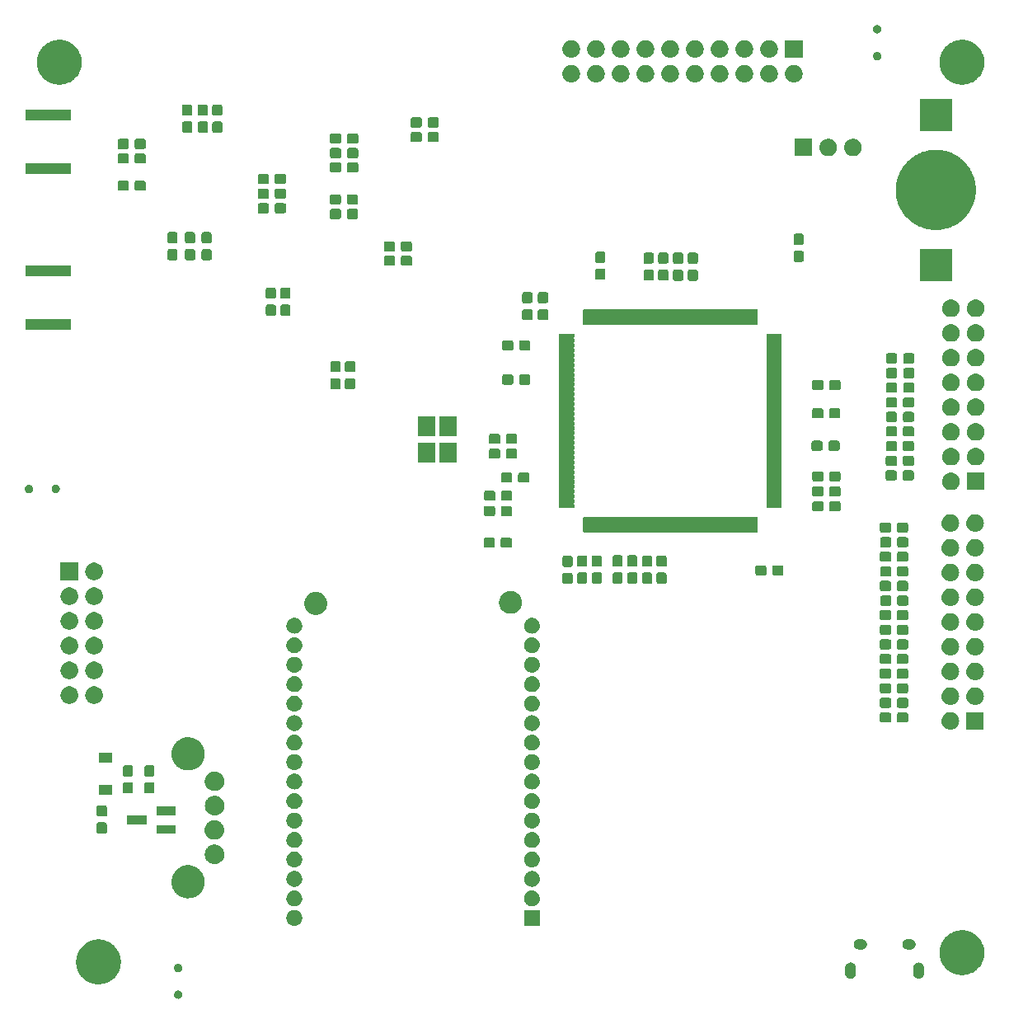
<source format=gbr>
G04 #@! TF.GenerationSoftware,KiCad,Pcbnew,6.0.0-unknown-813de6a~100~ubuntu18.04.1*
G04 #@! TF.CreationDate,2019-06-08T23:41:29-05:00*
G04 #@! TF.ProjectId,shield_SDR_UN,73686965-6c64-45f5-9344-525f554e2e6b,rev?*
G04 #@! TF.SameCoordinates,Original*
G04 #@! TF.FileFunction,Soldermask,Bot*
G04 #@! TF.FilePolarity,Negative*
%FSLAX46Y46*%
G04 Gerber Fmt 4.6, Leading zero omitted, Abs format (unit mm)*
G04 Created by KiCad (PCBNEW 6.0.0-unknown-813de6a~100~ubuntu18.04.1) date 2019-06-08 23:41:29*
%MOMM*%
%LPD*%
G04 APERTURE LIST*
%ADD10C,0.150000*%
G04 APERTURE END LIST*
D10*
G36*
X81168792Y-137189000D02*
G01*
X81192472Y-137189000D01*
X81234487Y-137202652D01*
X81269003Y-137209824D01*
X81289922Y-137220664D01*
X81320811Y-137230700D01*
X81349455Y-137251511D01*
X81372974Y-137263698D01*
X81396607Y-137285769D01*
X81429982Y-137310018D01*
X81445625Y-137331549D01*
X81458560Y-137343629D01*
X81479909Y-137378736D01*
X81509300Y-137419189D01*
X81514797Y-137436108D01*
X81519405Y-137443685D01*
X81532846Y-137491655D01*
X81551000Y-137547528D01*
X81551000Y-137682472D01*
X81532846Y-137738345D01*
X81519405Y-137786315D01*
X81514797Y-137793892D01*
X81509300Y-137810811D01*
X81479909Y-137851264D01*
X81458560Y-137886371D01*
X81445625Y-137898451D01*
X81429982Y-137919982D01*
X81396607Y-137944231D01*
X81372974Y-137966302D01*
X81349455Y-137978489D01*
X81320811Y-137999300D01*
X81289922Y-138009336D01*
X81269003Y-138020176D01*
X81234487Y-138027348D01*
X81192472Y-138041000D01*
X81168792Y-138041000D01*
X81154345Y-138044002D01*
X81110460Y-138041000D01*
X81057528Y-138041000D01*
X81043412Y-138036414D01*
X81037513Y-138036010D01*
X80987859Y-138018363D01*
X80929189Y-137999300D01*
X80876953Y-137961348D01*
X80831497Y-137929262D01*
X80829627Y-137926963D01*
X80820018Y-137919982D01*
X80787207Y-137874822D01*
X80757597Y-137838426D01*
X80752890Y-137827589D01*
X80740700Y-137810811D01*
X80726145Y-137766015D01*
X80710942Y-137731014D01*
X80708134Y-137710583D01*
X80699000Y-137682472D01*
X80699000Y-137644131D01*
X80694996Y-137615000D01*
X80699000Y-137585869D01*
X80699000Y-137547528D01*
X80708134Y-137519417D01*
X80710942Y-137498986D01*
X80726145Y-137463985D01*
X80740700Y-137419189D01*
X80752890Y-137402411D01*
X80757597Y-137391574D01*
X80787207Y-137355178D01*
X80820018Y-137310018D01*
X80829627Y-137303037D01*
X80831497Y-137300738D01*
X80876953Y-137268652D01*
X80929189Y-137230700D01*
X80987859Y-137211637D01*
X81037513Y-137193990D01*
X81043412Y-137193586D01*
X81057528Y-137189000D01*
X81110460Y-137189000D01*
X81154345Y-137185998D01*
X81168792Y-137189000D01*
X81168792Y-137189000D01*
G37*
G36*
X72986889Y-131939000D02*
G01*
X73100815Y-131939000D01*
X73137501Y-131943830D01*
X73171403Y-131944917D01*
X73283870Y-131963100D01*
X73399866Y-131978371D01*
X73432630Y-131987150D01*
X73463080Y-131992073D01*
X73575262Y-132025368D01*
X73691219Y-132056439D01*
X73719708Y-132068240D01*
X73746317Y-132076137D01*
X73856118Y-132124742D01*
X73969890Y-132171868D01*
X73993927Y-132185745D01*
X74016491Y-132195734D01*
X74121803Y-132259575D01*
X74231110Y-132322683D01*
X74250687Y-132337705D01*
X74269151Y-132348898D01*
X74367830Y-132427592D01*
X74470410Y-132506305D01*
X74485680Y-132521575D01*
X74500148Y-132533113D01*
X74590091Y-132625986D01*
X74683695Y-132719590D01*
X74694962Y-132734273D01*
X74705697Y-132745358D01*
X74784874Y-132851449D01*
X74867317Y-132958890D01*
X74875032Y-132972253D01*
X74882411Y-132982140D01*
X74948887Y-133100173D01*
X75018132Y-133220110D01*
X75022852Y-133231505D01*
X75027397Y-133239575D01*
X75079396Y-133368014D01*
X75133561Y-133498781D01*
X75135957Y-133507723D01*
X75138274Y-133513446D01*
X75174201Y-133650451D01*
X75211629Y-133790134D01*
X75212434Y-133796252D01*
X75213217Y-133799236D01*
X75231706Y-133942630D01*
X75251000Y-134089185D01*
X75251000Y-134390815D01*
X75231706Y-134537370D01*
X75213217Y-134680764D01*
X75212434Y-134683748D01*
X75211629Y-134689866D01*
X75174201Y-134829549D01*
X75138274Y-134966554D01*
X75135957Y-134972277D01*
X75133561Y-134981219D01*
X75079396Y-135111986D01*
X75027397Y-135240425D01*
X75022852Y-135248495D01*
X75018132Y-135259890D01*
X74948887Y-135379827D01*
X74882411Y-135497860D01*
X74875032Y-135507747D01*
X74867317Y-135521110D01*
X74784874Y-135628551D01*
X74705697Y-135734642D01*
X74694962Y-135745727D01*
X74683695Y-135760410D01*
X74590091Y-135854014D01*
X74500148Y-135946887D01*
X74485680Y-135958425D01*
X74470410Y-135973695D01*
X74367830Y-136052408D01*
X74269151Y-136131102D01*
X74250687Y-136142295D01*
X74231110Y-136157317D01*
X74121803Y-136220425D01*
X74016491Y-136284266D01*
X73993927Y-136294255D01*
X73969890Y-136308132D01*
X73856118Y-136355258D01*
X73746317Y-136403863D01*
X73719708Y-136411760D01*
X73691219Y-136423561D01*
X73575262Y-136454632D01*
X73463080Y-136487927D01*
X73432630Y-136492850D01*
X73399866Y-136501629D01*
X73283870Y-136516900D01*
X73171403Y-136535083D01*
X73137501Y-136536170D01*
X73100815Y-136541000D01*
X72986889Y-136541000D01*
X72876093Y-136544553D01*
X72839262Y-136541000D01*
X72799185Y-136541000D01*
X72689301Y-136526533D01*
X72582008Y-136516183D01*
X72542925Y-136507263D01*
X72500134Y-136501629D01*
X72396040Y-136473737D01*
X72293956Y-136450437D01*
X72253446Y-136435529D01*
X72208781Y-136423561D01*
X72112057Y-136383497D01*
X72016674Y-136348395D01*
X71975672Y-136327005D01*
X71930110Y-136308132D01*
X71842107Y-136257324D01*
X71754724Y-136211736D01*
X71714270Y-136183517D01*
X71668890Y-136157317D01*
X71590709Y-136097326D01*
X71512395Y-136042698D01*
X71473599Y-136007464D01*
X71429590Y-135973695D01*
X71362088Y-135906193D01*
X71293675Y-135844062D01*
X71257708Y-135801813D01*
X71216305Y-135760410D01*
X71160056Y-135687106D01*
X71102148Y-135619083D01*
X71070202Y-135570006D01*
X71032683Y-135521110D01*
X70988024Y-135443758D01*
X70940967Y-135371466D01*
X70914221Y-135315927D01*
X70881868Y-135259890D01*
X70848866Y-135180217D01*
X70812773Y-135105268D01*
X70792378Y-135043841D01*
X70766439Y-134981219D01*
X70744915Y-134900892D01*
X70719672Y-134824863D01*
X70706712Y-134758314D01*
X70688371Y-134689866D01*
X70677916Y-134610456D01*
X70663192Y-134534849D01*
X70658651Y-134464123D01*
X70649000Y-134390815D01*
X70649000Y-134313798D01*
X70644262Y-134240000D01*
X70649000Y-134166202D01*
X70649000Y-134089185D01*
X70658651Y-134015877D01*
X70663192Y-133945151D01*
X70677916Y-133869544D01*
X70688371Y-133790134D01*
X70706712Y-133721686D01*
X70719672Y-133655137D01*
X70744915Y-133579108D01*
X70766439Y-133498781D01*
X70792378Y-133436159D01*
X70812773Y-133374732D01*
X70848866Y-133299783D01*
X70881868Y-133220110D01*
X70914221Y-133164073D01*
X70940967Y-133108534D01*
X70988024Y-133036242D01*
X71032683Y-132958890D01*
X71070202Y-132909994D01*
X71102148Y-132860917D01*
X71160056Y-132792894D01*
X71216305Y-132719590D01*
X71257708Y-132678187D01*
X71293675Y-132635938D01*
X71362088Y-132573807D01*
X71429590Y-132506305D01*
X71473599Y-132472536D01*
X71512395Y-132437302D01*
X71590709Y-132382674D01*
X71668890Y-132322683D01*
X71714270Y-132296483D01*
X71754724Y-132268264D01*
X71842107Y-132222676D01*
X71930110Y-132171868D01*
X71975672Y-132152995D01*
X72016674Y-132131605D01*
X72112057Y-132096503D01*
X72208781Y-132056439D01*
X72253446Y-132044471D01*
X72293956Y-132029563D01*
X72396040Y-132006263D01*
X72500134Y-131978371D01*
X72542925Y-131972737D01*
X72582008Y-131963817D01*
X72689301Y-131953467D01*
X72799185Y-131939000D01*
X72839262Y-131939000D01*
X72876093Y-131935447D01*
X72986889Y-131939000D01*
X72986889Y-131939000D01*
G37*
G36*
X157208829Y-134314001D02*
G01*
X157256900Y-134314001D01*
X157275364Y-134318552D01*
X157303157Y-134320453D01*
X157348599Y-134336603D01*
X157386825Y-134346025D01*
X157411399Y-134358922D01*
X157445878Y-134371176D01*
X157478146Y-134393953D01*
X157505301Y-134408205D01*
X157532608Y-134432396D01*
X157569622Y-134458524D01*
X157589037Y-134482388D01*
X157605456Y-134496934D01*
X157631118Y-134534113D01*
X157665211Y-134576018D01*
X157673983Y-134596214D01*
X157681469Y-134607059D01*
X157700565Y-134657411D01*
X157725555Y-134714944D01*
X157727357Y-134728057D01*
X157728916Y-134732167D01*
X157736448Y-134794192D01*
X157741000Y-134827313D01*
X157741000Y-135448317D01*
X157728916Y-135547833D01*
X157706046Y-135608135D01*
X157700135Y-135636583D01*
X157687176Y-135657893D01*
X157681469Y-135672941D01*
X157652521Y-135714879D01*
X157621435Y-135765998D01*
X157609622Y-135777031D01*
X157605458Y-135783063D01*
X157560808Y-135822620D01*
X157510738Y-135869382D01*
X157444771Y-135903564D01*
X157386826Y-135933975D01*
X157385403Y-135934326D01*
X157376253Y-135939067D01*
X157311988Y-135952421D01*
X157256901Y-135965999D01*
X157246646Y-135965999D01*
X157227955Y-135969883D01*
X157171171Y-135965999D01*
X157123100Y-135965999D01*
X157104636Y-135961448D01*
X157076843Y-135959547D01*
X157031401Y-135943397D01*
X156993175Y-135933975D01*
X156968601Y-135921078D01*
X156934122Y-135908824D01*
X156901855Y-135886047D01*
X156874701Y-135871796D01*
X156847396Y-135847606D01*
X156810379Y-135821476D01*
X156790961Y-135797608D01*
X156774543Y-135783063D01*
X156748878Y-135745882D01*
X156714790Y-135703982D01*
X156706020Y-135683792D01*
X156698530Y-135672941D01*
X156679428Y-135622571D01*
X156654445Y-135565056D01*
X156652643Y-135551943D01*
X156651084Y-135547833D01*
X156643552Y-135485808D01*
X156639000Y-135452687D01*
X156639000Y-134831684D01*
X156651084Y-134732168D01*
X156673954Y-134671866D01*
X156679865Y-134643418D01*
X156692824Y-134622108D01*
X156698531Y-134607060D01*
X156727475Y-134565128D01*
X156758565Y-134514002D01*
X156770381Y-134502966D01*
X156774543Y-134496937D01*
X156819182Y-134457390D01*
X156869262Y-134410618D01*
X156935229Y-134376436D01*
X156993174Y-134346025D01*
X156994597Y-134345674D01*
X157003747Y-134340933D01*
X157068012Y-134327579D01*
X157123099Y-134314001D01*
X157133354Y-134314001D01*
X157152045Y-134310117D01*
X157208829Y-134314001D01*
X157208829Y-134314001D01*
G37*
G36*
X150208829Y-134314001D02*
G01*
X150256900Y-134314001D01*
X150275364Y-134318552D01*
X150303157Y-134320453D01*
X150348599Y-134336603D01*
X150386825Y-134346025D01*
X150411399Y-134358922D01*
X150445878Y-134371176D01*
X150478146Y-134393953D01*
X150505301Y-134408205D01*
X150532608Y-134432396D01*
X150569622Y-134458524D01*
X150589037Y-134482388D01*
X150605456Y-134496934D01*
X150631118Y-134534113D01*
X150665211Y-134576018D01*
X150673983Y-134596214D01*
X150681469Y-134607059D01*
X150700565Y-134657411D01*
X150725555Y-134714944D01*
X150727357Y-134728057D01*
X150728916Y-134732167D01*
X150736448Y-134794192D01*
X150741000Y-134827313D01*
X150741000Y-135448317D01*
X150728916Y-135547833D01*
X150706046Y-135608135D01*
X150700135Y-135636583D01*
X150687176Y-135657893D01*
X150681469Y-135672941D01*
X150652521Y-135714879D01*
X150621435Y-135765998D01*
X150609622Y-135777031D01*
X150605458Y-135783063D01*
X150560808Y-135822620D01*
X150510738Y-135869382D01*
X150444771Y-135903564D01*
X150386826Y-135933975D01*
X150385403Y-135934326D01*
X150376253Y-135939067D01*
X150311988Y-135952421D01*
X150256901Y-135965999D01*
X150246646Y-135965999D01*
X150227955Y-135969883D01*
X150171171Y-135965999D01*
X150123100Y-135965999D01*
X150104636Y-135961448D01*
X150076843Y-135959547D01*
X150031401Y-135943397D01*
X149993175Y-135933975D01*
X149968601Y-135921078D01*
X149934122Y-135908824D01*
X149901855Y-135886047D01*
X149874701Y-135871796D01*
X149847396Y-135847606D01*
X149810379Y-135821476D01*
X149790961Y-135797608D01*
X149774543Y-135783063D01*
X149748878Y-135745882D01*
X149714790Y-135703982D01*
X149706020Y-135683792D01*
X149698530Y-135672941D01*
X149679428Y-135622571D01*
X149654445Y-135565056D01*
X149652643Y-135551943D01*
X149651084Y-135547833D01*
X149643552Y-135485808D01*
X149639000Y-135452687D01*
X149639000Y-134831684D01*
X149651084Y-134732168D01*
X149673954Y-134671866D01*
X149679865Y-134643418D01*
X149692824Y-134622108D01*
X149698531Y-134607060D01*
X149727475Y-134565128D01*
X149758565Y-134514002D01*
X149770381Y-134502966D01*
X149774543Y-134496937D01*
X149819182Y-134457390D01*
X149869262Y-134410618D01*
X149935229Y-134376436D01*
X149993174Y-134346025D01*
X149994597Y-134345674D01*
X150003747Y-134340933D01*
X150068012Y-134327579D01*
X150123099Y-134314001D01*
X150133354Y-134314001D01*
X150152045Y-134310117D01*
X150208829Y-134314001D01*
X150208829Y-134314001D01*
G37*
G36*
X161666889Y-130989000D02*
G01*
X161780815Y-130989000D01*
X161817501Y-130993830D01*
X161851403Y-130994917D01*
X161963870Y-131013100D01*
X162079866Y-131028371D01*
X162112630Y-131037150D01*
X162143080Y-131042073D01*
X162255262Y-131075368D01*
X162371219Y-131106439D01*
X162399708Y-131118240D01*
X162426317Y-131126137D01*
X162536118Y-131174742D01*
X162649890Y-131221868D01*
X162673927Y-131235745D01*
X162696491Y-131245734D01*
X162801803Y-131309575D01*
X162911110Y-131372683D01*
X162930687Y-131387705D01*
X162949151Y-131398898D01*
X163047830Y-131477592D01*
X163150410Y-131556305D01*
X163165680Y-131571575D01*
X163180148Y-131583113D01*
X163270091Y-131675986D01*
X163363695Y-131769590D01*
X163374962Y-131784273D01*
X163385697Y-131795358D01*
X163464874Y-131901449D01*
X163547317Y-132008890D01*
X163555032Y-132022253D01*
X163562411Y-132032140D01*
X163628887Y-132150173D01*
X163698132Y-132270110D01*
X163702852Y-132281505D01*
X163707397Y-132289575D01*
X163759396Y-132418014D01*
X163813561Y-132548781D01*
X163815957Y-132557723D01*
X163818274Y-132563446D01*
X163854201Y-132700451D01*
X163891629Y-132840134D01*
X163892434Y-132846252D01*
X163893217Y-132849236D01*
X163911706Y-132992630D01*
X163931000Y-133139185D01*
X163931000Y-133440815D01*
X163911706Y-133587370D01*
X163893217Y-133730764D01*
X163892434Y-133733748D01*
X163891629Y-133739866D01*
X163854201Y-133879549D01*
X163818274Y-134016554D01*
X163815957Y-134022277D01*
X163813561Y-134031219D01*
X163759396Y-134161986D01*
X163707397Y-134290425D01*
X163702852Y-134298495D01*
X163698132Y-134309890D01*
X163628887Y-134429827D01*
X163562411Y-134547860D01*
X163555032Y-134557747D01*
X163547317Y-134571110D01*
X163464874Y-134678551D01*
X163385697Y-134784642D01*
X163374962Y-134795727D01*
X163363695Y-134810410D01*
X163270091Y-134904014D01*
X163180148Y-134996887D01*
X163165680Y-135008425D01*
X163150410Y-135023695D01*
X163047830Y-135102408D01*
X162949151Y-135181102D01*
X162930687Y-135192295D01*
X162911110Y-135207317D01*
X162801803Y-135270425D01*
X162696491Y-135334266D01*
X162673927Y-135344255D01*
X162649890Y-135358132D01*
X162536118Y-135405258D01*
X162426317Y-135453863D01*
X162399708Y-135461760D01*
X162371219Y-135473561D01*
X162255262Y-135504632D01*
X162143080Y-135537927D01*
X162112630Y-135542850D01*
X162079866Y-135551629D01*
X161963870Y-135566900D01*
X161851403Y-135585083D01*
X161817501Y-135586170D01*
X161780815Y-135591000D01*
X161666889Y-135591000D01*
X161556093Y-135594553D01*
X161519262Y-135591000D01*
X161479185Y-135591000D01*
X161369301Y-135576533D01*
X161262008Y-135566183D01*
X161222925Y-135557263D01*
X161180134Y-135551629D01*
X161076040Y-135523737D01*
X160973956Y-135500437D01*
X160933446Y-135485529D01*
X160888781Y-135473561D01*
X160792057Y-135433497D01*
X160696674Y-135398395D01*
X160655672Y-135377005D01*
X160610110Y-135358132D01*
X160522107Y-135307324D01*
X160434724Y-135261736D01*
X160394270Y-135233517D01*
X160348890Y-135207317D01*
X160270709Y-135147326D01*
X160192395Y-135092698D01*
X160153599Y-135057464D01*
X160109590Y-135023695D01*
X160042088Y-134956193D01*
X159973675Y-134894062D01*
X159937708Y-134851813D01*
X159896305Y-134810410D01*
X159840056Y-134737106D01*
X159782148Y-134669083D01*
X159750202Y-134620006D01*
X159712683Y-134571110D01*
X159668024Y-134493758D01*
X159620967Y-134421466D01*
X159594221Y-134365927D01*
X159561868Y-134309890D01*
X159528866Y-134230217D01*
X159492773Y-134155268D01*
X159472378Y-134093841D01*
X159446439Y-134031219D01*
X159424915Y-133950892D01*
X159399672Y-133874863D01*
X159386712Y-133808314D01*
X159368371Y-133739866D01*
X159357916Y-133660456D01*
X159343192Y-133584849D01*
X159338651Y-133514123D01*
X159329000Y-133440815D01*
X159329000Y-133363798D01*
X159324262Y-133290000D01*
X159329000Y-133216202D01*
X159329000Y-133139185D01*
X159338651Y-133065877D01*
X159343192Y-132995151D01*
X159357916Y-132919544D01*
X159368371Y-132840134D01*
X159386712Y-132771686D01*
X159399672Y-132705137D01*
X159424915Y-132629108D01*
X159446439Y-132548781D01*
X159472378Y-132486159D01*
X159492773Y-132424732D01*
X159528866Y-132349783D01*
X159561868Y-132270110D01*
X159594221Y-132214073D01*
X159620967Y-132158534D01*
X159668024Y-132086242D01*
X159712683Y-132008890D01*
X159750202Y-131959994D01*
X159782148Y-131910917D01*
X159840056Y-131842894D01*
X159896305Y-131769590D01*
X159937708Y-131728187D01*
X159973675Y-131685938D01*
X160042088Y-131623807D01*
X160109590Y-131556305D01*
X160153599Y-131522536D01*
X160192395Y-131487302D01*
X160270709Y-131432674D01*
X160348890Y-131372683D01*
X160394270Y-131346483D01*
X160434724Y-131318264D01*
X160522107Y-131272676D01*
X160610110Y-131221868D01*
X160655672Y-131202995D01*
X160696674Y-131181605D01*
X160792057Y-131146503D01*
X160888781Y-131106439D01*
X160933446Y-131094471D01*
X160973956Y-131079563D01*
X161076040Y-131056263D01*
X161180134Y-131028371D01*
X161222925Y-131022737D01*
X161262008Y-131013817D01*
X161369301Y-131003467D01*
X161479185Y-130989000D01*
X161519262Y-130989000D01*
X161556093Y-130985447D01*
X161666889Y-130989000D01*
X161666889Y-130989000D01*
G37*
G36*
X81168792Y-134439000D02*
G01*
X81192472Y-134439000D01*
X81234487Y-134452652D01*
X81269003Y-134459824D01*
X81289922Y-134470664D01*
X81320811Y-134480700D01*
X81349455Y-134501511D01*
X81372974Y-134513698D01*
X81396607Y-134535769D01*
X81429982Y-134560018D01*
X81445625Y-134581549D01*
X81458560Y-134593629D01*
X81479909Y-134628736D01*
X81509300Y-134669189D01*
X81514797Y-134686108D01*
X81519405Y-134693685D01*
X81532846Y-134741655D01*
X81551000Y-134797528D01*
X81551000Y-134932472D01*
X81532846Y-134988345D01*
X81519405Y-135036315D01*
X81514797Y-135043892D01*
X81509300Y-135060811D01*
X81479909Y-135101264D01*
X81458560Y-135136371D01*
X81445625Y-135148451D01*
X81429982Y-135169982D01*
X81396607Y-135194231D01*
X81372974Y-135216302D01*
X81349455Y-135228489D01*
X81320811Y-135249300D01*
X81289922Y-135259336D01*
X81269003Y-135270176D01*
X81234487Y-135277348D01*
X81192472Y-135291000D01*
X81168792Y-135291000D01*
X81154345Y-135294002D01*
X81110460Y-135291000D01*
X81057528Y-135291000D01*
X81043412Y-135286414D01*
X81037513Y-135286010D01*
X80987859Y-135268363D01*
X80929189Y-135249300D01*
X80876953Y-135211348D01*
X80831497Y-135179262D01*
X80829627Y-135176963D01*
X80820018Y-135169982D01*
X80787207Y-135124822D01*
X80757597Y-135088426D01*
X80752890Y-135077589D01*
X80740700Y-135060811D01*
X80726145Y-135016015D01*
X80710942Y-134981014D01*
X80708134Y-134960583D01*
X80699000Y-134932472D01*
X80699000Y-134894131D01*
X80694996Y-134865000D01*
X80699000Y-134835869D01*
X80699000Y-134797528D01*
X80708134Y-134769417D01*
X80710942Y-134748986D01*
X80726145Y-134713985D01*
X80740700Y-134669189D01*
X80752890Y-134652411D01*
X80757597Y-134641574D01*
X80787207Y-134605178D01*
X80820018Y-134560018D01*
X80829627Y-134553037D01*
X80831497Y-134550738D01*
X80876953Y-134518652D01*
X80929189Y-134480700D01*
X80987859Y-134461637D01*
X81037513Y-134443990D01*
X81043412Y-134443586D01*
X81057528Y-134439000D01*
X81110460Y-134439000D01*
X81154345Y-134435998D01*
X81168792Y-134439000D01*
X81168792Y-134439000D01*
G37*
G36*
X151458844Y-131933751D02*
G01*
X151538683Y-131948981D01*
X151542662Y-131951168D01*
X151551529Y-131953011D01*
X151603486Y-131984607D01*
X151651633Y-132011076D01*
X151660123Y-132019049D01*
X151675073Y-132028140D01*
X151712646Y-132068371D01*
X151748511Y-132102050D01*
X151757863Y-132116786D01*
X151773766Y-132133814D01*
X151796443Y-132177578D01*
X151819722Y-132214260D01*
X151826905Y-132236367D01*
X151840289Y-132262197D01*
X151849145Y-132304815D01*
X151860790Y-132340655D01*
X151862613Y-132369626D01*
X151869707Y-132403767D01*
X151867130Y-132441439D01*
X151869134Y-132473289D01*
X151862614Y-132507471D01*
X151859840Y-132548024D01*
X151849130Y-132578158D01*
X151844232Y-132603837D01*
X151826956Y-132640551D01*
X151811418Y-132684269D01*
X151796314Y-132705666D01*
X151787648Y-132724083D01*
X151758119Y-132759778D01*
X151728034Y-132802398D01*
X151712208Y-132815274D01*
X151702932Y-132826486D01*
X151660807Y-132857092D01*
X151615871Y-132893650D01*
X151602488Y-132899463D01*
X151595416Y-132904601D01*
X151541644Y-132925891D01*
X151483247Y-132951256D01*
X151474565Y-132952449D01*
X151471851Y-132953524D01*
X151408738Y-132961497D01*
X151375977Y-132966000D01*
X151016203Y-132966000D01*
X150921156Y-132946249D01*
X150841317Y-132931019D01*
X150837338Y-132928832D01*
X150828471Y-132926989D01*
X150776514Y-132895393D01*
X150728367Y-132868924D01*
X150719877Y-132860951D01*
X150704927Y-132851860D01*
X150667354Y-132811629D01*
X150631489Y-132777950D01*
X150622137Y-132763214D01*
X150606234Y-132746186D01*
X150583557Y-132702422D01*
X150560278Y-132665740D01*
X150553095Y-132643633D01*
X150539711Y-132617803D01*
X150530855Y-132575185D01*
X150519210Y-132539345D01*
X150517387Y-132510374D01*
X150510293Y-132476233D01*
X150512870Y-132438561D01*
X150510866Y-132406711D01*
X150517386Y-132372529D01*
X150520160Y-132331976D01*
X150530870Y-132301842D01*
X150535768Y-132276163D01*
X150553044Y-132239449D01*
X150568582Y-132195731D01*
X150583686Y-132174334D01*
X150592352Y-132155917D01*
X150621881Y-132120222D01*
X150651966Y-132077602D01*
X150667792Y-132064726D01*
X150677068Y-132053514D01*
X150719193Y-132022908D01*
X150764129Y-131986350D01*
X150777512Y-131980537D01*
X150784584Y-131975399D01*
X150838356Y-131954109D01*
X150896753Y-131928744D01*
X150905435Y-131927551D01*
X150908149Y-131926476D01*
X150971262Y-131918503D01*
X151004023Y-131914000D01*
X151363797Y-131914000D01*
X151458844Y-131933751D01*
X151458844Y-131933751D01*
G37*
G36*
X156458844Y-131933751D02*
G01*
X156538683Y-131948981D01*
X156542662Y-131951168D01*
X156551529Y-131953011D01*
X156603486Y-131984607D01*
X156651633Y-132011076D01*
X156660123Y-132019049D01*
X156675073Y-132028140D01*
X156712646Y-132068371D01*
X156748511Y-132102050D01*
X156757863Y-132116786D01*
X156773766Y-132133814D01*
X156796443Y-132177578D01*
X156819722Y-132214260D01*
X156826905Y-132236367D01*
X156840289Y-132262197D01*
X156849145Y-132304815D01*
X156860790Y-132340655D01*
X156862613Y-132369626D01*
X156869707Y-132403767D01*
X156867130Y-132441439D01*
X156869134Y-132473289D01*
X156862614Y-132507471D01*
X156859840Y-132548024D01*
X156849130Y-132578158D01*
X156844232Y-132603837D01*
X156826956Y-132640551D01*
X156811418Y-132684269D01*
X156796314Y-132705666D01*
X156787648Y-132724083D01*
X156758119Y-132759778D01*
X156728034Y-132802398D01*
X156712208Y-132815274D01*
X156702932Y-132826486D01*
X156660807Y-132857092D01*
X156615871Y-132893650D01*
X156602488Y-132899463D01*
X156595416Y-132904601D01*
X156541644Y-132925891D01*
X156483247Y-132951256D01*
X156474565Y-132952449D01*
X156471851Y-132953524D01*
X156408738Y-132961497D01*
X156375977Y-132966000D01*
X156016203Y-132966000D01*
X155921156Y-132946249D01*
X155841317Y-132931019D01*
X155837338Y-132928832D01*
X155828471Y-132926989D01*
X155776514Y-132895393D01*
X155728367Y-132868924D01*
X155719877Y-132860951D01*
X155704927Y-132851860D01*
X155667354Y-132811629D01*
X155631489Y-132777950D01*
X155622137Y-132763214D01*
X155606234Y-132746186D01*
X155583557Y-132702422D01*
X155560278Y-132665740D01*
X155553095Y-132643633D01*
X155539711Y-132617803D01*
X155530855Y-132575185D01*
X155519210Y-132539345D01*
X155517387Y-132510374D01*
X155510293Y-132476233D01*
X155512870Y-132438561D01*
X155510866Y-132406711D01*
X155517386Y-132372529D01*
X155520160Y-132331976D01*
X155530870Y-132301842D01*
X155535768Y-132276163D01*
X155553044Y-132239449D01*
X155568582Y-132195731D01*
X155583686Y-132174334D01*
X155592352Y-132155917D01*
X155621881Y-132120222D01*
X155651966Y-132077602D01*
X155667792Y-132064726D01*
X155677068Y-132053514D01*
X155719193Y-132022908D01*
X155764129Y-131986350D01*
X155777512Y-131980537D01*
X155784584Y-131975399D01*
X155838356Y-131954109D01*
X155896753Y-131928744D01*
X155905435Y-131927551D01*
X155908149Y-131926476D01*
X155971262Y-131918503D01*
X156004023Y-131914000D01*
X156363797Y-131914000D01*
X156458844Y-131933751D01*
X156458844Y-131933751D01*
G37*
G36*
X93102586Y-128907500D02*
G01*
X93151547Y-128907500D01*
X93193338Y-128917039D01*
X93229858Y-128920877D01*
X93276375Y-128935991D01*
X93330050Y-128948242D01*
X93363171Y-128964193D01*
X93392294Y-128973655D01*
X93439929Y-129001158D01*
X93495011Y-129027684D01*
X93518979Y-129046798D01*
X93540205Y-129059053D01*
X93585602Y-129099928D01*
X93638159Y-129141841D01*
X93653458Y-129161025D01*
X93667133Y-129173338D01*
X93706625Y-129227695D01*
X93752316Y-129284989D01*
X93760306Y-129301581D01*
X93767521Y-129311511D01*
X93797316Y-129378431D01*
X93831758Y-129449950D01*
X93834493Y-129461931D01*
X93836989Y-129467538D01*
X93853473Y-129545090D01*
X93872500Y-129628453D01*
X93872500Y-129811547D01*
X93853473Y-129894910D01*
X93836989Y-129972462D01*
X93834493Y-129978069D01*
X93831758Y-129990050D01*
X93797316Y-130061569D01*
X93767521Y-130128489D01*
X93760306Y-130138419D01*
X93752316Y-130155011D01*
X93706625Y-130212305D01*
X93667133Y-130266662D01*
X93653458Y-130278975D01*
X93638159Y-130298159D01*
X93585602Y-130340072D01*
X93540205Y-130380947D01*
X93518979Y-130393202D01*
X93495011Y-130412316D01*
X93439929Y-130438842D01*
X93392294Y-130466345D01*
X93363171Y-130475807D01*
X93330050Y-130491758D01*
X93276375Y-130504009D01*
X93229858Y-130519123D01*
X93193338Y-130522961D01*
X93151547Y-130532500D01*
X93102586Y-130532500D01*
X93060000Y-130536976D01*
X93017414Y-130532500D01*
X92968453Y-130532500D01*
X92926662Y-130522961D01*
X92890142Y-130519123D01*
X92843625Y-130504009D01*
X92789950Y-130491758D01*
X92756829Y-130475807D01*
X92727706Y-130466345D01*
X92680071Y-130438842D01*
X92624989Y-130412316D01*
X92601021Y-130393202D01*
X92579795Y-130380947D01*
X92534398Y-130340072D01*
X92481841Y-130298159D01*
X92466542Y-130278975D01*
X92452867Y-130266662D01*
X92413375Y-130212305D01*
X92367684Y-130155011D01*
X92359694Y-130138419D01*
X92352479Y-130128489D01*
X92322684Y-130061569D01*
X92288242Y-129990050D01*
X92285507Y-129978069D01*
X92283011Y-129972462D01*
X92266527Y-129894910D01*
X92247500Y-129811547D01*
X92247500Y-129628453D01*
X92266527Y-129545090D01*
X92283011Y-129467538D01*
X92285507Y-129461931D01*
X92288242Y-129449950D01*
X92322684Y-129378431D01*
X92352479Y-129311511D01*
X92359694Y-129301581D01*
X92367684Y-129284989D01*
X92413375Y-129227695D01*
X92452867Y-129173338D01*
X92466542Y-129161025D01*
X92481841Y-129141841D01*
X92534398Y-129099928D01*
X92579795Y-129059053D01*
X92601021Y-129046798D01*
X92624989Y-129027684D01*
X92680071Y-129001158D01*
X92727706Y-128973655D01*
X92756829Y-128964193D01*
X92789950Y-128948242D01*
X92843625Y-128935991D01*
X92890142Y-128920877D01*
X92926662Y-128917039D01*
X92968453Y-128907500D01*
X93017414Y-128907500D01*
X93060000Y-128903024D01*
X93102586Y-128907500D01*
X93102586Y-128907500D01*
G37*
G36*
X118272500Y-130532500D02*
G01*
X116647500Y-130532500D01*
X116647500Y-128907500D01*
X118272500Y-128907500D01*
X118272500Y-130532500D01*
X118272500Y-130532500D01*
G37*
G36*
X117502586Y-126907500D02*
G01*
X117551547Y-126907500D01*
X117593338Y-126917039D01*
X117629858Y-126920877D01*
X117676375Y-126935991D01*
X117730050Y-126948242D01*
X117763171Y-126964193D01*
X117792294Y-126973655D01*
X117839929Y-127001158D01*
X117895011Y-127027684D01*
X117918979Y-127046798D01*
X117940205Y-127059053D01*
X117985602Y-127099928D01*
X118038159Y-127141841D01*
X118053458Y-127161025D01*
X118067133Y-127173338D01*
X118106625Y-127227695D01*
X118152316Y-127284989D01*
X118160306Y-127301581D01*
X118167521Y-127311511D01*
X118197316Y-127378431D01*
X118231758Y-127449950D01*
X118234493Y-127461931D01*
X118236989Y-127467538D01*
X118253473Y-127545090D01*
X118272500Y-127628453D01*
X118272500Y-127811547D01*
X118253473Y-127894910D01*
X118236989Y-127972462D01*
X118234493Y-127978069D01*
X118231758Y-127990050D01*
X118197316Y-128061569D01*
X118167521Y-128128489D01*
X118160306Y-128138419D01*
X118152316Y-128155011D01*
X118106625Y-128212305D01*
X118067133Y-128266662D01*
X118053458Y-128278975D01*
X118038159Y-128298159D01*
X117985602Y-128340072D01*
X117940205Y-128380947D01*
X117918979Y-128393202D01*
X117895011Y-128412316D01*
X117839929Y-128438842D01*
X117792294Y-128466345D01*
X117763171Y-128475807D01*
X117730050Y-128491758D01*
X117676375Y-128504009D01*
X117629858Y-128519123D01*
X117593338Y-128522961D01*
X117551547Y-128532500D01*
X117502586Y-128532500D01*
X117460000Y-128536976D01*
X117417414Y-128532500D01*
X117368453Y-128532500D01*
X117326662Y-128522961D01*
X117290142Y-128519123D01*
X117243625Y-128504009D01*
X117189950Y-128491758D01*
X117156829Y-128475807D01*
X117127706Y-128466345D01*
X117080071Y-128438842D01*
X117024989Y-128412316D01*
X117001021Y-128393202D01*
X116979795Y-128380947D01*
X116934398Y-128340072D01*
X116881841Y-128298159D01*
X116866542Y-128278975D01*
X116852867Y-128266662D01*
X116813375Y-128212305D01*
X116767684Y-128155011D01*
X116759694Y-128138419D01*
X116752479Y-128128489D01*
X116722684Y-128061569D01*
X116688242Y-127990050D01*
X116685507Y-127978069D01*
X116683011Y-127972462D01*
X116666527Y-127894910D01*
X116647500Y-127811547D01*
X116647500Y-127628453D01*
X116666527Y-127545090D01*
X116683011Y-127467538D01*
X116685507Y-127461931D01*
X116688242Y-127449950D01*
X116722684Y-127378431D01*
X116752479Y-127311511D01*
X116759694Y-127301581D01*
X116767684Y-127284989D01*
X116813375Y-127227695D01*
X116852867Y-127173338D01*
X116866542Y-127161025D01*
X116881841Y-127141841D01*
X116934398Y-127099928D01*
X116979795Y-127059053D01*
X117001021Y-127046798D01*
X117024989Y-127027684D01*
X117080071Y-127001158D01*
X117127706Y-126973655D01*
X117156829Y-126964193D01*
X117189950Y-126948242D01*
X117243625Y-126935991D01*
X117290142Y-126920877D01*
X117326662Y-126917039D01*
X117368453Y-126907500D01*
X117417414Y-126907500D01*
X117460000Y-126903024D01*
X117502586Y-126907500D01*
X117502586Y-126907500D01*
G37*
G36*
X93102586Y-126907500D02*
G01*
X93151547Y-126907500D01*
X93193338Y-126917039D01*
X93229858Y-126920877D01*
X93276375Y-126935991D01*
X93330050Y-126948242D01*
X93363171Y-126964193D01*
X93392294Y-126973655D01*
X93439929Y-127001158D01*
X93495011Y-127027684D01*
X93518979Y-127046798D01*
X93540205Y-127059053D01*
X93585602Y-127099928D01*
X93638159Y-127141841D01*
X93653458Y-127161025D01*
X93667133Y-127173338D01*
X93706625Y-127227695D01*
X93752316Y-127284989D01*
X93760306Y-127301581D01*
X93767521Y-127311511D01*
X93797316Y-127378431D01*
X93831758Y-127449950D01*
X93834493Y-127461931D01*
X93836989Y-127467538D01*
X93853473Y-127545090D01*
X93872500Y-127628453D01*
X93872500Y-127811547D01*
X93853473Y-127894910D01*
X93836989Y-127972462D01*
X93834493Y-127978069D01*
X93831758Y-127990050D01*
X93797316Y-128061569D01*
X93767521Y-128128489D01*
X93760306Y-128138419D01*
X93752316Y-128155011D01*
X93706625Y-128212305D01*
X93667133Y-128266662D01*
X93653458Y-128278975D01*
X93638159Y-128298159D01*
X93585602Y-128340072D01*
X93540205Y-128380947D01*
X93518979Y-128393202D01*
X93495011Y-128412316D01*
X93439929Y-128438842D01*
X93392294Y-128466345D01*
X93363171Y-128475807D01*
X93330050Y-128491758D01*
X93276375Y-128504009D01*
X93229858Y-128519123D01*
X93193338Y-128522961D01*
X93151547Y-128532500D01*
X93102586Y-128532500D01*
X93060000Y-128536976D01*
X93017414Y-128532500D01*
X92968453Y-128532500D01*
X92926662Y-128522961D01*
X92890142Y-128519123D01*
X92843625Y-128504009D01*
X92789950Y-128491758D01*
X92756829Y-128475807D01*
X92727706Y-128466345D01*
X92680071Y-128438842D01*
X92624989Y-128412316D01*
X92601021Y-128393202D01*
X92579795Y-128380947D01*
X92534398Y-128340072D01*
X92481841Y-128298159D01*
X92466542Y-128278975D01*
X92452867Y-128266662D01*
X92413375Y-128212305D01*
X92367684Y-128155011D01*
X92359694Y-128138419D01*
X92352479Y-128128489D01*
X92322684Y-128061569D01*
X92288242Y-127990050D01*
X92285507Y-127978069D01*
X92283011Y-127972462D01*
X92266527Y-127894910D01*
X92247500Y-127811547D01*
X92247500Y-127628453D01*
X92266527Y-127545090D01*
X92283011Y-127467538D01*
X92285507Y-127461931D01*
X92288242Y-127449950D01*
X92322684Y-127378431D01*
X92352479Y-127311511D01*
X92359694Y-127301581D01*
X92367684Y-127284989D01*
X92413375Y-127227695D01*
X92452867Y-127173338D01*
X92466542Y-127161025D01*
X92481841Y-127141841D01*
X92534398Y-127099928D01*
X92579795Y-127059053D01*
X92601021Y-127046798D01*
X92624989Y-127027684D01*
X92680071Y-127001158D01*
X92727706Y-126973655D01*
X92756829Y-126964193D01*
X92789950Y-126948242D01*
X92843625Y-126935991D01*
X92890142Y-126920877D01*
X92926662Y-126917039D01*
X92968453Y-126907500D01*
X93017414Y-126907500D01*
X93060000Y-126903024D01*
X93102586Y-126907500D01*
X93102586Y-126907500D01*
G37*
G36*
X82246166Y-124311437D02*
G01*
X82345651Y-124315250D01*
X82376258Y-124321186D01*
X82404228Y-124323282D01*
X82501263Y-124345429D01*
X82602060Y-124364978D01*
X82628470Y-124374463D01*
X82652785Y-124380013D01*
X82748320Y-124417508D01*
X82847874Y-124453263D01*
X82869795Y-124465183D01*
X82890109Y-124473156D01*
X82981696Y-124526034D01*
X83077330Y-124578038D01*
X83094687Y-124591269D01*
X83110891Y-124600624D01*
X83195990Y-124668489D01*
X83285050Y-124736376D01*
X83298030Y-124749863D01*
X83310217Y-124759582D01*
X83386337Y-124841620D01*
X83466165Y-124924567D01*
X83475142Y-124937330D01*
X83483623Y-124946470D01*
X83548402Y-125041482D01*
X83616431Y-125138199D01*
X83621971Y-125149388D01*
X83627242Y-125157119D01*
X83678506Y-125263570D01*
X83732325Y-125372266D01*
X83735149Y-125381191D01*
X83737855Y-125386809D01*
X83773573Y-125502606D01*
X83811130Y-125621281D01*
X83812084Y-125627454D01*
X83813002Y-125630432D01*
X83831526Y-125753327D01*
X83851000Y-125879407D01*
X83851000Y-126140593D01*
X83831527Y-126266662D01*
X83813002Y-126389568D01*
X83812084Y-126392546D01*
X83811130Y-126398719D01*
X83773573Y-126517394D01*
X83737855Y-126633191D01*
X83735149Y-126638809D01*
X83732325Y-126647734D01*
X83678515Y-126756411D01*
X83627242Y-126862882D01*
X83621969Y-126870616D01*
X83616431Y-126881801D01*
X83548430Y-126978478D01*
X83483624Y-127073530D01*
X83475139Y-127082674D01*
X83466165Y-127095433D01*
X83386349Y-127178367D01*
X83310217Y-127260418D01*
X83298030Y-127270137D01*
X83285050Y-127283624D01*
X83195990Y-127351511D01*
X83110891Y-127419376D01*
X83094687Y-127428731D01*
X83077330Y-127441962D01*
X82981696Y-127493966D01*
X82890109Y-127546844D01*
X82869795Y-127554817D01*
X82847874Y-127566737D01*
X82748320Y-127602492D01*
X82652785Y-127639987D01*
X82628470Y-127645537D01*
X82602060Y-127655022D01*
X82501263Y-127674571D01*
X82404228Y-127696718D01*
X82376258Y-127698814D01*
X82345651Y-127704750D01*
X82246166Y-127708563D01*
X82150000Y-127715770D01*
X82118918Y-127713441D01*
X82084655Y-127714754D01*
X81988841Y-127703693D01*
X81895772Y-127696718D01*
X81862350Y-127689090D01*
X81825192Y-127684800D01*
X81735173Y-127660063D01*
X81647215Y-127639987D01*
X81612412Y-127626328D01*
X81573341Y-127615591D01*
X81490984Y-127578671D01*
X81409891Y-127546844D01*
X81374813Y-127526592D01*
X81335007Y-127508747D01*
X81261878Y-127461389D01*
X81189109Y-127419376D01*
X81155003Y-127392177D01*
X81115776Y-127366774D01*
X81053040Y-127310864D01*
X80989783Y-127260418D01*
X80958005Y-127226170D01*
X80920786Y-127193000D01*
X80869287Y-127130553D01*
X80816377Y-127073530D01*
X80788308Y-127032361D01*
X80754608Y-126991497D01*
X80714834Y-126924595D01*
X80672758Y-126862881D01*
X80649788Y-126815184D01*
X80621136Y-126766989D01*
X80593206Y-126697690D01*
X80562145Y-126633191D01*
X80545624Y-126579630D01*
X80523500Y-126524737D01*
X80507181Y-126455001D01*
X80486998Y-126389568D01*
X80478181Y-126331074D01*
X80463988Y-126270421D01*
X80458744Y-126202118D01*
X80449000Y-126137472D01*
X80449000Y-126075203D01*
X80443994Y-126010000D01*
X80449000Y-125944797D01*
X80449000Y-125882528D01*
X80458744Y-125817882D01*
X80463988Y-125749579D01*
X80478181Y-125688926D01*
X80486998Y-125630432D01*
X80507181Y-125564999D01*
X80523500Y-125495263D01*
X80545624Y-125440370D01*
X80562145Y-125386809D01*
X80593206Y-125322310D01*
X80621136Y-125253011D01*
X80649788Y-125204816D01*
X80672758Y-125157119D01*
X80714834Y-125095405D01*
X80754608Y-125028503D01*
X80788308Y-124987639D01*
X80816377Y-124946470D01*
X80869287Y-124889447D01*
X80920786Y-124827000D01*
X80958005Y-124793830D01*
X80989783Y-124759582D01*
X81053040Y-124709136D01*
X81115776Y-124653226D01*
X81155003Y-124627823D01*
X81189109Y-124600624D01*
X81261878Y-124558611D01*
X81335007Y-124511253D01*
X81374813Y-124493408D01*
X81409891Y-124473156D01*
X81490984Y-124441329D01*
X81573341Y-124404409D01*
X81612412Y-124393672D01*
X81647215Y-124380013D01*
X81735173Y-124359937D01*
X81825192Y-124335200D01*
X81862350Y-124330910D01*
X81895772Y-124323282D01*
X81988841Y-124316307D01*
X82084655Y-124305246D01*
X82118918Y-124306559D01*
X82150000Y-124304230D01*
X82246166Y-124311437D01*
X82246166Y-124311437D01*
G37*
G36*
X93102586Y-124907500D02*
G01*
X93151547Y-124907500D01*
X93193338Y-124917039D01*
X93229858Y-124920877D01*
X93276375Y-124935991D01*
X93330050Y-124948242D01*
X93363171Y-124964193D01*
X93392294Y-124973655D01*
X93439929Y-125001158D01*
X93495011Y-125027684D01*
X93518979Y-125046798D01*
X93540205Y-125059053D01*
X93585602Y-125099928D01*
X93638159Y-125141841D01*
X93653458Y-125161025D01*
X93667133Y-125173338D01*
X93706625Y-125227695D01*
X93752316Y-125284989D01*
X93760306Y-125301581D01*
X93767521Y-125311511D01*
X93797316Y-125378431D01*
X93831758Y-125449950D01*
X93834493Y-125461931D01*
X93836989Y-125467538D01*
X93853473Y-125545090D01*
X93872500Y-125628453D01*
X93872500Y-125811547D01*
X93853473Y-125894910D01*
X93836989Y-125972462D01*
X93834493Y-125978069D01*
X93831758Y-125990050D01*
X93797316Y-126061569D01*
X93767521Y-126128489D01*
X93760306Y-126138419D01*
X93752316Y-126155011D01*
X93706625Y-126212305D01*
X93667133Y-126266662D01*
X93653458Y-126278975D01*
X93638159Y-126298159D01*
X93585602Y-126340072D01*
X93540205Y-126380947D01*
X93518979Y-126393202D01*
X93495011Y-126412316D01*
X93439929Y-126438842D01*
X93392294Y-126466345D01*
X93363171Y-126475807D01*
X93330050Y-126491758D01*
X93276375Y-126504009D01*
X93229858Y-126519123D01*
X93193338Y-126522961D01*
X93151547Y-126532500D01*
X93102586Y-126532500D01*
X93060000Y-126536976D01*
X93017414Y-126532500D01*
X92968453Y-126532500D01*
X92926662Y-126522961D01*
X92890142Y-126519123D01*
X92843625Y-126504009D01*
X92789950Y-126491758D01*
X92756829Y-126475807D01*
X92727706Y-126466345D01*
X92680071Y-126438842D01*
X92624989Y-126412316D01*
X92601021Y-126393202D01*
X92579795Y-126380947D01*
X92534398Y-126340072D01*
X92481841Y-126298159D01*
X92466542Y-126278975D01*
X92452867Y-126266662D01*
X92413375Y-126212305D01*
X92367684Y-126155011D01*
X92359694Y-126138419D01*
X92352479Y-126128489D01*
X92322684Y-126061569D01*
X92288242Y-125990050D01*
X92285507Y-125978069D01*
X92283011Y-125972462D01*
X92266527Y-125894910D01*
X92247500Y-125811547D01*
X92247500Y-125628453D01*
X92266527Y-125545090D01*
X92283011Y-125467538D01*
X92285507Y-125461931D01*
X92288242Y-125449950D01*
X92322684Y-125378431D01*
X92352479Y-125311511D01*
X92359694Y-125301581D01*
X92367684Y-125284989D01*
X92413375Y-125227695D01*
X92452867Y-125173338D01*
X92466542Y-125161025D01*
X92481841Y-125141841D01*
X92534398Y-125099928D01*
X92579795Y-125059053D01*
X92601021Y-125046798D01*
X92624989Y-125027684D01*
X92680071Y-125001158D01*
X92727706Y-124973655D01*
X92756829Y-124964193D01*
X92789950Y-124948242D01*
X92843625Y-124935991D01*
X92890142Y-124920877D01*
X92926662Y-124917039D01*
X92968453Y-124907500D01*
X93017414Y-124907500D01*
X93060000Y-124903024D01*
X93102586Y-124907500D01*
X93102586Y-124907500D01*
G37*
G36*
X117502586Y-124907500D02*
G01*
X117551547Y-124907500D01*
X117593338Y-124917039D01*
X117629858Y-124920877D01*
X117676375Y-124935991D01*
X117730050Y-124948242D01*
X117763171Y-124964193D01*
X117792294Y-124973655D01*
X117839929Y-125001158D01*
X117895011Y-125027684D01*
X117918979Y-125046798D01*
X117940205Y-125059053D01*
X117985602Y-125099928D01*
X118038159Y-125141841D01*
X118053458Y-125161025D01*
X118067133Y-125173338D01*
X118106625Y-125227695D01*
X118152316Y-125284989D01*
X118160306Y-125301581D01*
X118167521Y-125311511D01*
X118197316Y-125378431D01*
X118231758Y-125449950D01*
X118234493Y-125461931D01*
X118236989Y-125467538D01*
X118253473Y-125545090D01*
X118272500Y-125628453D01*
X118272500Y-125811547D01*
X118253473Y-125894910D01*
X118236989Y-125972462D01*
X118234493Y-125978069D01*
X118231758Y-125990050D01*
X118197316Y-126061569D01*
X118167521Y-126128489D01*
X118160306Y-126138419D01*
X118152316Y-126155011D01*
X118106625Y-126212305D01*
X118067133Y-126266662D01*
X118053458Y-126278975D01*
X118038159Y-126298159D01*
X117985602Y-126340072D01*
X117940205Y-126380947D01*
X117918979Y-126393202D01*
X117895011Y-126412316D01*
X117839929Y-126438842D01*
X117792294Y-126466345D01*
X117763171Y-126475807D01*
X117730050Y-126491758D01*
X117676375Y-126504009D01*
X117629858Y-126519123D01*
X117593338Y-126522961D01*
X117551547Y-126532500D01*
X117502586Y-126532500D01*
X117460000Y-126536976D01*
X117417414Y-126532500D01*
X117368453Y-126532500D01*
X117326662Y-126522961D01*
X117290142Y-126519123D01*
X117243625Y-126504009D01*
X117189950Y-126491758D01*
X117156829Y-126475807D01*
X117127706Y-126466345D01*
X117080071Y-126438842D01*
X117024989Y-126412316D01*
X117001021Y-126393202D01*
X116979795Y-126380947D01*
X116934398Y-126340072D01*
X116881841Y-126298159D01*
X116866542Y-126278975D01*
X116852867Y-126266662D01*
X116813375Y-126212305D01*
X116767684Y-126155011D01*
X116759694Y-126138419D01*
X116752479Y-126128489D01*
X116722684Y-126061569D01*
X116688242Y-125990050D01*
X116685507Y-125978069D01*
X116683011Y-125972462D01*
X116666527Y-125894910D01*
X116647500Y-125811547D01*
X116647500Y-125628453D01*
X116666527Y-125545090D01*
X116683011Y-125467538D01*
X116685507Y-125461931D01*
X116688242Y-125449950D01*
X116722684Y-125378431D01*
X116752479Y-125311511D01*
X116759694Y-125301581D01*
X116767684Y-125284989D01*
X116813375Y-125227695D01*
X116852867Y-125173338D01*
X116866542Y-125161025D01*
X116881841Y-125141841D01*
X116934398Y-125099928D01*
X116979795Y-125059053D01*
X117001021Y-125046798D01*
X117024989Y-125027684D01*
X117080071Y-125001158D01*
X117127706Y-124973655D01*
X117156829Y-124964193D01*
X117189950Y-124948242D01*
X117243625Y-124935991D01*
X117290142Y-124920877D01*
X117326662Y-124917039D01*
X117368453Y-124907500D01*
X117417414Y-124907500D01*
X117460000Y-124903024D01*
X117502586Y-124907500D01*
X117502586Y-124907500D01*
G37*
G36*
X93102586Y-122907500D02*
G01*
X93151547Y-122907500D01*
X93193338Y-122917039D01*
X93229858Y-122920877D01*
X93276375Y-122935991D01*
X93330050Y-122948242D01*
X93363171Y-122964193D01*
X93392294Y-122973655D01*
X93439929Y-123001158D01*
X93495011Y-123027684D01*
X93518979Y-123046798D01*
X93540205Y-123059053D01*
X93585602Y-123099928D01*
X93638159Y-123141841D01*
X93653458Y-123161025D01*
X93667133Y-123173338D01*
X93706625Y-123227695D01*
X93752316Y-123284989D01*
X93760306Y-123301581D01*
X93767521Y-123311511D01*
X93797316Y-123378431D01*
X93831758Y-123449950D01*
X93834493Y-123461931D01*
X93836989Y-123467538D01*
X93853473Y-123545090D01*
X93872500Y-123628453D01*
X93872500Y-123811547D01*
X93853473Y-123894910D01*
X93836989Y-123972462D01*
X93834493Y-123978069D01*
X93831758Y-123990050D01*
X93797316Y-124061569D01*
X93767521Y-124128489D01*
X93760306Y-124138419D01*
X93752316Y-124155011D01*
X93706625Y-124212305D01*
X93667133Y-124266662D01*
X93653458Y-124278975D01*
X93638159Y-124298159D01*
X93585602Y-124340072D01*
X93540205Y-124380947D01*
X93518979Y-124393202D01*
X93495011Y-124412316D01*
X93439929Y-124438842D01*
X93392294Y-124466345D01*
X93363171Y-124475807D01*
X93330050Y-124491758D01*
X93276375Y-124504009D01*
X93229858Y-124519123D01*
X93193338Y-124522961D01*
X93151547Y-124532500D01*
X93102586Y-124532500D01*
X93060000Y-124536976D01*
X93017414Y-124532500D01*
X92968453Y-124532500D01*
X92926662Y-124522961D01*
X92890142Y-124519123D01*
X92843625Y-124504009D01*
X92789950Y-124491758D01*
X92756829Y-124475807D01*
X92727706Y-124466345D01*
X92680071Y-124438842D01*
X92624989Y-124412316D01*
X92601021Y-124393202D01*
X92579795Y-124380947D01*
X92534398Y-124340072D01*
X92481841Y-124298159D01*
X92466542Y-124278975D01*
X92452867Y-124266662D01*
X92413375Y-124212305D01*
X92367684Y-124155011D01*
X92359694Y-124138419D01*
X92352479Y-124128489D01*
X92322684Y-124061569D01*
X92288242Y-123990050D01*
X92285507Y-123978069D01*
X92283011Y-123972462D01*
X92266527Y-123894910D01*
X92247500Y-123811547D01*
X92247500Y-123628453D01*
X92266527Y-123545090D01*
X92283011Y-123467538D01*
X92285507Y-123461931D01*
X92288242Y-123449950D01*
X92322684Y-123378431D01*
X92352479Y-123311511D01*
X92359694Y-123301581D01*
X92367684Y-123284989D01*
X92413375Y-123227695D01*
X92452867Y-123173338D01*
X92466542Y-123161025D01*
X92481841Y-123141841D01*
X92534398Y-123099928D01*
X92579795Y-123059053D01*
X92601021Y-123046798D01*
X92624989Y-123027684D01*
X92680071Y-123001158D01*
X92727706Y-122973655D01*
X92756829Y-122964193D01*
X92789950Y-122948242D01*
X92843625Y-122935991D01*
X92890142Y-122920877D01*
X92926662Y-122917039D01*
X92968453Y-122907500D01*
X93017414Y-122907500D01*
X93060000Y-122903024D01*
X93102586Y-122907500D01*
X93102586Y-122907500D01*
G37*
G36*
X117502586Y-122907500D02*
G01*
X117551547Y-122907500D01*
X117593338Y-122917039D01*
X117629858Y-122920877D01*
X117676375Y-122935991D01*
X117730050Y-122948242D01*
X117763171Y-122964193D01*
X117792294Y-122973655D01*
X117839929Y-123001158D01*
X117895011Y-123027684D01*
X117918979Y-123046798D01*
X117940205Y-123059053D01*
X117985602Y-123099928D01*
X118038159Y-123141841D01*
X118053458Y-123161025D01*
X118067133Y-123173338D01*
X118106625Y-123227695D01*
X118152316Y-123284989D01*
X118160306Y-123301581D01*
X118167521Y-123311511D01*
X118197316Y-123378431D01*
X118231758Y-123449950D01*
X118234493Y-123461931D01*
X118236989Y-123467538D01*
X118253473Y-123545090D01*
X118272500Y-123628453D01*
X118272500Y-123811547D01*
X118253473Y-123894910D01*
X118236989Y-123972462D01*
X118234493Y-123978069D01*
X118231758Y-123990050D01*
X118197316Y-124061569D01*
X118167521Y-124128489D01*
X118160306Y-124138419D01*
X118152316Y-124155011D01*
X118106625Y-124212305D01*
X118067133Y-124266662D01*
X118053458Y-124278975D01*
X118038159Y-124298159D01*
X117985602Y-124340072D01*
X117940205Y-124380947D01*
X117918979Y-124393202D01*
X117895011Y-124412316D01*
X117839929Y-124438842D01*
X117792294Y-124466345D01*
X117763171Y-124475807D01*
X117730050Y-124491758D01*
X117676375Y-124504009D01*
X117629858Y-124519123D01*
X117593338Y-124522961D01*
X117551547Y-124532500D01*
X117502586Y-124532500D01*
X117460000Y-124536976D01*
X117417414Y-124532500D01*
X117368453Y-124532500D01*
X117326662Y-124522961D01*
X117290142Y-124519123D01*
X117243625Y-124504009D01*
X117189950Y-124491758D01*
X117156829Y-124475807D01*
X117127706Y-124466345D01*
X117080071Y-124438842D01*
X117024989Y-124412316D01*
X117001021Y-124393202D01*
X116979795Y-124380947D01*
X116934398Y-124340072D01*
X116881841Y-124298159D01*
X116866542Y-124278975D01*
X116852867Y-124266662D01*
X116813375Y-124212305D01*
X116767684Y-124155011D01*
X116759694Y-124138419D01*
X116752479Y-124128489D01*
X116722684Y-124061569D01*
X116688242Y-123990050D01*
X116685507Y-123978069D01*
X116683011Y-123972462D01*
X116666527Y-123894910D01*
X116647500Y-123811547D01*
X116647500Y-123628453D01*
X116666527Y-123545090D01*
X116683011Y-123467538D01*
X116685507Y-123461931D01*
X116688242Y-123449950D01*
X116722684Y-123378431D01*
X116752479Y-123311511D01*
X116759694Y-123301581D01*
X116767684Y-123284989D01*
X116813375Y-123227695D01*
X116852867Y-123173338D01*
X116866542Y-123161025D01*
X116881841Y-123141841D01*
X116934398Y-123099928D01*
X116979795Y-123059053D01*
X117001021Y-123046798D01*
X117024989Y-123027684D01*
X117080071Y-123001158D01*
X117127706Y-122973655D01*
X117156829Y-122964193D01*
X117189950Y-122948242D01*
X117243625Y-122935991D01*
X117290142Y-122920877D01*
X117326662Y-122917039D01*
X117368453Y-122907500D01*
X117417414Y-122907500D01*
X117460000Y-122903024D01*
X117502586Y-122907500D01*
X117502586Y-122907500D01*
G37*
G36*
X84959867Y-122192621D02*
G01*
X85003105Y-122194681D01*
X85054159Y-122207067D01*
X85112197Y-122215958D01*
X85152811Y-122231000D01*
X85188884Y-122239751D01*
X85242270Y-122264131D01*
X85303108Y-122286663D01*
X85334626Y-122306309D01*
X85362776Y-122319164D01*
X85415604Y-122356783D01*
X85475878Y-122394352D01*
X85498320Y-122415684D01*
X85518499Y-122430054D01*
X85567497Y-122481442D01*
X85623434Y-122534614D01*
X85637594Y-122554959D01*
X85650418Y-122568408D01*
X85692128Y-122633310D01*
X85739734Y-122701708D01*
X85747069Y-122718799D01*
X85753770Y-122729227D01*
X85784727Y-122806553D01*
X85820019Y-122888792D01*
X85822517Y-122900945D01*
X85824822Y-122906704D01*
X85841752Y-122994548D01*
X85861000Y-123088208D01*
X85861000Y-123291792D01*
X85841752Y-123385452D01*
X85824822Y-123473296D01*
X85822517Y-123479055D01*
X85820019Y-123491208D01*
X85784727Y-123573447D01*
X85753770Y-123650773D01*
X85747069Y-123661201D01*
X85739734Y-123678292D01*
X85692128Y-123746690D01*
X85650418Y-123811592D01*
X85637594Y-123825041D01*
X85623434Y-123845386D01*
X85567497Y-123898558D01*
X85518499Y-123949946D01*
X85498320Y-123964316D01*
X85475878Y-123985648D01*
X85415604Y-124023217D01*
X85362776Y-124060836D01*
X85334626Y-124073691D01*
X85303108Y-124093337D01*
X85242270Y-124115869D01*
X85188884Y-124140249D01*
X85152811Y-124149000D01*
X85112197Y-124164042D01*
X85054159Y-124172933D01*
X85003105Y-124185319D01*
X84959867Y-124187379D01*
X84910961Y-124194871D01*
X84858471Y-124192209D01*
X84812158Y-124194415D01*
X84763214Y-124187378D01*
X84707639Y-124184559D01*
X84662716Y-124172928D01*
X84622929Y-124167207D01*
X84570388Y-124149023D01*
X84510555Y-124133531D01*
X84474436Y-124115814D01*
X84442278Y-124104684D01*
X84388787Y-124073801D01*
X84327777Y-124043874D01*
X84300847Y-124023029D01*
X84276722Y-124009100D01*
X84225388Y-123964619D01*
X84166788Y-123919259D01*
X84148631Y-123898109D01*
X84132246Y-123883911D01*
X84086448Y-123825674D01*
X84034179Y-123764788D01*
X84023653Y-123745824D01*
X84014074Y-123733643D01*
X83977311Y-123662332D01*
X83935380Y-123586786D01*
X83930738Y-123571989D01*
X83926478Y-123563727D01*
X83902150Y-123480875D01*
X83874434Y-123392539D01*
X83873492Y-123383279D01*
X83872618Y-123380301D01*
X83863821Y-123288171D01*
X83853838Y-123190000D01*
X83863821Y-123091829D01*
X83872618Y-122999699D01*
X83873492Y-122996721D01*
X83874434Y-122987461D01*
X83902150Y-122899125D01*
X83926478Y-122816273D01*
X83930738Y-122808011D01*
X83935380Y-122793214D01*
X83977311Y-122717668D01*
X84014074Y-122646357D01*
X84023653Y-122634176D01*
X84034179Y-122615212D01*
X84086448Y-122554326D01*
X84132246Y-122496089D01*
X84148631Y-122481891D01*
X84166788Y-122460741D01*
X84225388Y-122415381D01*
X84276722Y-122370900D01*
X84300847Y-122356971D01*
X84327777Y-122336126D01*
X84388787Y-122306199D01*
X84442278Y-122275316D01*
X84474436Y-122264186D01*
X84510555Y-122246469D01*
X84570388Y-122230977D01*
X84622929Y-122212793D01*
X84662716Y-122207072D01*
X84707639Y-122195441D01*
X84763214Y-122192622D01*
X84812158Y-122185585D01*
X84858471Y-122187791D01*
X84910961Y-122185129D01*
X84959867Y-122192621D01*
X84959867Y-122192621D01*
G37*
G36*
X93102586Y-120907500D02*
G01*
X93151547Y-120907500D01*
X93193338Y-120917039D01*
X93229858Y-120920877D01*
X93276375Y-120935991D01*
X93330050Y-120948242D01*
X93363171Y-120964193D01*
X93392294Y-120973655D01*
X93439929Y-121001158D01*
X93495011Y-121027684D01*
X93518979Y-121046798D01*
X93540205Y-121059053D01*
X93585602Y-121099928D01*
X93638159Y-121141841D01*
X93653458Y-121161025D01*
X93667133Y-121173338D01*
X93706625Y-121227695D01*
X93752316Y-121284989D01*
X93760306Y-121301581D01*
X93767521Y-121311511D01*
X93797316Y-121378431D01*
X93831758Y-121449950D01*
X93834493Y-121461931D01*
X93836989Y-121467538D01*
X93853473Y-121545090D01*
X93872500Y-121628453D01*
X93872500Y-121811547D01*
X93853473Y-121894910D01*
X93836989Y-121972462D01*
X93834493Y-121978069D01*
X93831758Y-121990050D01*
X93797316Y-122061569D01*
X93767521Y-122128489D01*
X93760306Y-122138419D01*
X93752316Y-122155011D01*
X93706625Y-122212305D01*
X93667133Y-122266662D01*
X93653458Y-122278975D01*
X93638159Y-122298159D01*
X93585602Y-122340072D01*
X93540205Y-122380947D01*
X93518979Y-122393202D01*
X93495011Y-122412316D01*
X93439929Y-122438842D01*
X93392294Y-122466345D01*
X93363171Y-122475807D01*
X93330050Y-122491758D01*
X93276375Y-122504009D01*
X93229858Y-122519123D01*
X93193338Y-122522961D01*
X93151547Y-122532500D01*
X93102586Y-122532500D01*
X93060000Y-122536976D01*
X93017414Y-122532500D01*
X92968453Y-122532500D01*
X92926662Y-122522961D01*
X92890142Y-122519123D01*
X92843625Y-122504009D01*
X92789950Y-122491758D01*
X92756829Y-122475807D01*
X92727706Y-122466345D01*
X92680071Y-122438842D01*
X92624989Y-122412316D01*
X92601021Y-122393202D01*
X92579795Y-122380947D01*
X92534398Y-122340072D01*
X92481841Y-122298159D01*
X92466542Y-122278975D01*
X92452867Y-122266662D01*
X92413375Y-122212305D01*
X92367684Y-122155011D01*
X92359694Y-122138419D01*
X92352479Y-122128489D01*
X92322684Y-122061569D01*
X92288242Y-121990050D01*
X92285507Y-121978069D01*
X92283011Y-121972462D01*
X92266527Y-121894910D01*
X92247500Y-121811547D01*
X92247500Y-121628453D01*
X92266527Y-121545090D01*
X92283011Y-121467538D01*
X92285507Y-121461931D01*
X92288242Y-121449950D01*
X92322684Y-121378431D01*
X92352479Y-121311511D01*
X92359694Y-121301581D01*
X92367684Y-121284989D01*
X92413375Y-121227695D01*
X92452867Y-121173338D01*
X92466542Y-121161025D01*
X92481841Y-121141841D01*
X92534398Y-121099928D01*
X92579795Y-121059053D01*
X92601021Y-121046798D01*
X92624989Y-121027684D01*
X92680071Y-121001158D01*
X92727706Y-120973655D01*
X92756829Y-120964193D01*
X92789950Y-120948242D01*
X92843625Y-120935991D01*
X92890142Y-120920877D01*
X92926662Y-120917039D01*
X92968453Y-120907500D01*
X93017414Y-120907500D01*
X93060000Y-120903024D01*
X93102586Y-120907500D01*
X93102586Y-120907500D01*
G37*
G36*
X117502586Y-120907500D02*
G01*
X117551547Y-120907500D01*
X117593338Y-120917039D01*
X117629858Y-120920877D01*
X117676375Y-120935991D01*
X117730050Y-120948242D01*
X117763171Y-120964193D01*
X117792294Y-120973655D01*
X117839929Y-121001158D01*
X117895011Y-121027684D01*
X117918979Y-121046798D01*
X117940205Y-121059053D01*
X117985602Y-121099928D01*
X118038159Y-121141841D01*
X118053458Y-121161025D01*
X118067133Y-121173338D01*
X118106625Y-121227695D01*
X118152316Y-121284989D01*
X118160306Y-121301581D01*
X118167521Y-121311511D01*
X118197316Y-121378431D01*
X118231758Y-121449950D01*
X118234493Y-121461931D01*
X118236989Y-121467538D01*
X118253473Y-121545090D01*
X118272500Y-121628453D01*
X118272500Y-121811547D01*
X118253473Y-121894910D01*
X118236989Y-121972462D01*
X118234493Y-121978069D01*
X118231758Y-121990050D01*
X118197316Y-122061569D01*
X118167521Y-122128489D01*
X118160306Y-122138419D01*
X118152316Y-122155011D01*
X118106625Y-122212305D01*
X118067133Y-122266662D01*
X118053458Y-122278975D01*
X118038159Y-122298159D01*
X117985602Y-122340072D01*
X117940205Y-122380947D01*
X117918979Y-122393202D01*
X117895011Y-122412316D01*
X117839929Y-122438842D01*
X117792294Y-122466345D01*
X117763171Y-122475807D01*
X117730050Y-122491758D01*
X117676375Y-122504009D01*
X117629858Y-122519123D01*
X117593338Y-122522961D01*
X117551547Y-122532500D01*
X117502586Y-122532500D01*
X117460000Y-122536976D01*
X117417414Y-122532500D01*
X117368453Y-122532500D01*
X117326662Y-122522961D01*
X117290142Y-122519123D01*
X117243625Y-122504009D01*
X117189950Y-122491758D01*
X117156829Y-122475807D01*
X117127706Y-122466345D01*
X117080071Y-122438842D01*
X117024989Y-122412316D01*
X117001021Y-122393202D01*
X116979795Y-122380947D01*
X116934398Y-122340072D01*
X116881841Y-122298159D01*
X116866542Y-122278975D01*
X116852867Y-122266662D01*
X116813375Y-122212305D01*
X116767684Y-122155011D01*
X116759694Y-122138419D01*
X116752479Y-122128489D01*
X116722684Y-122061569D01*
X116688242Y-121990050D01*
X116685507Y-121978069D01*
X116683011Y-121972462D01*
X116666527Y-121894910D01*
X116647500Y-121811547D01*
X116647500Y-121628453D01*
X116666527Y-121545090D01*
X116683011Y-121467538D01*
X116685507Y-121461931D01*
X116688242Y-121449950D01*
X116722684Y-121378431D01*
X116752479Y-121311511D01*
X116759694Y-121301581D01*
X116767684Y-121284989D01*
X116813375Y-121227695D01*
X116852867Y-121173338D01*
X116866542Y-121161025D01*
X116881841Y-121141841D01*
X116934398Y-121099928D01*
X116979795Y-121059053D01*
X117001021Y-121046798D01*
X117024989Y-121027684D01*
X117080071Y-121001158D01*
X117127706Y-120973655D01*
X117156829Y-120964193D01*
X117189950Y-120948242D01*
X117243625Y-120935991D01*
X117290142Y-120920877D01*
X117326662Y-120917039D01*
X117368453Y-120907500D01*
X117417414Y-120907500D01*
X117460000Y-120903024D01*
X117502586Y-120907500D01*
X117502586Y-120907500D01*
G37*
G36*
X84949867Y-119692621D02*
G01*
X84993105Y-119694681D01*
X85044159Y-119707067D01*
X85102197Y-119715958D01*
X85142811Y-119731000D01*
X85178884Y-119739751D01*
X85232270Y-119764131D01*
X85293108Y-119786663D01*
X85324626Y-119806309D01*
X85352776Y-119819164D01*
X85405604Y-119856783D01*
X85465878Y-119894352D01*
X85488320Y-119915684D01*
X85508499Y-119930054D01*
X85557497Y-119981442D01*
X85613434Y-120034614D01*
X85627594Y-120054959D01*
X85640418Y-120068408D01*
X85682128Y-120133310D01*
X85729734Y-120201708D01*
X85737069Y-120218799D01*
X85743770Y-120229227D01*
X85774727Y-120306553D01*
X85810019Y-120388792D01*
X85812517Y-120400945D01*
X85814822Y-120406704D01*
X85831752Y-120494548D01*
X85851000Y-120588208D01*
X85851000Y-120791792D01*
X85831752Y-120885452D01*
X85814822Y-120973296D01*
X85812517Y-120979055D01*
X85810019Y-120991208D01*
X85774727Y-121073447D01*
X85743770Y-121150773D01*
X85737069Y-121161201D01*
X85729734Y-121178292D01*
X85682128Y-121246690D01*
X85640418Y-121311592D01*
X85627594Y-121325041D01*
X85613434Y-121345386D01*
X85557497Y-121398558D01*
X85508499Y-121449946D01*
X85488320Y-121464316D01*
X85465878Y-121485648D01*
X85405604Y-121523217D01*
X85352776Y-121560836D01*
X85324626Y-121573691D01*
X85293108Y-121593337D01*
X85232270Y-121615869D01*
X85178884Y-121640249D01*
X85142811Y-121649000D01*
X85102197Y-121664042D01*
X85044159Y-121672933D01*
X84993105Y-121685319D01*
X84949867Y-121687379D01*
X84900961Y-121694871D01*
X84848471Y-121692209D01*
X84802158Y-121694415D01*
X84753214Y-121687378D01*
X84697639Y-121684559D01*
X84652716Y-121672928D01*
X84612929Y-121667207D01*
X84560388Y-121649023D01*
X84500555Y-121633531D01*
X84464436Y-121615814D01*
X84432278Y-121604684D01*
X84378787Y-121573801D01*
X84317777Y-121543874D01*
X84290847Y-121523029D01*
X84266722Y-121509100D01*
X84215388Y-121464619D01*
X84156788Y-121419259D01*
X84138631Y-121398109D01*
X84122246Y-121383911D01*
X84076448Y-121325674D01*
X84024179Y-121264788D01*
X84013653Y-121245824D01*
X84004074Y-121233643D01*
X83967311Y-121162332D01*
X83925380Y-121086786D01*
X83920738Y-121071989D01*
X83916478Y-121063727D01*
X83892150Y-120980875D01*
X83864434Y-120892539D01*
X83863492Y-120883279D01*
X83862618Y-120880301D01*
X83853821Y-120788171D01*
X83843838Y-120690000D01*
X83853821Y-120591829D01*
X83862618Y-120499699D01*
X83863492Y-120496721D01*
X83864434Y-120487461D01*
X83892150Y-120399125D01*
X83916478Y-120316273D01*
X83920738Y-120308011D01*
X83925380Y-120293214D01*
X83967311Y-120217668D01*
X84004074Y-120146357D01*
X84013653Y-120134176D01*
X84024179Y-120115212D01*
X84076448Y-120054326D01*
X84122246Y-119996089D01*
X84138631Y-119981891D01*
X84156788Y-119960741D01*
X84215388Y-119915381D01*
X84266722Y-119870900D01*
X84290847Y-119856971D01*
X84317777Y-119836126D01*
X84378787Y-119806199D01*
X84432278Y-119775316D01*
X84464436Y-119764186D01*
X84500555Y-119746469D01*
X84560388Y-119730977D01*
X84612929Y-119712793D01*
X84652716Y-119707072D01*
X84697639Y-119695441D01*
X84753214Y-119692622D01*
X84802158Y-119685585D01*
X84848471Y-119687791D01*
X84900961Y-119685129D01*
X84949867Y-119692621D01*
X84949867Y-119692621D01*
G37*
G36*
X80881000Y-121081000D02*
G01*
X78879000Y-121081000D01*
X78879000Y-120179000D01*
X80881000Y-120179000D01*
X80881000Y-121081000D01*
X80881000Y-121081000D01*
G37*
G36*
X73683415Y-119932904D02*
G01*
X73743139Y-119967385D01*
X73783822Y-120015871D01*
X73816000Y-120135957D01*
X73816000Y-120859564D01*
X73802096Y-120938415D01*
X73767614Y-120998141D01*
X73719132Y-121038822D01*
X73599043Y-121071000D01*
X72975436Y-121071000D01*
X72896585Y-121057096D01*
X72836859Y-121022614D01*
X72796178Y-120974132D01*
X72764000Y-120854043D01*
X72764000Y-120130436D01*
X72777904Y-120051585D01*
X72812385Y-119991861D01*
X72860871Y-119951178D01*
X72980957Y-119919000D01*
X73604564Y-119919000D01*
X73683415Y-119932904D01*
X73683415Y-119932904D01*
G37*
G36*
X93102586Y-118907500D02*
G01*
X93151547Y-118907500D01*
X93193338Y-118917039D01*
X93229858Y-118920877D01*
X93276375Y-118935991D01*
X93330050Y-118948242D01*
X93363171Y-118964193D01*
X93392294Y-118973655D01*
X93439929Y-119001158D01*
X93495011Y-119027684D01*
X93518979Y-119046798D01*
X93540205Y-119059053D01*
X93585602Y-119099928D01*
X93638159Y-119141841D01*
X93653458Y-119161025D01*
X93667133Y-119173338D01*
X93706625Y-119227695D01*
X93752316Y-119284989D01*
X93760306Y-119301581D01*
X93767521Y-119311511D01*
X93797316Y-119378431D01*
X93831758Y-119449950D01*
X93834493Y-119461931D01*
X93836989Y-119467538D01*
X93853473Y-119545090D01*
X93872500Y-119628453D01*
X93872500Y-119811547D01*
X93853473Y-119894910D01*
X93836989Y-119972462D01*
X93834493Y-119978069D01*
X93831758Y-119990050D01*
X93797316Y-120061569D01*
X93767521Y-120128489D01*
X93760306Y-120138419D01*
X93752316Y-120155011D01*
X93706625Y-120212305D01*
X93667133Y-120266662D01*
X93653458Y-120278975D01*
X93638159Y-120298159D01*
X93585602Y-120340072D01*
X93540205Y-120380947D01*
X93518979Y-120393202D01*
X93495011Y-120412316D01*
X93439929Y-120438842D01*
X93392294Y-120466345D01*
X93363171Y-120475807D01*
X93330050Y-120491758D01*
X93276375Y-120504009D01*
X93229858Y-120519123D01*
X93193338Y-120522961D01*
X93151547Y-120532500D01*
X93102586Y-120532500D01*
X93060000Y-120536976D01*
X93017414Y-120532500D01*
X92968453Y-120532500D01*
X92926662Y-120522961D01*
X92890142Y-120519123D01*
X92843625Y-120504009D01*
X92789950Y-120491758D01*
X92756829Y-120475807D01*
X92727706Y-120466345D01*
X92680071Y-120438842D01*
X92624989Y-120412316D01*
X92601021Y-120393202D01*
X92579795Y-120380947D01*
X92534398Y-120340072D01*
X92481841Y-120298159D01*
X92466542Y-120278975D01*
X92452867Y-120266662D01*
X92413375Y-120212305D01*
X92367684Y-120155011D01*
X92359694Y-120138419D01*
X92352479Y-120128489D01*
X92322684Y-120061569D01*
X92288242Y-119990050D01*
X92285507Y-119978069D01*
X92283011Y-119972462D01*
X92266527Y-119894910D01*
X92247500Y-119811547D01*
X92247500Y-119628453D01*
X92266527Y-119545090D01*
X92283011Y-119467538D01*
X92285507Y-119461931D01*
X92288242Y-119449950D01*
X92322684Y-119378431D01*
X92352479Y-119311511D01*
X92359694Y-119301581D01*
X92367684Y-119284989D01*
X92413375Y-119227695D01*
X92452867Y-119173338D01*
X92466542Y-119161025D01*
X92481841Y-119141841D01*
X92534398Y-119099928D01*
X92579795Y-119059053D01*
X92601021Y-119046798D01*
X92624989Y-119027684D01*
X92680071Y-119001158D01*
X92727706Y-118973655D01*
X92756829Y-118964193D01*
X92789950Y-118948242D01*
X92843625Y-118935991D01*
X92890142Y-118920877D01*
X92926662Y-118917039D01*
X92968453Y-118907500D01*
X93017414Y-118907500D01*
X93060000Y-118903024D01*
X93102586Y-118907500D01*
X93102586Y-118907500D01*
G37*
G36*
X117502586Y-118907500D02*
G01*
X117551547Y-118907500D01*
X117593338Y-118917039D01*
X117629858Y-118920877D01*
X117676375Y-118935991D01*
X117730050Y-118948242D01*
X117763171Y-118964193D01*
X117792294Y-118973655D01*
X117839929Y-119001158D01*
X117895011Y-119027684D01*
X117918979Y-119046798D01*
X117940205Y-119059053D01*
X117985602Y-119099928D01*
X118038159Y-119141841D01*
X118053458Y-119161025D01*
X118067133Y-119173338D01*
X118106625Y-119227695D01*
X118152316Y-119284989D01*
X118160306Y-119301581D01*
X118167521Y-119311511D01*
X118197316Y-119378431D01*
X118231758Y-119449950D01*
X118234493Y-119461931D01*
X118236989Y-119467538D01*
X118253473Y-119545090D01*
X118272500Y-119628453D01*
X118272500Y-119811547D01*
X118253473Y-119894910D01*
X118236989Y-119972462D01*
X118234493Y-119978069D01*
X118231758Y-119990050D01*
X118197316Y-120061569D01*
X118167521Y-120128489D01*
X118160306Y-120138419D01*
X118152316Y-120155011D01*
X118106625Y-120212305D01*
X118067133Y-120266662D01*
X118053458Y-120278975D01*
X118038159Y-120298159D01*
X117985602Y-120340072D01*
X117940205Y-120380947D01*
X117918979Y-120393202D01*
X117895011Y-120412316D01*
X117839929Y-120438842D01*
X117792294Y-120466345D01*
X117763171Y-120475807D01*
X117730050Y-120491758D01*
X117676375Y-120504009D01*
X117629858Y-120519123D01*
X117593338Y-120522961D01*
X117551547Y-120532500D01*
X117502586Y-120532500D01*
X117460000Y-120536976D01*
X117417414Y-120532500D01*
X117368453Y-120532500D01*
X117326662Y-120522961D01*
X117290142Y-120519123D01*
X117243625Y-120504009D01*
X117189950Y-120491758D01*
X117156829Y-120475807D01*
X117127706Y-120466345D01*
X117080071Y-120438842D01*
X117024989Y-120412316D01*
X117001021Y-120393202D01*
X116979795Y-120380947D01*
X116934398Y-120340072D01*
X116881841Y-120298159D01*
X116866542Y-120278975D01*
X116852867Y-120266662D01*
X116813375Y-120212305D01*
X116767684Y-120155011D01*
X116759694Y-120138419D01*
X116752479Y-120128489D01*
X116722684Y-120061569D01*
X116688242Y-119990050D01*
X116685507Y-119978069D01*
X116683011Y-119972462D01*
X116666527Y-119894910D01*
X116647500Y-119811547D01*
X116647500Y-119628453D01*
X116666527Y-119545090D01*
X116683011Y-119467538D01*
X116685507Y-119461931D01*
X116688242Y-119449950D01*
X116722684Y-119378431D01*
X116752479Y-119311511D01*
X116759694Y-119301581D01*
X116767684Y-119284989D01*
X116813375Y-119227695D01*
X116852867Y-119173338D01*
X116866542Y-119161025D01*
X116881841Y-119141841D01*
X116934398Y-119099928D01*
X116979795Y-119059053D01*
X117001021Y-119046798D01*
X117024989Y-119027684D01*
X117080071Y-119001158D01*
X117127706Y-118973655D01*
X117156829Y-118964193D01*
X117189950Y-118948242D01*
X117243625Y-118935991D01*
X117290142Y-118920877D01*
X117326662Y-118917039D01*
X117368453Y-118907500D01*
X117417414Y-118907500D01*
X117460000Y-118903024D01*
X117502586Y-118907500D01*
X117502586Y-118907500D01*
G37*
G36*
X77881000Y-120131000D02*
G01*
X75879000Y-120131000D01*
X75879000Y-119229000D01*
X77881000Y-119229000D01*
X77881000Y-120131000D01*
X77881000Y-120131000D01*
G37*
G36*
X73683415Y-118182904D02*
G01*
X73743139Y-118217385D01*
X73783822Y-118265871D01*
X73816000Y-118385957D01*
X73816000Y-119109564D01*
X73802096Y-119188415D01*
X73767614Y-119248141D01*
X73719132Y-119288822D01*
X73599043Y-119321000D01*
X72975436Y-119321000D01*
X72896585Y-119307096D01*
X72836859Y-119272614D01*
X72796178Y-119224132D01*
X72764000Y-119104043D01*
X72764000Y-118380436D01*
X72777904Y-118301585D01*
X72812385Y-118241861D01*
X72860871Y-118201178D01*
X72980957Y-118169000D01*
X73604564Y-118169000D01*
X73683415Y-118182904D01*
X73683415Y-118182904D01*
G37*
G36*
X84974867Y-117192621D02*
G01*
X85018105Y-117194681D01*
X85069159Y-117207067D01*
X85127197Y-117215958D01*
X85167811Y-117231000D01*
X85203884Y-117239751D01*
X85257270Y-117264131D01*
X85318108Y-117286663D01*
X85349626Y-117306309D01*
X85377776Y-117319164D01*
X85430604Y-117356783D01*
X85490878Y-117394352D01*
X85513320Y-117415684D01*
X85533499Y-117430054D01*
X85582497Y-117481442D01*
X85638434Y-117534614D01*
X85652594Y-117554959D01*
X85665418Y-117568408D01*
X85707128Y-117633310D01*
X85754734Y-117701708D01*
X85762069Y-117718799D01*
X85768770Y-117729227D01*
X85799727Y-117806553D01*
X85835019Y-117888792D01*
X85837517Y-117900945D01*
X85839822Y-117906704D01*
X85856752Y-117994548D01*
X85876000Y-118088208D01*
X85876000Y-118291792D01*
X85856752Y-118385452D01*
X85839822Y-118473296D01*
X85837517Y-118479055D01*
X85835019Y-118491208D01*
X85799727Y-118573447D01*
X85768770Y-118650773D01*
X85762069Y-118661201D01*
X85754734Y-118678292D01*
X85707128Y-118746690D01*
X85665418Y-118811592D01*
X85652594Y-118825041D01*
X85638434Y-118845386D01*
X85582497Y-118898558D01*
X85533499Y-118949946D01*
X85513320Y-118964316D01*
X85490878Y-118985648D01*
X85430604Y-119023217D01*
X85377776Y-119060836D01*
X85349626Y-119073691D01*
X85318108Y-119093337D01*
X85257270Y-119115869D01*
X85203884Y-119140249D01*
X85167811Y-119149000D01*
X85127197Y-119164042D01*
X85069159Y-119172933D01*
X85018105Y-119185319D01*
X84974867Y-119187379D01*
X84925961Y-119194871D01*
X84873471Y-119192209D01*
X84827158Y-119194415D01*
X84778214Y-119187378D01*
X84722639Y-119184559D01*
X84677716Y-119172928D01*
X84637929Y-119167207D01*
X84585388Y-119149023D01*
X84525555Y-119133531D01*
X84489436Y-119115814D01*
X84457278Y-119104684D01*
X84403787Y-119073801D01*
X84342777Y-119043874D01*
X84315847Y-119023029D01*
X84291722Y-119009100D01*
X84240388Y-118964619D01*
X84181788Y-118919259D01*
X84163631Y-118898109D01*
X84147246Y-118883911D01*
X84101448Y-118825674D01*
X84049179Y-118764788D01*
X84038653Y-118745824D01*
X84029074Y-118733643D01*
X83992311Y-118662332D01*
X83950380Y-118586786D01*
X83945738Y-118571989D01*
X83941478Y-118563727D01*
X83917150Y-118480875D01*
X83889434Y-118392539D01*
X83888492Y-118383279D01*
X83887618Y-118380301D01*
X83878821Y-118288171D01*
X83868838Y-118190000D01*
X83878821Y-118091829D01*
X83887618Y-117999699D01*
X83888492Y-117996721D01*
X83889434Y-117987461D01*
X83917150Y-117899125D01*
X83941478Y-117816273D01*
X83945738Y-117808011D01*
X83950380Y-117793214D01*
X83992311Y-117717668D01*
X84029074Y-117646357D01*
X84038653Y-117634176D01*
X84049179Y-117615212D01*
X84101448Y-117554326D01*
X84147246Y-117496089D01*
X84163631Y-117481891D01*
X84181788Y-117460741D01*
X84240388Y-117415381D01*
X84291722Y-117370900D01*
X84315847Y-117356971D01*
X84342777Y-117336126D01*
X84403787Y-117306199D01*
X84457278Y-117275316D01*
X84489436Y-117264186D01*
X84525555Y-117246469D01*
X84585388Y-117230977D01*
X84637929Y-117212793D01*
X84677716Y-117207072D01*
X84722639Y-117195441D01*
X84778214Y-117192622D01*
X84827158Y-117185585D01*
X84873471Y-117187791D01*
X84925961Y-117185129D01*
X84974867Y-117192621D01*
X84974867Y-117192621D01*
G37*
G36*
X80881000Y-119181000D02*
G01*
X78879000Y-119181000D01*
X78879000Y-118279000D01*
X80881000Y-118279000D01*
X80881000Y-119181000D01*
X80881000Y-119181000D01*
G37*
G36*
X117502586Y-116907500D02*
G01*
X117551547Y-116907500D01*
X117593338Y-116917039D01*
X117629858Y-116920877D01*
X117676375Y-116935991D01*
X117730050Y-116948242D01*
X117763171Y-116964193D01*
X117792294Y-116973655D01*
X117839929Y-117001158D01*
X117895011Y-117027684D01*
X117918979Y-117046798D01*
X117940205Y-117059053D01*
X117985602Y-117099928D01*
X118038159Y-117141841D01*
X118053458Y-117161025D01*
X118067133Y-117173338D01*
X118106625Y-117227695D01*
X118152316Y-117284989D01*
X118160306Y-117301581D01*
X118167521Y-117311511D01*
X118197316Y-117378431D01*
X118231758Y-117449950D01*
X118234493Y-117461931D01*
X118236989Y-117467538D01*
X118253473Y-117545090D01*
X118272500Y-117628453D01*
X118272500Y-117811547D01*
X118253473Y-117894910D01*
X118236989Y-117972462D01*
X118234493Y-117978069D01*
X118231758Y-117990050D01*
X118197316Y-118061569D01*
X118167521Y-118128489D01*
X118160306Y-118138419D01*
X118152316Y-118155011D01*
X118106625Y-118212305D01*
X118067133Y-118266662D01*
X118053458Y-118278975D01*
X118038159Y-118298159D01*
X117985602Y-118340072D01*
X117940205Y-118380947D01*
X117918979Y-118393202D01*
X117895011Y-118412316D01*
X117839929Y-118438842D01*
X117792294Y-118466345D01*
X117763171Y-118475807D01*
X117730050Y-118491758D01*
X117676375Y-118504009D01*
X117629858Y-118519123D01*
X117593338Y-118522961D01*
X117551547Y-118532500D01*
X117502586Y-118532500D01*
X117460000Y-118536976D01*
X117417414Y-118532500D01*
X117368453Y-118532500D01*
X117326662Y-118522961D01*
X117290142Y-118519123D01*
X117243625Y-118504009D01*
X117189950Y-118491758D01*
X117156829Y-118475807D01*
X117127706Y-118466345D01*
X117080071Y-118438842D01*
X117024989Y-118412316D01*
X117001021Y-118393202D01*
X116979795Y-118380947D01*
X116934398Y-118340072D01*
X116881841Y-118298159D01*
X116866542Y-118278975D01*
X116852867Y-118266662D01*
X116813375Y-118212305D01*
X116767684Y-118155011D01*
X116759694Y-118138419D01*
X116752479Y-118128489D01*
X116722684Y-118061569D01*
X116688242Y-117990050D01*
X116685507Y-117978069D01*
X116683011Y-117972462D01*
X116666527Y-117894910D01*
X116647500Y-117811547D01*
X116647500Y-117628453D01*
X116666527Y-117545090D01*
X116683011Y-117467538D01*
X116685507Y-117461931D01*
X116688242Y-117449950D01*
X116722684Y-117378431D01*
X116752479Y-117311511D01*
X116759694Y-117301581D01*
X116767684Y-117284989D01*
X116813375Y-117227695D01*
X116852867Y-117173338D01*
X116866542Y-117161025D01*
X116881841Y-117141841D01*
X116934398Y-117099928D01*
X116979795Y-117059053D01*
X117001021Y-117046798D01*
X117024989Y-117027684D01*
X117080071Y-117001158D01*
X117127706Y-116973655D01*
X117156829Y-116964193D01*
X117189950Y-116948242D01*
X117243625Y-116935991D01*
X117290142Y-116920877D01*
X117326662Y-116917039D01*
X117368453Y-116907500D01*
X117417414Y-116907500D01*
X117460000Y-116903024D01*
X117502586Y-116907500D01*
X117502586Y-116907500D01*
G37*
G36*
X93102586Y-116907500D02*
G01*
X93151547Y-116907500D01*
X93193338Y-116917039D01*
X93229858Y-116920877D01*
X93276375Y-116935991D01*
X93330050Y-116948242D01*
X93363171Y-116964193D01*
X93392294Y-116973655D01*
X93439929Y-117001158D01*
X93495011Y-117027684D01*
X93518979Y-117046798D01*
X93540205Y-117059053D01*
X93585602Y-117099928D01*
X93638159Y-117141841D01*
X93653458Y-117161025D01*
X93667133Y-117173338D01*
X93706625Y-117227695D01*
X93752316Y-117284989D01*
X93760306Y-117301581D01*
X93767521Y-117311511D01*
X93797316Y-117378431D01*
X93831758Y-117449950D01*
X93834493Y-117461931D01*
X93836989Y-117467538D01*
X93853473Y-117545090D01*
X93872500Y-117628453D01*
X93872500Y-117811547D01*
X93853473Y-117894910D01*
X93836989Y-117972462D01*
X93834493Y-117978069D01*
X93831758Y-117990050D01*
X93797316Y-118061569D01*
X93767521Y-118128489D01*
X93760306Y-118138419D01*
X93752316Y-118155011D01*
X93706625Y-118212305D01*
X93667133Y-118266662D01*
X93653458Y-118278975D01*
X93638159Y-118298159D01*
X93585602Y-118340072D01*
X93540205Y-118380947D01*
X93518979Y-118393202D01*
X93495011Y-118412316D01*
X93439929Y-118438842D01*
X93392294Y-118466345D01*
X93363171Y-118475807D01*
X93330050Y-118491758D01*
X93276375Y-118504009D01*
X93229858Y-118519123D01*
X93193338Y-118522961D01*
X93151547Y-118532500D01*
X93102586Y-118532500D01*
X93060000Y-118536976D01*
X93017414Y-118532500D01*
X92968453Y-118532500D01*
X92926662Y-118522961D01*
X92890142Y-118519123D01*
X92843625Y-118504009D01*
X92789950Y-118491758D01*
X92756829Y-118475807D01*
X92727706Y-118466345D01*
X92680071Y-118438842D01*
X92624989Y-118412316D01*
X92601021Y-118393202D01*
X92579795Y-118380947D01*
X92534398Y-118340072D01*
X92481841Y-118298159D01*
X92466542Y-118278975D01*
X92452867Y-118266662D01*
X92413375Y-118212305D01*
X92367684Y-118155011D01*
X92359694Y-118138419D01*
X92352479Y-118128489D01*
X92322684Y-118061569D01*
X92288242Y-117990050D01*
X92285507Y-117978069D01*
X92283011Y-117972462D01*
X92266527Y-117894910D01*
X92247500Y-117811547D01*
X92247500Y-117628453D01*
X92266527Y-117545090D01*
X92283011Y-117467538D01*
X92285507Y-117461931D01*
X92288242Y-117449950D01*
X92322684Y-117378431D01*
X92352479Y-117311511D01*
X92359694Y-117301581D01*
X92367684Y-117284989D01*
X92413375Y-117227695D01*
X92452867Y-117173338D01*
X92466542Y-117161025D01*
X92481841Y-117141841D01*
X92534398Y-117099928D01*
X92579795Y-117059053D01*
X92601021Y-117046798D01*
X92624989Y-117027684D01*
X92680071Y-117001158D01*
X92727706Y-116973655D01*
X92756829Y-116964193D01*
X92789950Y-116948242D01*
X92843625Y-116935991D01*
X92890142Y-116920877D01*
X92926662Y-116917039D01*
X92968453Y-116907500D01*
X93017414Y-116907500D01*
X93060000Y-116903024D01*
X93102586Y-116907500D01*
X93102586Y-116907500D01*
G37*
G36*
X74321000Y-117051000D02*
G01*
X73019000Y-117051000D01*
X73019000Y-116049000D01*
X74321000Y-116049000D01*
X74321000Y-117051000D01*
X74321000Y-117051000D01*
G37*
G36*
X76363415Y-115812904D02*
G01*
X76423139Y-115847385D01*
X76463822Y-115895871D01*
X76496000Y-116015957D01*
X76496000Y-116739564D01*
X76482096Y-116818415D01*
X76447614Y-116878141D01*
X76399132Y-116918822D01*
X76279043Y-116951000D01*
X75655436Y-116951000D01*
X75576585Y-116937096D01*
X75516859Y-116902614D01*
X75476178Y-116854132D01*
X75444000Y-116734043D01*
X75444000Y-116010436D01*
X75457904Y-115931585D01*
X75492385Y-115871861D01*
X75540871Y-115831178D01*
X75660957Y-115799000D01*
X76284564Y-115799000D01*
X76363415Y-115812904D01*
X76363415Y-115812904D01*
G37*
G36*
X78563415Y-115812904D02*
G01*
X78623139Y-115847385D01*
X78663822Y-115895871D01*
X78696000Y-116015957D01*
X78696000Y-116739564D01*
X78682096Y-116818415D01*
X78647614Y-116878141D01*
X78599132Y-116918822D01*
X78479043Y-116951000D01*
X77855436Y-116951000D01*
X77776585Y-116937096D01*
X77716859Y-116902614D01*
X77676178Y-116854132D01*
X77644000Y-116734043D01*
X77644000Y-116010436D01*
X77657904Y-115931585D01*
X77692385Y-115871861D01*
X77740871Y-115831178D01*
X77860957Y-115799000D01*
X78484564Y-115799000D01*
X78563415Y-115812904D01*
X78563415Y-115812904D01*
G37*
G36*
X84959867Y-114692621D02*
G01*
X85003105Y-114694681D01*
X85054159Y-114707067D01*
X85112197Y-114715958D01*
X85152811Y-114731000D01*
X85188884Y-114739751D01*
X85242270Y-114764131D01*
X85303108Y-114786663D01*
X85334626Y-114806309D01*
X85362776Y-114819164D01*
X85415604Y-114856783D01*
X85475878Y-114894352D01*
X85498320Y-114915684D01*
X85518499Y-114930054D01*
X85567497Y-114981442D01*
X85623434Y-115034614D01*
X85637594Y-115054959D01*
X85650418Y-115068408D01*
X85692128Y-115133310D01*
X85739734Y-115201708D01*
X85747069Y-115218799D01*
X85753770Y-115229227D01*
X85784727Y-115306553D01*
X85820019Y-115388792D01*
X85822517Y-115400945D01*
X85824822Y-115406704D01*
X85841752Y-115494548D01*
X85861000Y-115588208D01*
X85861000Y-115791792D01*
X85841752Y-115885452D01*
X85824822Y-115973296D01*
X85822517Y-115979055D01*
X85820019Y-115991208D01*
X85784727Y-116073447D01*
X85753770Y-116150773D01*
X85747069Y-116161201D01*
X85739734Y-116178292D01*
X85692128Y-116246690D01*
X85650418Y-116311592D01*
X85637594Y-116325041D01*
X85623434Y-116345386D01*
X85567497Y-116398558D01*
X85518499Y-116449946D01*
X85498320Y-116464316D01*
X85475878Y-116485648D01*
X85415604Y-116523217D01*
X85362776Y-116560836D01*
X85334626Y-116573691D01*
X85303108Y-116593337D01*
X85242270Y-116615869D01*
X85188884Y-116640249D01*
X85152811Y-116649000D01*
X85112197Y-116664042D01*
X85054159Y-116672933D01*
X85003105Y-116685319D01*
X84959867Y-116687379D01*
X84910961Y-116694871D01*
X84858471Y-116692209D01*
X84812158Y-116694415D01*
X84763214Y-116687378D01*
X84707639Y-116684559D01*
X84662716Y-116672928D01*
X84622929Y-116667207D01*
X84570388Y-116649023D01*
X84510555Y-116633531D01*
X84474436Y-116615814D01*
X84442278Y-116604684D01*
X84388787Y-116573801D01*
X84327777Y-116543874D01*
X84300847Y-116523029D01*
X84276722Y-116509100D01*
X84225388Y-116464619D01*
X84166788Y-116419259D01*
X84148631Y-116398109D01*
X84132246Y-116383911D01*
X84086448Y-116325674D01*
X84034179Y-116264788D01*
X84023653Y-116245824D01*
X84014074Y-116233643D01*
X83977311Y-116162332D01*
X83935380Y-116086786D01*
X83930738Y-116071989D01*
X83926478Y-116063727D01*
X83902150Y-115980875D01*
X83874434Y-115892539D01*
X83873492Y-115883279D01*
X83872618Y-115880301D01*
X83863821Y-115788171D01*
X83853838Y-115690000D01*
X83863821Y-115591829D01*
X83872618Y-115499699D01*
X83873492Y-115496721D01*
X83874434Y-115487461D01*
X83902150Y-115399125D01*
X83926478Y-115316273D01*
X83930738Y-115308011D01*
X83935380Y-115293214D01*
X83977311Y-115217668D01*
X84014074Y-115146357D01*
X84023653Y-115134176D01*
X84034179Y-115115212D01*
X84086448Y-115054326D01*
X84132246Y-114996089D01*
X84148631Y-114981891D01*
X84166788Y-114960741D01*
X84225388Y-114915381D01*
X84276722Y-114870900D01*
X84300847Y-114856971D01*
X84327777Y-114836126D01*
X84388787Y-114806199D01*
X84442278Y-114775316D01*
X84474436Y-114764186D01*
X84510555Y-114746469D01*
X84570388Y-114730977D01*
X84622929Y-114712793D01*
X84662716Y-114707072D01*
X84707639Y-114695441D01*
X84763214Y-114692622D01*
X84812158Y-114685585D01*
X84858471Y-114687791D01*
X84910961Y-114685129D01*
X84959867Y-114692621D01*
X84959867Y-114692621D01*
G37*
G36*
X93102586Y-114907500D02*
G01*
X93151547Y-114907500D01*
X93193338Y-114917039D01*
X93229858Y-114920877D01*
X93276375Y-114935991D01*
X93330050Y-114948242D01*
X93363171Y-114964193D01*
X93392294Y-114973655D01*
X93439929Y-115001158D01*
X93495011Y-115027684D01*
X93518979Y-115046798D01*
X93540205Y-115059053D01*
X93585602Y-115099928D01*
X93638159Y-115141841D01*
X93653458Y-115161025D01*
X93667133Y-115173338D01*
X93706625Y-115227695D01*
X93752316Y-115284989D01*
X93760306Y-115301581D01*
X93767521Y-115311511D01*
X93797316Y-115378431D01*
X93831758Y-115449950D01*
X93834493Y-115461931D01*
X93836989Y-115467538D01*
X93853473Y-115545090D01*
X93872500Y-115628453D01*
X93872500Y-115811547D01*
X93853473Y-115894910D01*
X93836989Y-115972462D01*
X93834493Y-115978069D01*
X93831758Y-115990050D01*
X93797316Y-116061569D01*
X93767521Y-116128489D01*
X93760306Y-116138419D01*
X93752316Y-116155011D01*
X93706625Y-116212305D01*
X93667133Y-116266662D01*
X93653458Y-116278975D01*
X93638159Y-116298159D01*
X93585602Y-116340072D01*
X93540205Y-116380947D01*
X93518979Y-116393202D01*
X93495011Y-116412316D01*
X93439929Y-116438842D01*
X93392294Y-116466345D01*
X93363171Y-116475807D01*
X93330050Y-116491758D01*
X93276375Y-116504009D01*
X93229858Y-116519123D01*
X93193338Y-116522961D01*
X93151547Y-116532500D01*
X93102586Y-116532500D01*
X93060000Y-116536976D01*
X93017414Y-116532500D01*
X92968453Y-116532500D01*
X92926662Y-116522961D01*
X92890142Y-116519123D01*
X92843625Y-116504009D01*
X92789950Y-116491758D01*
X92756829Y-116475807D01*
X92727706Y-116466345D01*
X92680071Y-116438842D01*
X92624989Y-116412316D01*
X92601021Y-116393202D01*
X92579795Y-116380947D01*
X92534398Y-116340072D01*
X92481841Y-116298159D01*
X92466542Y-116278975D01*
X92452867Y-116266662D01*
X92413375Y-116212305D01*
X92367684Y-116155011D01*
X92359694Y-116138419D01*
X92352479Y-116128489D01*
X92322684Y-116061569D01*
X92288242Y-115990050D01*
X92285507Y-115978069D01*
X92283011Y-115972462D01*
X92266527Y-115894910D01*
X92247500Y-115811547D01*
X92247500Y-115628453D01*
X92266527Y-115545090D01*
X92283011Y-115467538D01*
X92285507Y-115461931D01*
X92288242Y-115449950D01*
X92322684Y-115378431D01*
X92352479Y-115311511D01*
X92359694Y-115301581D01*
X92367684Y-115284989D01*
X92413375Y-115227695D01*
X92452867Y-115173338D01*
X92466542Y-115161025D01*
X92481841Y-115141841D01*
X92534398Y-115099928D01*
X92579795Y-115059053D01*
X92601021Y-115046798D01*
X92624989Y-115027684D01*
X92680071Y-115001158D01*
X92727706Y-114973655D01*
X92756829Y-114964193D01*
X92789950Y-114948242D01*
X92843625Y-114935991D01*
X92890142Y-114920877D01*
X92926662Y-114917039D01*
X92968453Y-114907500D01*
X93017414Y-114907500D01*
X93060000Y-114903024D01*
X93102586Y-114907500D01*
X93102586Y-114907500D01*
G37*
G36*
X117502586Y-114907500D02*
G01*
X117551547Y-114907500D01*
X117593338Y-114917039D01*
X117629858Y-114920877D01*
X117676375Y-114935991D01*
X117730050Y-114948242D01*
X117763171Y-114964193D01*
X117792294Y-114973655D01*
X117839929Y-115001158D01*
X117895011Y-115027684D01*
X117918979Y-115046798D01*
X117940205Y-115059053D01*
X117985602Y-115099928D01*
X118038159Y-115141841D01*
X118053458Y-115161025D01*
X118067133Y-115173338D01*
X118106625Y-115227695D01*
X118152316Y-115284989D01*
X118160306Y-115301581D01*
X118167521Y-115311511D01*
X118197316Y-115378431D01*
X118231758Y-115449950D01*
X118234493Y-115461931D01*
X118236989Y-115467538D01*
X118253473Y-115545090D01*
X118272500Y-115628453D01*
X118272500Y-115811547D01*
X118253473Y-115894910D01*
X118236989Y-115972462D01*
X118234493Y-115978069D01*
X118231758Y-115990050D01*
X118197316Y-116061569D01*
X118167521Y-116128489D01*
X118160306Y-116138419D01*
X118152316Y-116155011D01*
X118106625Y-116212305D01*
X118067133Y-116266662D01*
X118053458Y-116278975D01*
X118038159Y-116298159D01*
X117985602Y-116340072D01*
X117940205Y-116380947D01*
X117918979Y-116393202D01*
X117895011Y-116412316D01*
X117839929Y-116438842D01*
X117792294Y-116466345D01*
X117763171Y-116475807D01*
X117730050Y-116491758D01*
X117676375Y-116504009D01*
X117629858Y-116519123D01*
X117593338Y-116522961D01*
X117551547Y-116532500D01*
X117502586Y-116532500D01*
X117460000Y-116536976D01*
X117417414Y-116532500D01*
X117368453Y-116532500D01*
X117326662Y-116522961D01*
X117290142Y-116519123D01*
X117243625Y-116504009D01*
X117189950Y-116491758D01*
X117156829Y-116475807D01*
X117127706Y-116466345D01*
X117080071Y-116438842D01*
X117024989Y-116412316D01*
X117001021Y-116393202D01*
X116979795Y-116380947D01*
X116934398Y-116340072D01*
X116881841Y-116298159D01*
X116866542Y-116278975D01*
X116852867Y-116266662D01*
X116813375Y-116212305D01*
X116767684Y-116155011D01*
X116759694Y-116138419D01*
X116752479Y-116128489D01*
X116722684Y-116061569D01*
X116688242Y-115990050D01*
X116685507Y-115978069D01*
X116683011Y-115972462D01*
X116666527Y-115894910D01*
X116647500Y-115811547D01*
X116647500Y-115628453D01*
X116666527Y-115545090D01*
X116683011Y-115467538D01*
X116685507Y-115461931D01*
X116688242Y-115449950D01*
X116722684Y-115378431D01*
X116752479Y-115311511D01*
X116759694Y-115301581D01*
X116767684Y-115284989D01*
X116813375Y-115227695D01*
X116852867Y-115173338D01*
X116866542Y-115161025D01*
X116881841Y-115141841D01*
X116934398Y-115099928D01*
X116979795Y-115059053D01*
X117001021Y-115046798D01*
X117024989Y-115027684D01*
X117080071Y-115001158D01*
X117127706Y-114973655D01*
X117156829Y-114964193D01*
X117189950Y-114948242D01*
X117243625Y-114935991D01*
X117290142Y-114920877D01*
X117326662Y-114917039D01*
X117368453Y-114907500D01*
X117417414Y-114907500D01*
X117460000Y-114903024D01*
X117502586Y-114907500D01*
X117502586Y-114907500D01*
G37*
G36*
X78563415Y-114062904D02*
G01*
X78623139Y-114097385D01*
X78663822Y-114145871D01*
X78696000Y-114265957D01*
X78696000Y-114989564D01*
X78682096Y-115068415D01*
X78647614Y-115128141D01*
X78599132Y-115168822D01*
X78479043Y-115201000D01*
X77855436Y-115201000D01*
X77776585Y-115187096D01*
X77716859Y-115152614D01*
X77676178Y-115104132D01*
X77644000Y-114984043D01*
X77644000Y-114260436D01*
X77657904Y-114181585D01*
X77692385Y-114121861D01*
X77740871Y-114081178D01*
X77860957Y-114049000D01*
X78484564Y-114049000D01*
X78563415Y-114062904D01*
X78563415Y-114062904D01*
G37*
G36*
X76363415Y-114062904D02*
G01*
X76423139Y-114097385D01*
X76463822Y-114145871D01*
X76496000Y-114265957D01*
X76496000Y-114989564D01*
X76482096Y-115068415D01*
X76447614Y-115128141D01*
X76399132Y-115168822D01*
X76279043Y-115201000D01*
X75655436Y-115201000D01*
X75576585Y-115187096D01*
X75516859Y-115152614D01*
X75476178Y-115104132D01*
X75444000Y-114984043D01*
X75444000Y-114260436D01*
X75457904Y-114181585D01*
X75492385Y-114121861D01*
X75540871Y-114081178D01*
X75660957Y-114049000D01*
X76284564Y-114049000D01*
X76363415Y-114062904D01*
X76363415Y-114062904D01*
G37*
G36*
X82246166Y-111171437D02*
G01*
X82345651Y-111175250D01*
X82376258Y-111181186D01*
X82404228Y-111183282D01*
X82501263Y-111205429D01*
X82602060Y-111224978D01*
X82628470Y-111234463D01*
X82652785Y-111240013D01*
X82748320Y-111277508D01*
X82847874Y-111313263D01*
X82869795Y-111325183D01*
X82890109Y-111333156D01*
X82981696Y-111386034D01*
X83077330Y-111438038D01*
X83094687Y-111451269D01*
X83110891Y-111460624D01*
X83195990Y-111528489D01*
X83285050Y-111596376D01*
X83298030Y-111609863D01*
X83310217Y-111619582D01*
X83386337Y-111701620D01*
X83466165Y-111784567D01*
X83475142Y-111797330D01*
X83483623Y-111806470D01*
X83548402Y-111901482D01*
X83616431Y-111998199D01*
X83621971Y-112009388D01*
X83627242Y-112017119D01*
X83678506Y-112123570D01*
X83732325Y-112232266D01*
X83735149Y-112241191D01*
X83737855Y-112246809D01*
X83773573Y-112362606D01*
X83811130Y-112481281D01*
X83812084Y-112487454D01*
X83813002Y-112490432D01*
X83831526Y-112613327D01*
X83851000Y-112739407D01*
X83851000Y-113000593D01*
X83831526Y-113126673D01*
X83813002Y-113249568D01*
X83812084Y-113252546D01*
X83811130Y-113258719D01*
X83773573Y-113377394D01*
X83737855Y-113493191D01*
X83735149Y-113498809D01*
X83732325Y-113507734D01*
X83678515Y-113616411D01*
X83627242Y-113722882D01*
X83621969Y-113730616D01*
X83616431Y-113741801D01*
X83548430Y-113838478D01*
X83483624Y-113933530D01*
X83475139Y-113942674D01*
X83466165Y-113955433D01*
X83386349Y-114038367D01*
X83310217Y-114120418D01*
X83298030Y-114130137D01*
X83285050Y-114143624D01*
X83195990Y-114211511D01*
X83110891Y-114279376D01*
X83094687Y-114288731D01*
X83077330Y-114301962D01*
X82981696Y-114353966D01*
X82890109Y-114406844D01*
X82869795Y-114414817D01*
X82847874Y-114426737D01*
X82748320Y-114462492D01*
X82652785Y-114499987D01*
X82628470Y-114505537D01*
X82602060Y-114515022D01*
X82501263Y-114534571D01*
X82404228Y-114556718D01*
X82376258Y-114558814D01*
X82345651Y-114564750D01*
X82246166Y-114568563D01*
X82150000Y-114575770D01*
X82118918Y-114573441D01*
X82084655Y-114574754D01*
X81988841Y-114563693D01*
X81895772Y-114556718D01*
X81862350Y-114549090D01*
X81825192Y-114544800D01*
X81735173Y-114520063D01*
X81647215Y-114499987D01*
X81612412Y-114486328D01*
X81573341Y-114475591D01*
X81490984Y-114438671D01*
X81409891Y-114406844D01*
X81374813Y-114386592D01*
X81335007Y-114368747D01*
X81261878Y-114321389D01*
X81189109Y-114279376D01*
X81155003Y-114252177D01*
X81115776Y-114226774D01*
X81053040Y-114170864D01*
X80989783Y-114120418D01*
X80958005Y-114086170D01*
X80920786Y-114053000D01*
X80869287Y-113990553D01*
X80816377Y-113933530D01*
X80788308Y-113892361D01*
X80754608Y-113851497D01*
X80714834Y-113784595D01*
X80672758Y-113722881D01*
X80649788Y-113675184D01*
X80621136Y-113626989D01*
X80593206Y-113557690D01*
X80562145Y-113493191D01*
X80545624Y-113439630D01*
X80523500Y-113384737D01*
X80507181Y-113315001D01*
X80486998Y-113249568D01*
X80478181Y-113191074D01*
X80463988Y-113130421D01*
X80458744Y-113062118D01*
X80449000Y-112997472D01*
X80449000Y-112935203D01*
X80443994Y-112870000D01*
X80449000Y-112804797D01*
X80449000Y-112742528D01*
X80458744Y-112677882D01*
X80463988Y-112609579D01*
X80478181Y-112548926D01*
X80486998Y-112490432D01*
X80507181Y-112424999D01*
X80523500Y-112355263D01*
X80545624Y-112300370D01*
X80562145Y-112246809D01*
X80593206Y-112182310D01*
X80621136Y-112113011D01*
X80649788Y-112064816D01*
X80672758Y-112017119D01*
X80714834Y-111955405D01*
X80754608Y-111888503D01*
X80788308Y-111847639D01*
X80816377Y-111806470D01*
X80869287Y-111749447D01*
X80920786Y-111687000D01*
X80958005Y-111653830D01*
X80989783Y-111619582D01*
X81053040Y-111569136D01*
X81115776Y-111513226D01*
X81155003Y-111487823D01*
X81189109Y-111460624D01*
X81261878Y-111418611D01*
X81335007Y-111371253D01*
X81374813Y-111353408D01*
X81409891Y-111333156D01*
X81490984Y-111301329D01*
X81573341Y-111264409D01*
X81612412Y-111253672D01*
X81647215Y-111240013D01*
X81735173Y-111219937D01*
X81825192Y-111195200D01*
X81862350Y-111190910D01*
X81895772Y-111183282D01*
X81988841Y-111176307D01*
X82084655Y-111165246D01*
X82118918Y-111166559D01*
X82150000Y-111164230D01*
X82246166Y-111171437D01*
X82246166Y-111171437D01*
G37*
G36*
X117502586Y-112907500D02*
G01*
X117551547Y-112907500D01*
X117593338Y-112917039D01*
X117629858Y-112920877D01*
X117676375Y-112935991D01*
X117730050Y-112948242D01*
X117763171Y-112964193D01*
X117792294Y-112973655D01*
X117839929Y-113001158D01*
X117895011Y-113027684D01*
X117918979Y-113046798D01*
X117940205Y-113059053D01*
X117985602Y-113099928D01*
X118038159Y-113141841D01*
X118053458Y-113161025D01*
X118067133Y-113173338D01*
X118106625Y-113227695D01*
X118152316Y-113284989D01*
X118160306Y-113301581D01*
X118167521Y-113311511D01*
X118197316Y-113378431D01*
X118231758Y-113449950D01*
X118234493Y-113461931D01*
X118236989Y-113467538D01*
X118253473Y-113545090D01*
X118272500Y-113628453D01*
X118272500Y-113811547D01*
X118253473Y-113894910D01*
X118236989Y-113972462D01*
X118234493Y-113978069D01*
X118231758Y-113990050D01*
X118197316Y-114061569D01*
X118167521Y-114128489D01*
X118160306Y-114138419D01*
X118152316Y-114155011D01*
X118106625Y-114212305D01*
X118067133Y-114266662D01*
X118053458Y-114278975D01*
X118038159Y-114298159D01*
X117985602Y-114340072D01*
X117940205Y-114380947D01*
X117918979Y-114393202D01*
X117895011Y-114412316D01*
X117839929Y-114438842D01*
X117792294Y-114466345D01*
X117763171Y-114475807D01*
X117730050Y-114491758D01*
X117676375Y-114504009D01*
X117629858Y-114519123D01*
X117593338Y-114522961D01*
X117551547Y-114532500D01*
X117502586Y-114532500D01*
X117460000Y-114536976D01*
X117417414Y-114532500D01*
X117368453Y-114532500D01*
X117326662Y-114522961D01*
X117290142Y-114519123D01*
X117243625Y-114504009D01*
X117189950Y-114491758D01*
X117156829Y-114475807D01*
X117127706Y-114466345D01*
X117080071Y-114438842D01*
X117024989Y-114412316D01*
X117001021Y-114393202D01*
X116979795Y-114380947D01*
X116934398Y-114340072D01*
X116881841Y-114298159D01*
X116866542Y-114278975D01*
X116852867Y-114266662D01*
X116813375Y-114212305D01*
X116767684Y-114155011D01*
X116759694Y-114138419D01*
X116752479Y-114128489D01*
X116722684Y-114061569D01*
X116688242Y-113990050D01*
X116685507Y-113978069D01*
X116683011Y-113972462D01*
X116666527Y-113894910D01*
X116647500Y-113811547D01*
X116647500Y-113628453D01*
X116666527Y-113545090D01*
X116683011Y-113467538D01*
X116685507Y-113461931D01*
X116688242Y-113449950D01*
X116722684Y-113378431D01*
X116752479Y-113311511D01*
X116759694Y-113301581D01*
X116767684Y-113284989D01*
X116813375Y-113227695D01*
X116852867Y-113173338D01*
X116866542Y-113161025D01*
X116881841Y-113141841D01*
X116934398Y-113099928D01*
X116979795Y-113059053D01*
X117001021Y-113046798D01*
X117024989Y-113027684D01*
X117080071Y-113001158D01*
X117127706Y-112973655D01*
X117156829Y-112964193D01*
X117189950Y-112948242D01*
X117243625Y-112935991D01*
X117290142Y-112920877D01*
X117326662Y-112917039D01*
X117368453Y-112907500D01*
X117417414Y-112907500D01*
X117460000Y-112903024D01*
X117502586Y-112907500D01*
X117502586Y-112907500D01*
G37*
G36*
X93102586Y-112907500D02*
G01*
X93151547Y-112907500D01*
X93193338Y-112917039D01*
X93229858Y-112920877D01*
X93276375Y-112935991D01*
X93330050Y-112948242D01*
X93363171Y-112964193D01*
X93392294Y-112973655D01*
X93439929Y-113001158D01*
X93495011Y-113027684D01*
X93518979Y-113046798D01*
X93540205Y-113059053D01*
X93585602Y-113099928D01*
X93638159Y-113141841D01*
X93653458Y-113161025D01*
X93667133Y-113173338D01*
X93706625Y-113227695D01*
X93752316Y-113284989D01*
X93760306Y-113301581D01*
X93767521Y-113311511D01*
X93797316Y-113378431D01*
X93831758Y-113449950D01*
X93834493Y-113461931D01*
X93836989Y-113467538D01*
X93853473Y-113545090D01*
X93872500Y-113628453D01*
X93872500Y-113811547D01*
X93853473Y-113894910D01*
X93836989Y-113972462D01*
X93834493Y-113978069D01*
X93831758Y-113990050D01*
X93797316Y-114061569D01*
X93767521Y-114128489D01*
X93760306Y-114138419D01*
X93752316Y-114155011D01*
X93706625Y-114212305D01*
X93667133Y-114266662D01*
X93653458Y-114278975D01*
X93638159Y-114298159D01*
X93585602Y-114340072D01*
X93540205Y-114380947D01*
X93518979Y-114393202D01*
X93495011Y-114412316D01*
X93439929Y-114438842D01*
X93392294Y-114466345D01*
X93363171Y-114475807D01*
X93330050Y-114491758D01*
X93276375Y-114504009D01*
X93229858Y-114519123D01*
X93193338Y-114522961D01*
X93151547Y-114532500D01*
X93102586Y-114532500D01*
X93060000Y-114536976D01*
X93017414Y-114532500D01*
X92968453Y-114532500D01*
X92926662Y-114522961D01*
X92890142Y-114519123D01*
X92843625Y-114504009D01*
X92789950Y-114491758D01*
X92756829Y-114475807D01*
X92727706Y-114466345D01*
X92680071Y-114438842D01*
X92624989Y-114412316D01*
X92601021Y-114393202D01*
X92579795Y-114380947D01*
X92534398Y-114340072D01*
X92481841Y-114298159D01*
X92466542Y-114278975D01*
X92452867Y-114266662D01*
X92413375Y-114212305D01*
X92367684Y-114155011D01*
X92359694Y-114138419D01*
X92352479Y-114128489D01*
X92322684Y-114061569D01*
X92288242Y-113990050D01*
X92285507Y-113978069D01*
X92283011Y-113972462D01*
X92266527Y-113894910D01*
X92247500Y-113811547D01*
X92247500Y-113628453D01*
X92266527Y-113545090D01*
X92283011Y-113467538D01*
X92285507Y-113461931D01*
X92288242Y-113449950D01*
X92322684Y-113378431D01*
X92352479Y-113311511D01*
X92359694Y-113301581D01*
X92367684Y-113284989D01*
X92413375Y-113227695D01*
X92452867Y-113173338D01*
X92466542Y-113161025D01*
X92481841Y-113141841D01*
X92534398Y-113099928D01*
X92579795Y-113059053D01*
X92601021Y-113046798D01*
X92624989Y-113027684D01*
X92680071Y-113001158D01*
X92727706Y-112973655D01*
X92756829Y-112964193D01*
X92789950Y-112948242D01*
X92843625Y-112935991D01*
X92890142Y-112920877D01*
X92926662Y-112917039D01*
X92968453Y-112907500D01*
X93017414Y-112907500D01*
X93060000Y-112903024D01*
X93102586Y-112907500D01*
X93102586Y-112907500D01*
G37*
G36*
X74321000Y-113751000D02*
G01*
X73019000Y-113751000D01*
X73019000Y-112749000D01*
X74321000Y-112749000D01*
X74321000Y-113751000D01*
X74321000Y-113751000D01*
G37*
G36*
X117502586Y-110907500D02*
G01*
X117551547Y-110907500D01*
X117593338Y-110917039D01*
X117629858Y-110920877D01*
X117676375Y-110935991D01*
X117730050Y-110948242D01*
X117763171Y-110964193D01*
X117792294Y-110973655D01*
X117839929Y-111001158D01*
X117895011Y-111027684D01*
X117918979Y-111046798D01*
X117940205Y-111059053D01*
X117985602Y-111099928D01*
X118038159Y-111141841D01*
X118053458Y-111161025D01*
X118067133Y-111173338D01*
X118106625Y-111227695D01*
X118152316Y-111284989D01*
X118160306Y-111301581D01*
X118167521Y-111311511D01*
X118197316Y-111378431D01*
X118231758Y-111449950D01*
X118234493Y-111461931D01*
X118236989Y-111467538D01*
X118253473Y-111545090D01*
X118272500Y-111628453D01*
X118272500Y-111811547D01*
X118253473Y-111894910D01*
X118236989Y-111972462D01*
X118234493Y-111978069D01*
X118231758Y-111990050D01*
X118197316Y-112061569D01*
X118167521Y-112128489D01*
X118160306Y-112138419D01*
X118152316Y-112155011D01*
X118106625Y-112212305D01*
X118067133Y-112266662D01*
X118053458Y-112278975D01*
X118038159Y-112298159D01*
X117985602Y-112340072D01*
X117940205Y-112380947D01*
X117918979Y-112393202D01*
X117895011Y-112412316D01*
X117839929Y-112438842D01*
X117792294Y-112466345D01*
X117763171Y-112475807D01*
X117730050Y-112491758D01*
X117676375Y-112504009D01*
X117629858Y-112519123D01*
X117593338Y-112522961D01*
X117551547Y-112532500D01*
X117502586Y-112532500D01*
X117460000Y-112536976D01*
X117417414Y-112532500D01*
X117368453Y-112532500D01*
X117326662Y-112522961D01*
X117290142Y-112519123D01*
X117243625Y-112504009D01*
X117189950Y-112491758D01*
X117156829Y-112475807D01*
X117127706Y-112466345D01*
X117080071Y-112438842D01*
X117024989Y-112412316D01*
X117001021Y-112393202D01*
X116979795Y-112380947D01*
X116934398Y-112340072D01*
X116881841Y-112298159D01*
X116866542Y-112278975D01*
X116852867Y-112266662D01*
X116813375Y-112212305D01*
X116767684Y-112155011D01*
X116759694Y-112138419D01*
X116752479Y-112128489D01*
X116722684Y-112061569D01*
X116688242Y-111990050D01*
X116685507Y-111978069D01*
X116683011Y-111972462D01*
X116666527Y-111894910D01*
X116647500Y-111811547D01*
X116647500Y-111628453D01*
X116666527Y-111545090D01*
X116683011Y-111467538D01*
X116685507Y-111461931D01*
X116688242Y-111449950D01*
X116722684Y-111378431D01*
X116752479Y-111311511D01*
X116759694Y-111301581D01*
X116767684Y-111284989D01*
X116813375Y-111227695D01*
X116852867Y-111173338D01*
X116866542Y-111161025D01*
X116881841Y-111141841D01*
X116934398Y-111099928D01*
X116979795Y-111059053D01*
X117001021Y-111046798D01*
X117024989Y-111027684D01*
X117080071Y-111001158D01*
X117127706Y-110973655D01*
X117156829Y-110964193D01*
X117189950Y-110948242D01*
X117243625Y-110935991D01*
X117290142Y-110920877D01*
X117326662Y-110917039D01*
X117368453Y-110907500D01*
X117417414Y-110907500D01*
X117460000Y-110903024D01*
X117502586Y-110907500D01*
X117502586Y-110907500D01*
G37*
G36*
X93102586Y-110907500D02*
G01*
X93151547Y-110907500D01*
X93193338Y-110917039D01*
X93229858Y-110920877D01*
X93276375Y-110935991D01*
X93330050Y-110948242D01*
X93363171Y-110964193D01*
X93392294Y-110973655D01*
X93439929Y-111001158D01*
X93495011Y-111027684D01*
X93518979Y-111046798D01*
X93540205Y-111059053D01*
X93585602Y-111099928D01*
X93638159Y-111141841D01*
X93653458Y-111161025D01*
X93667133Y-111173338D01*
X93706625Y-111227695D01*
X93752316Y-111284989D01*
X93760306Y-111301581D01*
X93767521Y-111311511D01*
X93797316Y-111378431D01*
X93831758Y-111449950D01*
X93834493Y-111461931D01*
X93836989Y-111467538D01*
X93853473Y-111545090D01*
X93872500Y-111628453D01*
X93872500Y-111811547D01*
X93853473Y-111894910D01*
X93836989Y-111972462D01*
X93834493Y-111978069D01*
X93831758Y-111990050D01*
X93797316Y-112061569D01*
X93767521Y-112128489D01*
X93760306Y-112138419D01*
X93752316Y-112155011D01*
X93706625Y-112212305D01*
X93667133Y-112266662D01*
X93653458Y-112278975D01*
X93638159Y-112298159D01*
X93585602Y-112340072D01*
X93540205Y-112380947D01*
X93518979Y-112393202D01*
X93495011Y-112412316D01*
X93439929Y-112438842D01*
X93392294Y-112466345D01*
X93363171Y-112475807D01*
X93330050Y-112491758D01*
X93276375Y-112504009D01*
X93229858Y-112519123D01*
X93193338Y-112522961D01*
X93151547Y-112532500D01*
X93102586Y-112532500D01*
X93060000Y-112536976D01*
X93017414Y-112532500D01*
X92968453Y-112532500D01*
X92926662Y-112522961D01*
X92890142Y-112519123D01*
X92843625Y-112504009D01*
X92789950Y-112491758D01*
X92756829Y-112475807D01*
X92727706Y-112466345D01*
X92680071Y-112438842D01*
X92624989Y-112412316D01*
X92601021Y-112393202D01*
X92579795Y-112380947D01*
X92534398Y-112340072D01*
X92481841Y-112298159D01*
X92466542Y-112278975D01*
X92452867Y-112266662D01*
X92413375Y-112212305D01*
X92367684Y-112155011D01*
X92359694Y-112138419D01*
X92352479Y-112128489D01*
X92322684Y-112061569D01*
X92288242Y-111990050D01*
X92285507Y-111978069D01*
X92283011Y-111972462D01*
X92266527Y-111894910D01*
X92247500Y-111811547D01*
X92247500Y-111628453D01*
X92266527Y-111545090D01*
X92283011Y-111467538D01*
X92285507Y-111461931D01*
X92288242Y-111449950D01*
X92322684Y-111378431D01*
X92352479Y-111311511D01*
X92359694Y-111301581D01*
X92367684Y-111284989D01*
X92413375Y-111227695D01*
X92452867Y-111173338D01*
X92466542Y-111161025D01*
X92481841Y-111141841D01*
X92534398Y-111099928D01*
X92579795Y-111059053D01*
X92601021Y-111046798D01*
X92624989Y-111027684D01*
X92680071Y-111001158D01*
X92727706Y-110973655D01*
X92756829Y-110964193D01*
X92789950Y-110948242D01*
X92843625Y-110935991D01*
X92890142Y-110920877D01*
X92926662Y-110917039D01*
X92968453Y-110907500D01*
X93017414Y-110907500D01*
X93060000Y-110903024D01*
X93102586Y-110907500D01*
X93102586Y-110907500D01*
G37*
G36*
X93102586Y-108907500D02*
G01*
X93151547Y-108907500D01*
X93193338Y-108917039D01*
X93229858Y-108920877D01*
X93276375Y-108935991D01*
X93330050Y-108948242D01*
X93363171Y-108964193D01*
X93392294Y-108973655D01*
X93439929Y-109001158D01*
X93495011Y-109027684D01*
X93518979Y-109046798D01*
X93540205Y-109059053D01*
X93585602Y-109099928D01*
X93638159Y-109141841D01*
X93653458Y-109161025D01*
X93667133Y-109173338D01*
X93706625Y-109227695D01*
X93752316Y-109284989D01*
X93760306Y-109301581D01*
X93767521Y-109311511D01*
X93797316Y-109378431D01*
X93831758Y-109449950D01*
X93834493Y-109461931D01*
X93836989Y-109467538D01*
X93853473Y-109545090D01*
X93872500Y-109628453D01*
X93872500Y-109811547D01*
X93853473Y-109894910D01*
X93836989Y-109972462D01*
X93834493Y-109978069D01*
X93831758Y-109990050D01*
X93797316Y-110061569D01*
X93767521Y-110128489D01*
X93760306Y-110138419D01*
X93752316Y-110155011D01*
X93706625Y-110212305D01*
X93667133Y-110266662D01*
X93653458Y-110278975D01*
X93638159Y-110298159D01*
X93585602Y-110340072D01*
X93540205Y-110380947D01*
X93518979Y-110393202D01*
X93495011Y-110412316D01*
X93439929Y-110438842D01*
X93392294Y-110466345D01*
X93363171Y-110475807D01*
X93330050Y-110491758D01*
X93276375Y-110504009D01*
X93229858Y-110519123D01*
X93193338Y-110522961D01*
X93151547Y-110532500D01*
X93102586Y-110532500D01*
X93060000Y-110536976D01*
X93017414Y-110532500D01*
X92968453Y-110532500D01*
X92926662Y-110522961D01*
X92890142Y-110519123D01*
X92843625Y-110504009D01*
X92789950Y-110491758D01*
X92756829Y-110475807D01*
X92727706Y-110466345D01*
X92680071Y-110438842D01*
X92624989Y-110412316D01*
X92601021Y-110393202D01*
X92579795Y-110380947D01*
X92534398Y-110340072D01*
X92481841Y-110298159D01*
X92466542Y-110278975D01*
X92452867Y-110266662D01*
X92413375Y-110212305D01*
X92367684Y-110155011D01*
X92359694Y-110138419D01*
X92352479Y-110128489D01*
X92322684Y-110061569D01*
X92288242Y-109990050D01*
X92285507Y-109978069D01*
X92283011Y-109972462D01*
X92266527Y-109894910D01*
X92247500Y-109811547D01*
X92247500Y-109628453D01*
X92266527Y-109545090D01*
X92283011Y-109467538D01*
X92285507Y-109461931D01*
X92288242Y-109449950D01*
X92322684Y-109378431D01*
X92352479Y-109311511D01*
X92359694Y-109301581D01*
X92367684Y-109284989D01*
X92413375Y-109227695D01*
X92452867Y-109173338D01*
X92466542Y-109161025D01*
X92481841Y-109141841D01*
X92534398Y-109099928D01*
X92579795Y-109059053D01*
X92601021Y-109046798D01*
X92624989Y-109027684D01*
X92680071Y-109001158D01*
X92727706Y-108973655D01*
X92756829Y-108964193D01*
X92789950Y-108948242D01*
X92843625Y-108935991D01*
X92890142Y-108920877D01*
X92926662Y-108917039D01*
X92968453Y-108907500D01*
X93017414Y-108907500D01*
X93060000Y-108903024D01*
X93102586Y-108907500D01*
X93102586Y-108907500D01*
G37*
G36*
X117502586Y-108907500D02*
G01*
X117551547Y-108907500D01*
X117593338Y-108917039D01*
X117629858Y-108920877D01*
X117676375Y-108935991D01*
X117730050Y-108948242D01*
X117763171Y-108964193D01*
X117792294Y-108973655D01*
X117839929Y-109001158D01*
X117895011Y-109027684D01*
X117918979Y-109046798D01*
X117940205Y-109059053D01*
X117985602Y-109099928D01*
X118038159Y-109141841D01*
X118053458Y-109161025D01*
X118067133Y-109173338D01*
X118106625Y-109227695D01*
X118152316Y-109284989D01*
X118160306Y-109301581D01*
X118167521Y-109311511D01*
X118197316Y-109378431D01*
X118231758Y-109449950D01*
X118234493Y-109461931D01*
X118236989Y-109467538D01*
X118253473Y-109545090D01*
X118272500Y-109628453D01*
X118272500Y-109811547D01*
X118253473Y-109894910D01*
X118236989Y-109972462D01*
X118234493Y-109978069D01*
X118231758Y-109990050D01*
X118197316Y-110061569D01*
X118167521Y-110128489D01*
X118160306Y-110138419D01*
X118152316Y-110155011D01*
X118106625Y-110212305D01*
X118067133Y-110266662D01*
X118053458Y-110278975D01*
X118038159Y-110298159D01*
X117985602Y-110340072D01*
X117940205Y-110380947D01*
X117918979Y-110393202D01*
X117895011Y-110412316D01*
X117839929Y-110438842D01*
X117792294Y-110466345D01*
X117763171Y-110475807D01*
X117730050Y-110491758D01*
X117676375Y-110504009D01*
X117629858Y-110519123D01*
X117593338Y-110522961D01*
X117551547Y-110532500D01*
X117502586Y-110532500D01*
X117460000Y-110536976D01*
X117417414Y-110532500D01*
X117368453Y-110532500D01*
X117326662Y-110522961D01*
X117290142Y-110519123D01*
X117243625Y-110504009D01*
X117189950Y-110491758D01*
X117156829Y-110475807D01*
X117127706Y-110466345D01*
X117080071Y-110438842D01*
X117024989Y-110412316D01*
X117001021Y-110393202D01*
X116979795Y-110380947D01*
X116934398Y-110340072D01*
X116881841Y-110298159D01*
X116866542Y-110278975D01*
X116852867Y-110266662D01*
X116813375Y-110212305D01*
X116767684Y-110155011D01*
X116759694Y-110138419D01*
X116752479Y-110128489D01*
X116722684Y-110061569D01*
X116688242Y-109990050D01*
X116685507Y-109978069D01*
X116683011Y-109972462D01*
X116666527Y-109894910D01*
X116647500Y-109811547D01*
X116647500Y-109628453D01*
X116666527Y-109545090D01*
X116683011Y-109467538D01*
X116685507Y-109461931D01*
X116688242Y-109449950D01*
X116722684Y-109378431D01*
X116752479Y-109311511D01*
X116759694Y-109301581D01*
X116767684Y-109284989D01*
X116813375Y-109227695D01*
X116852867Y-109173338D01*
X116866542Y-109161025D01*
X116881841Y-109141841D01*
X116934398Y-109099928D01*
X116979795Y-109059053D01*
X117001021Y-109046798D01*
X117024989Y-109027684D01*
X117080071Y-109001158D01*
X117127706Y-108973655D01*
X117156829Y-108964193D01*
X117189950Y-108948242D01*
X117243625Y-108935991D01*
X117290142Y-108920877D01*
X117326662Y-108917039D01*
X117368453Y-108907500D01*
X117417414Y-108907500D01*
X117460000Y-108903024D01*
X117502586Y-108907500D01*
X117502586Y-108907500D01*
G37*
G36*
X160527190Y-108589622D02*
G01*
X160612625Y-108598037D01*
X160615473Y-108598901D01*
X160624360Y-108599835D01*
X160706000Y-108626362D01*
X160782468Y-108649558D01*
X160790341Y-108653766D01*
X160804488Y-108658363D01*
X160873717Y-108698332D01*
X160938989Y-108733221D01*
X160950478Y-108742650D01*
X160968511Y-108753061D01*
X161023537Y-108802607D01*
X161076186Y-108845814D01*
X161089383Y-108861895D01*
X161109261Y-108879793D01*
X161149319Y-108934928D01*
X161188779Y-108983011D01*
X161201377Y-109006580D01*
X161220586Y-109033019D01*
X161245902Y-109089880D01*
X161272442Y-109139532D01*
X161281920Y-109170777D01*
X161297621Y-109206042D01*
X161309335Y-109261154D01*
X161323963Y-109309375D01*
X161327743Y-109347756D01*
X161336999Y-109391301D01*
X161336999Y-109441732D01*
X161341359Y-109486000D01*
X161336999Y-109530268D01*
X161336999Y-109580699D01*
X161327743Y-109624244D01*
X161323963Y-109662625D01*
X161309335Y-109710846D01*
X161297621Y-109765958D01*
X161281920Y-109801223D01*
X161272442Y-109832468D01*
X161245902Y-109882120D01*
X161220586Y-109938981D01*
X161201377Y-109965420D01*
X161188779Y-109988989D01*
X161149319Y-110037072D01*
X161109261Y-110092207D01*
X161089383Y-110110105D01*
X161076186Y-110126186D01*
X161023537Y-110169393D01*
X160968511Y-110218939D01*
X160950478Y-110229350D01*
X160938989Y-110238779D01*
X160873717Y-110273668D01*
X160804488Y-110313637D01*
X160790341Y-110318234D01*
X160782468Y-110322442D01*
X160706000Y-110345638D01*
X160624360Y-110372165D01*
X160615473Y-110373099D01*
X160612625Y-110373963D01*
X160527190Y-110382378D01*
X160483211Y-110387000D01*
X160388789Y-110387000D01*
X160344810Y-110382378D01*
X160259375Y-110373963D01*
X160256527Y-110373099D01*
X160247640Y-110372165D01*
X160166000Y-110345638D01*
X160089532Y-110322442D01*
X160081659Y-110318234D01*
X160067512Y-110313637D01*
X159998283Y-110273668D01*
X159933011Y-110238779D01*
X159921522Y-110229350D01*
X159903489Y-110218939D01*
X159848463Y-110169393D01*
X159795814Y-110126186D01*
X159782617Y-110110105D01*
X159762739Y-110092207D01*
X159722681Y-110037072D01*
X159683221Y-109988989D01*
X159670623Y-109965420D01*
X159651414Y-109938981D01*
X159626098Y-109882120D01*
X159599558Y-109832468D01*
X159590080Y-109801223D01*
X159574379Y-109765958D01*
X159562665Y-109710846D01*
X159548037Y-109662625D01*
X159544257Y-109624244D01*
X159535001Y-109580699D01*
X159535001Y-109530268D01*
X159530641Y-109486000D01*
X159535001Y-109441732D01*
X159535001Y-109391301D01*
X159544257Y-109347756D01*
X159548037Y-109309375D01*
X159562665Y-109261154D01*
X159574379Y-109206042D01*
X159590080Y-109170777D01*
X159599558Y-109139532D01*
X159626098Y-109089880D01*
X159651414Y-109033019D01*
X159670623Y-109006580D01*
X159683221Y-108983011D01*
X159722681Y-108934928D01*
X159762739Y-108879793D01*
X159782617Y-108861895D01*
X159795814Y-108845814D01*
X159848463Y-108802607D01*
X159903489Y-108753061D01*
X159921522Y-108742650D01*
X159933011Y-108733221D01*
X159998283Y-108698332D01*
X160067512Y-108658363D01*
X160081659Y-108653766D01*
X160089532Y-108649558D01*
X160166000Y-108626362D01*
X160247640Y-108599835D01*
X160256527Y-108598901D01*
X160259375Y-108598037D01*
X160344810Y-108589622D01*
X160388789Y-108585000D01*
X160483211Y-108585000D01*
X160527190Y-108589622D01*
X160527190Y-108589622D01*
G37*
G36*
X163877000Y-110387000D02*
G01*
X162075000Y-110387000D01*
X162075000Y-108585000D01*
X163877000Y-108585000D01*
X163877000Y-110387000D01*
X163877000Y-110387000D01*
G37*
G36*
X154218415Y-108627904D02*
G01*
X154278139Y-108662385D01*
X154318822Y-108710871D01*
X154351000Y-108830957D01*
X154351000Y-109454564D01*
X154337096Y-109533415D01*
X154302614Y-109593141D01*
X154254132Y-109633822D01*
X154134043Y-109666000D01*
X153410436Y-109666000D01*
X153331585Y-109652096D01*
X153271859Y-109617614D01*
X153231178Y-109569132D01*
X153199000Y-109449043D01*
X153199000Y-108825436D01*
X153212904Y-108746585D01*
X153247385Y-108686861D01*
X153295871Y-108646178D01*
X153415957Y-108614000D01*
X154139564Y-108614000D01*
X154218415Y-108627904D01*
X154218415Y-108627904D01*
G37*
G36*
X155968415Y-108627904D02*
G01*
X156028139Y-108662385D01*
X156068822Y-108710871D01*
X156101000Y-108830957D01*
X156101000Y-109454564D01*
X156087096Y-109533415D01*
X156052614Y-109593141D01*
X156004132Y-109633822D01*
X155884043Y-109666000D01*
X155160436Y-109666000D01*
X155081585Y-109652096D01*
X155021859Y-109617614D01*
X154981178Y-109569132D01*
X154949000Y-109449043D01*
X154949000Y-108825436D01*
X154962904Y-108746585D01*
X154997385Y-108686861D01*
X155045871Y-108646178D01*
X155165957Y-108614000D01*
X155889564Y-108614000D01*
X155968415Y-108627904D01*
X155968415Y-108627904D01*
G37*
G36*
X93102586Y-106907500D02*
G01*
X93151547Y-106907500D01*
X93193338Y-106917039D01*
X93229858Y-106920877D01*
X93276375Y-106935991D01*
X93330050Y-106948242D01*
X93363171Y-106964193D01*
X93392294Y-106973655D01*
X93439929Y-107001158D01*
X93495011Y-107027684D01*
X93518979Y-107046798D01*
X93540205Y-107059053D01*
X93585602Y-107099928D01*
X93638159Y-107141841D01*
X93653458Y-107161025D01*
X93667133Y-107173338D01*
X93706625Y-107227695D01*
X93752316Y-107284989D01*
X93760306Y-107301581D01*
X93767521Y-107311511D01*
X93797316Y-107378431D01*
X93831758Y-107449950D01*
X93834493Y-107461931D01*
X93836989Y-107467538D01*
X93853473Y-107545090D01*
X93872500Y-107628453D01*
X93872500Y-107811547D01*
X93853473Y-107894910D01*
X93836989Y-107972462D01*
X93834493Y-107978069D01*
X93831758Y-107990050D01*
X93797316Y-108061569D01*
X93767521Y-108128489D01*
X93760306Y-108138419D01*
X93752316Y-108155011D01*
X93706625Y-108212305D01*
X93667133Y-108266662D01*
X93653458Y-108278975D01*
X93638159Y-108298159D01*
X93585602Y-108340072D01*
X93540205Y-108380947D01*
X93518979Y-108393202D01*
X93495011Y-108412316D01*
X93439929Y-108438842D01*
X93392294Y-108466345D01*
X93363171Y-108475807D01*
X93330050Y-108491758D01*
X93276375Y-108504009D01*
X93229858Y-108519123D01*
X93193338Y-108522961D01*
X93151547Y-108532500D01*
X93102586Y-108532500D01*
X93060000Y-108536976D01*
X93017414Y-108532500D01*
X92968453Y-108532500D01*
X92926662Y-108522961D01*
X92890142Y-108519123D01*
X92843625Y-108504009D01*
X92789950Y-108491758D01*
X92756829Y-108475807D01*
X92727706Y-108466345D01*
X92680071Y-108438842D01*
X92624989Y-108412316D01*
X92601021Y-108393202D01*
X92579795Y-108380947D01*
X92534398Y-108340072D01*
X92481841Y-108298159D01*
X92466542Y-108278975D01*
X92452867Y-108266662D01*
X92413375Y-108212305D01*
X92367684Y-108155011D01*
X92359694Y-108138419D01*
X92352479Y-108128489D01*
X92322684Y-108061569D01*
X92288242Y-107990050D01*
X92285507Y-107978069D01*
X92283011Y-107972462D01*
X92266527Y-107894910D01*
X92247500Y-107811547D01*
X92247500Y-107628453D01*
X92266527Y-107545090D01*
X92283011Y-107467538D01*
X92285507Y-107461931D01*
X92288242Y-107449950D01*
X92322684Y-107378431D01*
X92352479Y-107311511D01*
X92359694Y-107301581D01*
X92367684Y-107284989D01*
X92413375Y-107227695D01*
X92452867Y-107173338D01*
X92466542Y-107161025D01*
X92481841Y-107141841D01*
X92534398Y-107099928D01*
X92579795Y-107059053D01*
X92601021Y-107046798D01*
X92624989Y-107027684D01*
X92680071Y-107001158D01*
X92727706Y-106973655D01*
X92756829Y-106964193D01*
X92789950Y-106948242D01*
X92843625Y-106935991D01*
X92890142Y-106920877D01*
X92926662Y-106917039D01*
X92968453Y-106907500D01*
X93017414Y-106907500D01*
X93060000Y-106903024D01*
X93102586Y-106907500D01*
X93102586Y-106907500D01*
G37*
G36*
X117502586Y-106907500D02*
G01*
X117551547Y-106907500D01*
X117593338Y-106917039D01*
X117629858Y-106920877D01*
X117676375Y-106935991D01*
X117730050Y-106948242D01*
X117763171Y-106964193D01*
X117792294Y-106973655D01*
X117839929Y-107001158D01*
X117895011Y-107027684D01*
X117918979Y-107046798D01*
X117940205Y-107059053D01*
X117985602Y-107099928D01*
X118038159Y-107141841D01*
X118053458Y-107161025D01*
X118067133Y-107173338D01*
X118106625Y-107227695D01*
X118152316Y-107284989D01*
X118160306Y-107301581D01*
X118167521Y-107311511D01*
X118197316Y-107378431D01*
X118231758Y-107449950D01*
X118234493Y-107461931D01*
X118236989Y-107467538D01*
X118253473Y-107545090D01*
X118272500Y-107628453D01*
X118272500Y-107811547D01*
X118253473Y-107894910D01*
X118236989Y-107972462D01*
X118234493Y-107978069D01*
X118231758Y-107990050D01*
X118197316Y-108061569D01*
X118167521Y-108128489D01*
X118160306Y-108138419D01*
X118152316Y-108155011D01*
X118106625Y-108212305D01*
X118067133Y-108266662D01*
X118053458Y-108278975D01*
X118038159Y-108298159D01*
X117985602Y-108340072D01*
X117940205Y-108380947D01*
X117918979Y-108393202D01*
X117895011Y-108412316D01*
X117839929Y-108438842D01*
X117792294Y-108466345D01*
X117763171Y-108475807D01*
X117730050Y-108491758D01*
X117676375Y-108504009D01*
X117629858Y-108519123D01*
X117593338Y-108522961D01*
X117551547Y-108532500D01*
X117502586Y-108532500D01*
X117460000Y-108536976D01*
X117417414Y-108532500D01*
X117368453Y-108532500D01*
X117326662Y-108522961D01*
X117290142Y-108519123D01*
X117243625Y-108504009D01*
X117189950Y-108491758D01*
X117156829Y-108475807D01*
X117127706Y-108466345D01*
X117080071Y-108438842D01*
X117024989Y-108412316D01*
X117001021Y-108393202D01*
X116979795Y-108380947D01*
X116934398Y-108340072D01*
X116881841Y-108298159D01*
X116866542Y-108278975D01*
X116852867Y-108266662D01*
X116813375Y-108212305D01*
X116767684Y-108155011D01*
X116759694Y-108138419D01*
X116752479Y-108128489D01*
X116722684Y-108061569D01*
X116688242Y-107990050D01*
X116685507Y-107978069D01*
X116683011Y-107972462D01*
X116666527Y-107894910D01*
X116647500Y-107811547D01*
X116647500Y-107628453D01*
X116666527Y-107545090D01*
X116683011Y-107467538D01*
X116685507Y-107461931D01*
X116688242Y-107449950D01*
X116722684Y-107378431D01*
X116752479Y-107311511D01*
X116759694Y-107301581D01*
X116767684Y-107284989D01*
X116813375Y-107227695D01*
X116852867Y-107173338D01*
X116866542Y-107161025D01*
X116881841Y-107141841D01*
X116934398Y-107099928D01*
X116979795Y-107059053D01*
X117001021Y-107046798D01*
X117024989Y-107027684D01*
X117080071Y-107001158D01*
X117127706Y-106973655D01*
X117156829Y-106964193D01*
X117189950Y-106948242D01*
X117243625Y-106935991D01*
X117290142Y-106920877D01*
X117326662Y-106917039D01*
X117368453Y-106907500D01*
X117417414Y-106907500D01*
X117460000Y-106903024D01*
X117502586Y-106907500D01*
X117502586Y-106907500D01*
G37*
G36*
X154218415Y-107127904D02*
G01*
X154278139Y-107162385D01*
X154318822Y-107210871D01*
X154351000Y-107330957D01*
X154351000Y-107954564D01*
X154337096Y-108033415D01*
X154302614Y-108093141D01*
X154254132Y-108133822D01*
X154134043Y-108166000D01*
X153410436Y-108166000D01*
X153331585Y-108152096D01*
X153271859Y-108117614D01*
X153231178Y-108069132D01*
X153199000Y-107949043D01*
X153199000Y-107325436D01*
X153212904Y-107246585D01*
X153247385Y-107186861D01*
X153295871Y-107146178D01*
X153415957Y-107114000D01*
X154139564Y-107114000D01*
X154218415Y-107127904D01*
X154218415Y-107127904D01*
G37*
G36*
X155968415Y-107127904D02*
G01*
X156028139Y-107162385D01*
X156068822Y-107210871D01*
X156101000Y-107330957D01*
X156101000Y-107954564D01*
X156087096Y-108033415D01*
X156052614Y-108093141D01*
X156004132Y-108133822D01*
X155884043Y-108166000D01*
X155160436Y-108166000D01*
X155081585Y-108152096D01*
X155021859Y-108117614D01*
X154981178Y-108069132D01*
X154949000Y-107949043D01*
X154949000Y-107325436D01*
X154962904Y-107246585D01*
X154997385Y-107186861D01*
X155045871Y-107146178D01*
X155165957Y-107114000D01*
X155889564Y-107114000D01*
X155968415Y-107127904D01*
X155968415Y-107127904D01*
G37*
G36*
X160527190Y-106049622D02*
G01*
X160612625Y-106058037D01*
X160615473Y-106058901D01*
X160624360Y-106059835D01*
X160706000Y-106086362D01*
X160782468Y-106109558D01*
X160790341Y-106113766D01*
X160804488Y-106118363D01*
X160873717Y-106158332D01*
X160938989Y-106193221D01*
X160950478Y-106202650D01*
X160968511Y-106213061D01*
X161023537Y-106262607D01*
X161076186Y-106305814D01*
X161089383Y-106321895D01*
X161109261Y-106339793D01*
X161149319Y-106394928D01*
X161188779Y-106443011D01*
X161201377Y-106466580D01*
X161220586Y-106493019D01*
X161245902Y-106549880D01*
X161272442Y-106599532D01*
X161281920Y-106630777D01*
X161297621Y-106666042D01*
X161309335Y-106721154D01*
X161323963Y-106769375D01*
X161327743Y-106807756D01*
X161336999Y-106851301D01*
X161336999Y-106901732D01*
X161341359Y-106946000D01*
X161336999Y-106990268D01*
X161336999Y-107040699D01*
X161327743Y-107084244D01*
X161323963Y-107122625D01*
X161309335Y-107170846D01*
X161297621Y-107225958D01*
X161281920Y-107261223D01*
X161272442Y-107292468D01*
X161245902Y-107342120D01*
X161220586Y-107398981D01*
X161201377Y-107425420D01*
X161188779Y-107448989D01*
X161149319Y-107497072D01*
X161109261Y-107552207D01*
X161089383Y-107570105D01*
X161076186Y-107586186D01*
X161023537Y-107629393D01*
X160968511Y-107678939D01*
X160950478Y-107689350D01*
X160938989Y-107698779D01*
X160873717Y-107733668D01*
X160804488Y-107773637D01*
X160790341Y-107778234D01*
X160782468Y-107782442D01*
X160706000Y-107805638D01*
X160624360Y-107832165D01*
X160615473Y-107833099D01*
X160612625Y-107833963D01*
X160527190Y-107842378D01*
X160483211Y-107847000D01*
X160388789Y-107847000D01*
X160344810Y-107842378D01*
X160259375Y-107833963D01*
X160256527Y-107833099D01*
X160247640Y-107832165D01*
X160166000Y-107805638D01*
X160089532Y-107782442D01*
X160081659Y-107778234D01*
X160067512Y-107773637D01*
X159998283Y-107733668D01*
X159933011Y-107698779D01*
X159921522Y-107689350D01*
X159903489Y-107678939D01*
X159848463Y-107629393D01*
X159795814Y-107586186D01*
X159782617Y-107570105D01*
X159762739Y-107552207D01*
X159722681Y-107497072D01*
X159683221Y-107448989D01*
X159670623Y-107425420D01*
X159651414Y-107398981D01*
X159626098Y-107342120D01*
X159599558Y-107292468D01*
X159590080Y-107261223D01*
X159574379Y-107225958D01*
X159562665Y-107170846D01*
X159548037Y-107122625D01*
X159544257Y-107084244D01*
X159535001Y-107040699D01*
X159535001Y-106990268D01*
X159530641Y-106946000D01*
X159535001Y-106901732D01*
X159535001Y-106851301D01*
X159544257Y-106807756D01*
X159548037Y-106769375D01*
X159562665Y-106721154D01*
X159574379Y-106666042D01*
X159590080Y-106630777D01*
X159599558Y-106599532D01*
X159626098Y-106549880D01*
X159651414Y-106493019D01*
X159670623Y-106466580D01*
X159683221Y-106443011D01*
X159722681Y-106394928D01*
X159762739Y-106339793D01*
X159782617Y-106321895D01*
X159795814Y-106305814D01*
X159848463Y-106262607D01*
X159903489Y-106213061D01*
X159921522Y-106202650D01*
X159933011Y-106193221D01*
X159998283Y-106158332D01*
X160067512Y-106118363D01*
X160081659Y-106113766D01*
X160089532Y-106109558D01*
X160166000Y-106086362D01*
X160247640Y-106059835D01*
X160256527Y-106058901D01*
X160259375Y-106058037D01*
X160344810Y-106049622D01*
X160388789Y-106045000D01*
X160483211Y-106045000D01*
X160527190Y-106049622D01*
X160527190Y-106049622D01*
G37*
G36*
X163067190Y-106049622D02*
G01*
X163152625Y-106058037D01*
X163155473Y-106058901D01*
X163164360Y-106059835D01*
X163246000Y-106086362D01*
X163322468Y-106109558D01*
X163330341Y-106113766D01*
X163344488Y-106118363D01*
X163413717Y-106158332D01*
X163478989Y-106193221D01*
X163490478Y-106202650D01*
X163508511Y-106213061D01*
X163563537Y-106262607D01*
X163616186Y-106305814D01*
X163629383Y-106321895D01*
X163649261Y-106339793D01*
X163689319Y-106394928D01*
X163728779Y-106443011D01*
X163741377Y-106466580D01*
X163760586Y-106493019D01*
X163785902Y-106549880D01*
X163812442Y-106599532D01*
X163821920Y-106630777D01*
X163837621Y-106666042D01*
X163849335Y-106721154D01*
X163863963Y-106769375D01*
X163867743Y-106807756D01*
X163876999Y-106851301D01*
X163876999Y-106901732D01*
X163881359Y-106946000D01*
X163876999Y-106990268D01*
X163876999Y-107040699D01*
X163867743Y-107084244D01*
X163863963Y-107122625D01*
X163849335Y-107170846D01*
X163837621Y-107225958D01*
X163821920Y-107261223D01*
X163812442Y-107292468D01*
X163785902Y-107342120D01*
X163760586Y-107398981D01*
X163741377Y-107425420D01*
X163728779Y-107448989D01*
X163689319Y-107497072D01*
X163649261Y-107552207D01*
X163629383Y-107570105D01*
X163616186Y-107586186D01*
X163563537Y-107629393D01*
X163508511Y-107678939D01*
X163490478Y-107689350D01*
X163478989Y-107698779D01*
X163413717Y-107733668D01*
X163344488Y-107773637D01*
X163330341Y-107778234D01*
X163322468Y-107782442D01*
X163246000Y-107805638D01*
X163164360Y-107832165D01*
X163155473Y-107833099D01*
X163152625Y-107833963D01*
X163067190Y-107842378D01*
X163023211Y-107847000D01*
X162928789Y-107847000D01*
X162884810Y-107842378D01*
X162799375Y-107833963D01*
X162796527Y-107833099D01*
X162787640Y-107832165D01*
X162706000Y-107805638D01*
X162629532Y-107782442D01*
X162621659Y-107778234D01*
X162607512Y-107773637D01*
X162538283Y-107733668D01*
X162473011Y-107698779D01*
X162461522Y-107689350D01*
X162443489Y-107678939D01*
X162388463Y-107629393D01*
X162335814Y-107586186D01*
X162322617Y-107570105D01*
X162302739Y-107552207D01*
X162262681Y-107497072D01*
X162223221Y-107448989D01*
X162210623Y-107425420D01*
X162191414Y-107398981D01*
X162166098Y-107342120D01*
X162139558Y-107292468D01*
X162130080Y-107261223D01*
X162114379Y-107225958D01*
X162102665Y-107170846D01*
X162088037Y-107122625D01*
X162084257Y-107084244D01*
X162075001Y-107040699D01*
X162075001Y-106990268D01*
X162070641Y-106946000D01*
X162075001Y-106901732D01*
X162075001Y-106851301D01*
X162084257Y-106807756D01*
X162088037Y-106769375D01*
X162102665Y-106721154D01*
X162114379Y-106666042D01*
X162130080Y-106630777D01*
X162139558Y-106599532D01*
X162166098Y-106549880D01*
X162191414Y-106493019D01*
X162210623Y-106466580D01*
X162223221Y-106443011D01*
X162262681Y-106394928D01*
X162302739Y-106339793D01*
X162322617Y-106321895D01*
X162335814Y-106305814D01*
X162388463Y-106262607D01*
X162443489Y-106213061D01*
X162461522Y-106202650D01*
X162473011Y-106193221D01*
X162538283Y-106158332D01*
X162607512Y-106118363D01*
X162621659Y-106113766D01*
X162629532Y-106109558D01*
X162706000Y-106086362D01*
X162787640Y-106059835D01*
X162796527Y-106058901D01*
X162799375Y-106058037D01*
X162884810Y-106049622D01*
X162928789Y-106045000D01*
X163023211Y-106045000D01*
X163067190Y-106049622D01*
X163067190Y-106049622D01*
G37*
G36*
X70041190Y-105943622D02*
G01*
X70126625Y-105952037D01*
X70129473Y-105952901D01*
X70138360Y-105953835D01*
X70220000Y-105980362D01*
X70296468Y-106003558D01*
X70304341Y-106007766D01*
X70318488Y-106012363D01*
X70387717Y-106052332D01*
X70452989Y-106087221D01*
X70464478Y-106096650D01*
X70482511Y-106107061D01*
X70537537Y-106156607D01*
X70590186Y-106199814D01*
X70603383Y-106215895D01*
X70623261Y-106233793D01*
X70663319Y-106288928D01*
X70702779Y-106337011D01*
X70715377Y-106360580D01*
X70734586Y-106387019D01*
X70759902Y-106443880D01*
X70786442Y-106493532D01*
X70795920Y-106524777D01*
X70811621Y-106560042D01*
X70823335Y-106615154D01*
X70837963Y-106663375D01*
X70841743Y-106701756D01*
X70850999Y-106745301D01*
X70850999Y-106795732D01*
X70855359Y-106840000D01*
X70850999Y-106884268D01*
X70850999Y-106934699D01*
X70841743Y-106978244D01*
X70837963Y-107016625D01*
X70823335Y-107064846D01*
X70811621Y-107119958D01*
X70795920Y-107155223D01*
X70786442Y-107186468D01*
X70759902Y-107236120D01*
X70734586Y-107292981D01*
X70715377Y-107319420D01*
X70702779Y-107342989D01*
X70663319Y-107391072D01*
X70623261Y-107446207D01*
X70603383Y-107464105D01*
X70590186Y-107480186D01*
X70537537Y-107523393D01*
X70482511Y-107572939D01*
X70464478Y-107583350D01*
X70452989Y-107592779D01*
X70387717Y-107627668D01*
X70318488Y-107667637D01*
X70304341Y-107672234D01*
X70296468Y-107676442D01*
X70220000Y-107699638D01*
X70138360Y-107726165D01*
X70129473Y-107727099D01*
X70126625Y-107727963D01*
X70041190Y-107736378D01*
X69997211Y-107741000D01*
X69902789Y-107741000D01*
X69858810Y-107736378D01*
X69773375Y-107727963D01*
X69770527Y-107727099D01*
X69761640Y-107726165D01*
X69680000Y-107699638D01*
X69603532Y-107676442D01*
X69595659Y-107672234D01*
X69581512Y-107667637D01*
X69512283Y-107627668D01*
X69447011Y-107592779D01*
X69435522Y-107583350D01*
X69417489Y-107572939D01*
X69362463Y-107523393D01*
X69309814Y-107480186D01*
X69296617Y-107464105D01*
X69276739Y-107446207D01*
X69236681Y-107391072D01*
X69197221Y-107342989D01*
X69184623Y-107319420D01*
X69165414Y-107292981D01*
X69140098Y-107236120D01*
X69113558Y-107186468D01*
X69104080Y-107155223D01*
X69088379Y-107119958D01*
X69076665Y-107064846D01*
X69062037Y-107016625D01*
X69058257Y-106978244D01*
X69049001Y-106934699D01*
X69049001Y-106884268D01*
X69044641Y-106840000D01*
X69049001Y-106795732D01*
X69049001Y-106745301D01*
X69058257Y-106701756D01*
X69062037Y-106663375D01*
X69076665Y-106615154D01*
X69088379Y-106560042D01*
X69104080Y-106524777D01*
X69113558Y-106493532D01*
X69140098Y-106443880D01*
X69165414Y-106387019D01*
X69184623Y-106360580D01*
X69197221Y-106337011D01*
X69236681Y-106288928D01*
X69276739Y-106233793D01*
X69296617Y-106215895D01*
X69309814Y-106199814D01*
X69362463Y-106156607D01*
X69417489Y-106107061D01*
X69435522Y-106096650D01*
X69447011Y-106087221D01*
X69512283Y-106052332D01*
X69581512Y-106012363D01*
X69595659Y-106007766D01*
X69603532Y-106003558D01*
X69680000Y-105980362D01*
X69761640Y-105953835D01*
X69770527Y-105952901D01*
X69773375Y-105952037D01*
X69858810Y-105943622D01*
X69902789Y-105939000D01*
X69997211Y-105939000D01*
X70041190Y-105943622D01*
X70041190Y-105943622D01*
G37*
G36*
X72581190Y-105943622D02*
G01*
X72666625Y-105952037D01*
X72669473Y-105952901D01*
X72678360Y-105953835D01*
X72760000Y-105980362D01*
X72836468Y-106003558D01*
X72844341Y-106007766D01*
X72858488Y-106012363D01*
X72927717Y-106052332D01*
X72992989Y-106087221D01*
X73004478Y-106096650D01*
X73022511Y-106107061D01*
X73077537Y-106156607D01*
X73130186Y-106199814D01*
X73143383Y-106215895D01*
X73163261Y-106233793D01*
X73203319Y-106288928D01*
X73242779Y-106337011D01*
X73255377Y-106360580D01*
X73274586Y-106387019D01*
X73299902Y-106443880D01*
X73326442Y-106493532D01*
X73335920Y-106524777D01*
X73351621Y-106560042D01*
X73363335Y-106615154D01*
X73377963Y-106663375D01*
X73381743Y-106701756D01*
X73390999Y-106745301D01*
X73390999Y-106795732D01*
X73395359Y-106840000D01*
X73390999Y-106884268D01*
X73390999Y-106934699D01*
X73381743Y-106978244D01*
X73377963Y-107016625D01*
X73363335Y-107064846D01*
X73351621Y-107119958D01*
X73335920Y-107155223D01*
X73326442Y-107186468D01*
X73299902Y-107236120D01*
X73274586Y-107292981D01*
X73255377Y-107319420D01*
X73242779Y-107342989D01*
X73203319Y-107391072D01*
X73163261Y-107446207D01*
X73143383Y-107464105D01*
X73130186Y-107480186D01*
X73077537Y-107523393D01*
X73022511Y-107572939D01*
X73004478Y-107583350D01*
X72992989Y-107592779D01*
X72927717Y-107627668D01*
X72858488Y-107667637D01*
X72844341Y-107672234D01*
X72836468Y-107676442D01*
X72760000Y-107699638D01*
X72678360Y-107726165D01*
X72669473Y-107727099D01*
X72666625Y-107727963D01*
X72581190Y-107736378D01*
X72537211Y-107741000D01*
X72442789Y-107741000D01*
X72398810Y-107736378D01*
X72313375Y-107727963D01*
X72310527Y-107727099D01*
X72301640Y-107726165D01*
X72220000Y-107699638D01*
X72143532Y-107676442D01*
X72135659Y-107672234D01*
X72121512Y-107667637D01*
X72052283Y-107627668D01*
X71987011Y-107592779D01*
X71975522Y-107583350D01*
X71957489Y-107572939D01*
X71902463Y-107523393D01*
X71849814Y-107480186D01*
X71836617Y-107464105D01*
X71816739Y-107446207D01*
X71776681Y-107391072D01*
X71737221Y-107342989D01*
X71724623Y-107319420D01*
X71705414Y-107292981D01*
X71680098Y-107236120D01*
X71653558Y-107186468D01*
X71644080Y-107155223D01*
X71628379Y-107119958D01*
X71616665Y-107064846D01*
X71602037Y-107016625D01*
X71598257Y-106978244D01*
X71589001Y-106934699D01*
X71589001Y-106884268D01*
X71584641Y-106840000D01*
X71589001Y-106795732D01*
X71589001Y-106745301D01*
X71598257Y-106701756D01*
X71602037Y-106663375D01*
X71616665Y-106615154D01*
X71628379Y-106560042D01*
X71644080Y-106524777D01*
X71653558Y-106493532D01*
X71680098Y-106443880D01*
X71705414Y-106387019D01*
X71724623Y-106360580D01*
X71737221Y-106337011D01*
X71776681Y-106288928D01*
X71816739Y-106233793D01*
X71836617Y-106215895D01*
X71849814Y-106199814D01*
X71902463Y-106156607D01*
X71957489Y-106107061D01*
X71975522Y-106096650D01*
X71987011Y-106087221D01*
X72052283Y-106052332D01*
X72121512Y-106012363D01*
X72135659Y-106007766D01*
X72143532Y-106003558D01*
X72220000Y-105980362D01*
X72301640Y-105953835D01*
X72310527Y-105952901D01*
X72313375Y-105952037D01*
X72398810Y-105943622D01*
X72442789Y-105939000D01*
X72537211Y-105939000D01*
X72581190Y-105943622D01*
X72581190Y-105943622D01*
G37*
G36*
X155968415Y-105627904D02*
G01*
X156028139Y-105662385D01*
X156068822Y-105710871D01*
X156101000Y-105830957D01*
X156101000Y-106454564D01*
X156087096Y-106533415D01*
X156052614Y-106593141D01*
X156004132Y-106633822D01*
X155884043Y-106666000D01*
X155160436Y-106666000D01*
X155081585Y-106652096D01*
X155021859Y-106617614D01*
X154981178Y-106569132D01*
X154949000Y-106449043D01*
X154949000Y-105825436D01*
X154962904Y-105746585D01*
X154997385Y-105686861D01*
X155045871Y-105646178D01*
X155165957Y-105614000D01*
X155889564Y-105614000D01*
X155968415Y-105627904D01*
X155968415Y-105627904D01*
G37*
G36*
X154218415Y-105627904D02*
G01*
X154278139Y-105662385D01*
X154318822Y-105710871D01*
X154351000Y-105830957D01*
X154351000Y-106454564D01*
X154337096Y-106533415D01*
X154302614Y-106593141D01*
X154254132Y-106633822D01*
X154134043Y-106666000D01*
X153410436Y-106666000D01*
X153331585Y-106652096D01*
X153271859Y-106617614D01*
X153231178Y-106569132D01*
X153199000Y-106449043D01*
X153199000Y-105825436D01*
X153212904Y-105746585D01*
X153247385Y-105686861D01*
X153295871Y-105646178D01*
X153415957Y-105614000D01*
X154139564Y-105614000D01*
X154218415Y-105627904D01*
X154218415Y-105627904D01*
G37*
G36*
X93102586Y-104907500D02*
G01*
X93151547Y-104907500D01*
X93193338Y-104917039D01*
X93229858Y-104920877D01*
X93276375Y-104935991D01*
X93330050Y-104948242D01*
X93363171Y-104964193D01*
X93392294Y-104973655D01*
X93439929Y-105001158D01*
X93495011Y-105027684D01*
X93518979Y-105046798D01*
X93540205Y-105059053D01*
X93585602Y-105099928D01*
X93638159Y-105141841D01*
X93653458Y-105161025D01*
X93667133Y-105173338D01*
X93706625Y-105227695D01*
X93752316Y-105284989D01*
X93760306Y-105301581D01*
X93767521Y-105311511D01*
X93797316Y-105378431D01*
X93831758Y-105449950D01*
X93834493Y-105461931D01*
X93836989Y-105467538D01*
X93853473Y-105545090D01*
X93872500Y-105628453D01*
X93872500Y-105811547D01*
X93853473Y-105894910D01*
X93836989Y-105972462D01*
X93834493Y-105978069D01*
X93831758Y-105990050D01*
X93797316Y-106061569D01*
X93767521Y-106128489D01*
X93760306Y-106138419D01*
X93752316Y-106155011D01*
X93706625Y-106212305D01*
X93667133Y-106266662D01*
X93653458Y-106278975D01*
X93638159Y-106298159D01*
X93585602Y-106340072D01*
X93540205Y-106380947D01*
X93518979Y-106393202D01*
X93495011Y-106412316D01*
X93439929Y-106438842D01*
X93392294Y-106466345D01*
X93363171Y-106475807D01*
X93330050Y-106491758D01*
X93276375Y-106504009D01*
X93229858Y-106519123D01*
X93193338Y-106522961D01*
X93151547Y-106532500D01*
X93102586Y-106532500D01*
X93060000Y-106536976D01*
X93017414Y-106532500D01*
X92968453Y-106532500D01*
X92926662Y-106522961D01*
X92890142Y-106519123D01*
X92843625Y-106504009D01*
X92789950Y-106491758D01*
X92756829Y-106475807D01*
X92727706Y-106466345D01*
X92680071Y-106438842D01*
X92624989Y-106412316D01*
X92601021Y-106393202D01*
X92579795Y-106380947D01*
X92534398Y-106340072D01*
X92481841Y-106298159D01*
X92466542Y-106278975D01*
X92452867Y-106266662D01*
X92413375Y-106212305D01*
X92367684Y-106155011D01*
X92359694Y-106138419D01*
X92352479Y-106128489D01*
X92322684Y-106061569D01*
X92288242Y-105990050D01*
X92285507Y-105978069D01*
X92283011Y-105972462D01*
X92266527Y-105894910D01*
X92247500Y-105811547D01*
X92247500Y-105628453D01*
X92266527Y-105545090D01*
X92283011Y-105467538D01*
X92285507Y-105461931D01*
X92288242Y-105449950D01*
X92322684Y-105378431D01*
X92352479Y-105311511D01*
X92359694Y-105301581D01*
X92367684Y-105284989D01*
X92413375Y-105227695D01*
X92452867Y-105173338D01*
X92466542Y-105161025D01*
X92481841Y-105141841D01*
X92534398Y-105099928D01*
X92579795Y-105059053D01*
X92601021Y-105046798D01*
X92624989Y-105027684D01*
X92680071Y-105001158D01*
X92727706Y-104973655D01*
X92756829Y-104964193D01*
X92789950Y-104948242D01*
X92843625Y-104935991D01*
X92890142Y-104920877D01*
X92926662Y-104917039D01*
X92968453Y-104907500D01*
X93017414Y-104907500D01*
X93060000Y-104903024D01*
X93102586Y-104907500D01*
X93102586Y-104907500D01*
G37*
G36*
X117502586Y-104907500D02*
G01*
X117551547Y-104907500D01*
X117593338Y-104917039D01*
X117629858Y-104920877D01*
X117676375Y-104935991D01*
X117730050Y-104948242D01*
X117763171Y-104964193D01*
X117792294Y-104973655D01*
X117839929Y-105001158D01*
X117895011Y-105027684D01*
X117918979Y-105046798D01*
X117940205Y-105059053D01*
X117985602Y-105099928D01*
X118038159Y-105141841D01*
X118053458Y-105161025D01*
X118067133Y-105173338D01*
X118106625Y-105227695D01*
X118152316Y-105284989D01*
X118160306Y-105301581D01*
X118167521Y-105311511D01*
X118197316Y-105378431D01*
X118231758Y-105449950D01*
X118234493Y-105461931D01*
X118236989Y-105467538D01*
X118253473Y-105545090D01*
X118272500Y-105628453D01*
X118272500Y-105811547D01*
X118253473Y-105894910D01*
X118236989Y-105972462D01*
X118234493Y-105978069D01*
X118231758Y-105990050D01*
X118197316Y-106061569D01*
X118167521Y-106128489D01*
X118160306Y-106138419D01*
X118152316Y-106155011D01*
X118106625Y-106212305D01*
X118067133Y-106266662D01*
X118053458Y-106278975D01*
X118038159Y-106298159D01*
X117985602Y-106340072D01*
X117940205Y-106380947D01*
X117918979Y-106393202D01*
X117895011Y-106412316D01*
X117839929Y-106438842D01*
X117792294Y-106466345D01*
X117763171Y-106475807D01*
X117730050Y-106491758D01*
X117676375Y-106504009D01*
X117629858Y-106519123D01*
X117593338Y-106522961D01*
X117551547Y-106532500D01*
X117502586Y-106532500D01*
X117460000Y-106536976D01*
X117417414Y-106532500D01*
X117368453Y-106532500D01*
X117326662Y-106522961D01*
X117290142Y-106519123D01*
X117243625Y-106504009D01*
X117189950Y-106491758D01*
X117156829Y-106475807D01*
X117127706Y-106466345D01*
X117080071Y-106438842D01*
X117024989Y-106412316D01*
X117001021Y-106393202D01*
X116979795Y-106380947D01*
X116934398Y-106340072D01*
X116881841Y-106298159D01*
X116866542Y-106278975D01*
X116852867Y-106266662D01*
X116813375Y-106212305D01*
X116767684Y-106155011D01*
X116759694Y-106138419D01*
X116752479Y-106128489D01*
X116722684Y-106061569D01*
X116688242Y-105990050D01*
X116685507Y-105978069D01*
X116683011Y-105972462D01*
X116666527Y-105894910D01*
X116647500Y-105811547D01*
X116647500Y-105628453D01*
X116666527Y-105545090D01*
X116683011Y-105467538D01*
X116685507Y-105461931D01*
X116688242Y-105449950D01*
X116722684Y-105378431D01*
X116752479Y-105311511D01*
X116759694Y-105301581D01*
X116767684Y-105284989D01*
X116813375Y-105227695D01*
X116852867Y-105173338D01*
X116866542Y-105161025D01*
X116881841Y-105141841D01*
X116934398Y-105099928D01*
X116979795Y-105059053D01*
X117001021Y-105046798D01*
X117024989Y-105027684D01*
X117080071Y-105001158D01*
X117127706Y-104973655D01*
X117156829Y-104964193D01*
X117189950Y-104948242D01*
X117243625Y-104935991D01*
X117290142Y-104920877D01*
X117326662Y-104917039D01*
X117368453Y-104907500D01*
X117417414Y-104907500D01*
X117460000Y-104903024D01*
X117502586Y-104907500D01*
X117502586Y-104907500D01*
G37*
G36*
X163067190Y-103509622D02*
G01*
X163152625Y-103518037D01*
X163155473Y-103518901D01*
X163164360Y-103519835D01*
X163246000Y-103546362D01*
X163322468Y-103569558D01*
X163330341Y-103573766D01*
X163344488Y-103578363D01*
X163413717Y-103618332D01*
X163478989Y-103653221D01*
X163490478Y-103662650D01*
X163508511Y-103673061D01*
X163563537Y-103722607D01*
X163616186Y-103765814D01*
X163629383Y-103781895D01*
X163649261Y-103799793D01*
X163689319Y-103854928D01*
X163728779Y-103903011D01*
X163741377Y-103926580D01*
X163760586Y-103953019D01*
X163785902Y-104009880D01*
X163812442Y-104059532D01*
X163821920Y-104090777D01*
X163837621Y-104126042D01*
X163849335Y-104181154D01*
X163863963Y-104229375D01*
X163867743Y-104267756D01*
X163876999Y-104311301D01*
X163876999Y-104361732D01*
X163881359Y-104406000D01*
X163876999Y-104450268D01*
X163876999Y-104500699D01*
X163867743Y-104544244D01*
X163863963Y-104582625D01*
X163849335Y-104630846D01*
X163837621Y-104685958D01*
X163821920Y-104721223D01*
X163812442Y-104752468D01*
X163785902Y-104802120D01*
X163760586Y-104858981D01*
X163741377Y-104885420D01*
X163728779Y-104908989D01*
X163689319Y-104957072D01*
X163649261Y-105012207D01*
X163629383Y-105030105D01*
X163616186Y-105046186D01*
X163563537Y-105089393D01*
X163508511Y-105138939D01*
X163490478Y-105149350D01*
X163478989Y-105158779D01*
X163413717Y-105193668D01*
X163344488Y-105233637D01*
X163330341Y-105238234D01*
X163322468Y-105242442D01*
X163246000Y-105265638D01*
X163164360Y-105292165D01*
X163155473Y-105293099D01*
X163152625Y-105293963D01*
X163067190Y-105302378D01*
X163023211Y-105307000D01*
X162928789Y-105307000D01*
X162884810Y-105302378D01*
X162799375Y-105293963D01*
X162796527Y-105293099D01*
X162787640Y-105292165D01*
X162706000Y-105265638D01*
X162629532Y-105242442D01*
X162621659Y-105238234D01*
X162607512Y-105233637D01*
X162538283Y-105193668D01*
X162473011Y-105158779D01*
X162461522Y-105149350D01*
X162443489Y-105138939D01*
X162388463Y-105089393D01*
X162335814Y-105046186D01*
X162322617Y-105030105D01*
X162302739Y-105012207D01*
X162262681Y-104957072D01*
X162223221Y-104908989D01*
X162210623Y-104885420D01*
X162191414Y-104858981D01*
X162166098Y-104802120D01*
X162139558Y-104752468D01*
X162130080Y-104721223D01*
X162114379Y-104685958D01*
X162102665Y-104630846D01*
X162088037Y-104582625D01*
X162084257Y-104544244D01*
X162075001Y-104500699D01*
X162075001Y-104450268D01*
X162070641Y-104406000D01*
X162075001Y-104361732D01*
X162075001Y-104311301D01*
X162084257Y-104267756D01*
X162088037Y-104229375D01*
X162102665Y-104181154D01*
X162114379Y-104126042D01*
X162130080Y-104090777D01*
X162139558Y-104059532D01*
X162166098Y-104009880D01*
X162191414Y-103953019D01*
X162210623Y-103926580D01*
X162223221Y-103903011D01*
X162262681Y-103854928D01*
X162302739Y-103799793D01*
X162322617Y-103781895D01*
X162335814Y-103765814D01*
X162388463Y-103722607D01*
X162443489Y-103673061D01*
X162461522Y-103662650D01*
X162473011Y-103653221D01*
X162538283Y-103618332D01*
X162607512Y-103578363D01*
X162621659Y-103573766D01*
X162629532Y-103569558D01*
X162706000Y-103546362D01*
X162787640Y-103519835D01*
X162796527Y-103518901D01*
X162799375Y-103518037D01*
X162884810Y-103509622D01*
X162928789Y-103505000D01*
X163023211Y-103505000D01*
X163067190Y-103509622D01*
X163067190Y-103509622D01*
G37*
G36*
X160527190Y-103509622D02*
G01*
X160612625Y-103518037D01*
X160615473Y-103518901D01*
X160624360Y-103519835D01*
X160706000Y-103546362D01*
X160782468Y-103569558D01*
X160790341Y-103573766D01*
X160804488Y-103578363D01*
X160873717Y-103618332D01*
X160938989Y-103653221D01*
X160950478Y-103662650D01*
X160968511Y-103673061D01*
X161023537Y-103722607D01*
X161076186Y-103765814D01*
X161089383Y-103781895D01*
X161109261Y-103799793D01*
X161149319Y-103854928D01*
X161188779Y-103903011D01*
X161201377Y-103926580D01*
X161220586Y-103953019D01*
X161245902Y-104009880D01*
X161272442Y-104059532D01*
X161281920Y-104090777D01*
X161297621Y-104126042D01*
X161309335Y-104181154D01*
X161323963Y-104229375D01*
X161327743Y-104267756D01*
X161336999Y-104311301D01*
X161336999Y-104361732D01*
X161341359Y-104406000D01*
X161336999Y-104450268D01*
X161336999Y-104500699D01*
X161327743Y-104544244D01*
X161323963Y-104582625D01*
X161309335Y-104630846D01*
X161297621Y-104685958D01*
X161281920Y-104721223D01*
X161272442Y-104752468D01*
X161245902Y-104802120D01*
X161220586Y-104858981D01*
X161201377Y-104885420D01*
X161188779Y-104908989D01*
X161149319Y-104957072D01*
X161109261Y-105012207D01*
X161089383Y-105030105D01*
X161076186Y-105046186D01*
X161023537Y-105089393D01*
X160968511Y-105138939D01*
X160950478Y-105149350D01*
X160938989Y-105158779D01*
X160873717Y-105193668D01*
X160804488Y-105233637D01*
X160790341Y-105238234D01*
X160782468Y-105242442D01*
X160706000Y-105265638D01*
X160624360Y-105292165D01*
X160615473Y-105293099D01*
X160612625Y-105293963D01*
X160527190Y-105302378D01*
X160483211Y-105307000D01*
X160388789Y-105307000D01*
X160344810Y-105302378D01*
X160259375Y-105293963D01*
X160256527Y-105293099D01*
X160247640Y-105292165D01*
X160166000Y-105265638D01*
X160089532Y-105242442D01*
X160081659Y-105238234D01*
X160067512Y-105233637D01*
X159998283Y-105193668D01*
X159933011Y-105158779D01*
X159921522Y-105149350D01*
X159903489Y-105138939D01*
X159848463Y-105089393D01*
X159795814Y-105046186D01*
X159782617Y-105030105D01*
X159762739Y-105012207D01*
X159722681Y-104957072D01*
X159683221Y-104908989D01*
X159670623Y-104885420D01*
X159651414Y-104858981D01*
X159626098Y-104802120D01*
X159599558Y-104752468D01*
X159590080Y-104721223D01*
X159574379Y-104685958D01*
X159562665Y-104630846D01*
X159548037Y-104582625D01*
X159544257Y-104544244D01*
X159535001Y-104500699D01*
X159535001Y-104450268D01*
X159530641Y-104406000D01*
X159535001Y-104361732D01*
X159535001Y-104311301D01*
X159544257Y-104267756D01*
X159548037Y-104229375D01*
X159562665Y-104181154D01*
X159574379Y-104126042D01*
X159590080Y-104090777D01*
X159599558Y-104059532D01*
X159626098Y-104009880D01*
X159651414Y-103953019D01*
X159670623Y-103926580D01*
X159683221Y-103903011D01*
X159722681Y-103854928D01*
X159762739Y-103799793D01*
X159782617Y-103781895D01*
X159795814Y-103765814D01*
X159848463Y-103722607D01*
X159903489Y-103673061D01*
X159921522Y-103662650D01*
X159933011Y-103653221D01*
X159998283Y-103618332D01*
X160067512Y-103578363D01*
X160081659Y-103573766D01*
X160089532Y-103569558D01*
X160166000Y-103546362D01*
X160247640Y-103519835D01*
X160256527Y-103518901D01*
X160259375Y-103518037D01*
X160344810Y-103509622D01*
X160388789Y-103505000D01*
X160483211Y-103505000D01*
X160527190Y-103509622D01*
X160527190Y-103509622D01*
G37*
G36*
X72581190Y-103403622D02*
G01*
X72666625Y-103412037D01*
X72669473Y-103412901D01*
X72678360Y-103413835D01*
X72760000Y-103440362D01*
X72836468Y-103463558D01*
X72844341Y-103467766D01*
X72858488Y-103472363D01*
X72927717Y-103512332D01*
X72992989Y-103547221D01*
X73004478Y-103556650D01*
X73022511Y-103567061D01*
X73077537Y-103616607D01*
X73130186Y-103659814D01*
X73143383Y-103675895D01*
X73163261Y-103693793D01*
X73203319Y-103748928D01*
X73242779Y-103797011D01*
X73255377Y-103820580D01*
X73274586Y-103847019D01*
X73299902Y-103903880D01*
X73326442Y-103953532D01*
X73335920Y-103984777D01*
X73351621Y-104020042D01*
X73363335Y-104075154D01*
X73377963Y-104123375D01*
X73381743Y-104161756D01*
X73390999Y-104205301D01*
X73390999Y-104255732D01*
X73395359Y-104300000D01*
X73390999Y-104344268D01*
X73390999Y-104394699D01*
X73381743Y-104438244D01*
X73377963Y-104476625D01*
X73363335Y-104524846D01*
X73351621Y-104579958D01*
X73335920Y-104615223D01*
X73326442Y-104646468D01*
X73299902Y-104696120D01*
X73274586Y-104752981D01*
X73255377Y-104779420D01*
X73242779Y-104802989D01*
X73203319Y-104851072D01*
X73163261Y-104906207D01*
X73143383Y-104924105D01*
X73130186Y-104940186D01*
X73077537Y-104983393D01*
X73022511Y-105032939D01*
X73004478Y-105043350D01*
X72992989Y-105052779D01*
X72927717Y-105087668D01*
X72858488Y-105127637D01*
X72844341Y-105132234D01*
X72836468Y-105136442D01*
X72760000Y-105159638D01*
X72678360Y-105186165D01*
X72669473Y-105187099D01*
X72666625Y-105187963D01*
X72581190Y-105196378D01*
X72537211Y-105201000D01*
X72442789Y-105201000D01*
X72398810Y-105196378D01*
X72313375Y-105187963D01*
X72310527Y-105187099D01*
X72301640Y-105186165D01*
X72220000Y-105159638D01*
X72143532Y-105136442D01*
X72135659Y-105132234D01*
X72121512Y-105127637D01*
X72052283Y-105087668D01*
X71987011Y-105052779D01*
X71975522Y-105043350D01*
X71957489Y-105032939D01*
X71902463Y-104983393D01*
X71849814Y-104940186D01*
X71836617Y-104924105D01*
X71816739Y-104906207D01*
X71776681Y-104851072D01*
X71737221Y-104802989D01*
X71724623Y-104779420D01*
X71705414Y-104752981D01*
X71680098Y-104696120D01*
X71653558Y-104646468D01*
X71644080Y-104615223D01*
X71628379Y-104579958D01*
X71616665Y-104524846D01*
X71602037Y-104476625D01*
X71598257Y-104438244D01*
X71589001Y-104394699D01*
X71589001Y-104344268D01*
X71584641Y-104300000D01*
X71589001Y-104255732D01*
X71589001Y-104205301D01*
X71598257Y-104161756D01*
X71602037Y-104123375D01*
X71616665Y-104075154D01*
X71628379Y-104020042D01*
X71644080Y-103984777D01*
X71653558Y-103953532D01*
X71680098Y-103903880D01*
X71705414Y-103847019D01*
X71724623Y-103820580D01*
X71737221Y-103797011D01*
X71776681Y-103748928D01*
X71816739Y-103693793D01*
X71836617Y-103675895D01*
X71849814Y-103659814D01*
X71902463Y-103616607D01*
X71957489Y-103567061D01*
X71975522Y-103556650D01*
X71987011Y-103547221D01*
X72052283Y-103512332D01*
X72121512Y-103472363D01*
X72135659Y-103467766D01*
X72143532Y-103463558D01*
X72220000Y-103440362D01*
X72301640Y-103413835D01*
X72310527Y-103412901D01*
X72313375Y-103412037D01*
X72398810Y-103403622D01*
X72442789Y-103399000D01*
X72537211Y-103399000D01*
X72581190Y-103403622D01*
X72581190Y-103403622D01*
G37*
G36*
X70041190Y-103403622D02*
G01*
X70126625Y-103412037D01*
X70129473Y-103412901D01*
X70138360Y-103413835D01*
X70220000Y-103440362D01*
X70296468Y-103463558D01*
X70304341Y-103467766D01*
X70318488Y-103472363D01*
X70387717Y-103512332D01*
X70452989Y-103547221D01*
X70464478Y-103556650D01*
X70482511Y-103567061D01*
X70537537Y-103616607D01*
X70590186Y-103659814D01*
X70603383Y-103675895D01*
X70623261Y-103693793D01*
X70663319Y-103748928D01*
X70702779Y-103797011D01*
X70715377Y-103820580D01*
X70734586Y-103847019D01*
X70759902Y-103903880D01*
X70786442Y-103953532D01*
X70795920Y-103984777D01*
X70811621Y-104020042D01*
X70823335Y-104075154D01*
X70837963Y-104123375D01*
X70841743Y-104161756D01*
X70850999Y-104205301D01*
X70850999Y-104255732D01*
X70855359Y-104300000D01*
X70850999Y-104344268D01*
X70850999Y-104394699D01*
X70841743Y-104438244D01*
X70837963Y-104476625D01*
X70823335Y-104524846D01*
X70811621Y-104579958D01*
X70795920Y-104615223D01*
X70786442Y-104646468D01*
X70759902Y-104696120D01*
X70734586Y-104752981D01*
X70715377Y-104779420D01*
X70702779Y-104802989D01*
X70663319Y-104851072D01*
X70623261Y-104906207D01*
X70603383Y-104924105D01*
X70590186Y-104940186D01*
X70537537Y-104983393D01*
X70482511Y-105032939D01*
X70464478Y-105043350D01*
X70452989Y-105052779D01*
X70387717Y-105087668D01*
X70318488Y-105127637D01*
X70304341Y-105132234D01*
X70296468Y-105136442D01*
X70220000Y-105159638D01*
X70138360Y-105186165D01*
X70129473Y-105187099D01*
X70126625Y-105187963D01*
X70041190Y-105196378D01*
X69997211Y-105201000D01*
X69902789Y-105201000D01*
X69858810Y-105196378D01*
X69773375Y-105187963D01*
X69770527Y-105187099D01*
X69761640Y-105186165D01*
X69680000Y-105159638D01*
X69603532Y-105136442D01*
X69595659Y-105132234D01*
X69581512Y-105127637D01*
X69512283Y-105087668D01*
X69447011Y-105052779D01*
X69435522Y-105043350D01*
X69417489Y-105032939D01*
X69362463Y-104983393D01*
X69309814Y-104940186D01*
X69296617Y-104924105D01*
X69276739Y-104906207D01*
X69236681Y-104851072D01*
X69197221Y-104802989D01*
X69184623Y-104779420D01*
X69165414Y-104752981D01*
X69140098Y-104696120D01*
X69113558Y-104646468D01*
X69104080Y-104615223D01*
X69088379Y-104579958D01*
X69076665Y-104524846D01*
X69062037Y-104476625D01*
X69058257Y-104438244D01*
X69049001Y-104394699D01*
X69049001Y-104344268D01*
X69044641Y-104300000D01*
X69049001Y-104255732D01*
X69049001Y-104205301D01*
X69058257Y-104161756D01*
X69062037Y-104123375D01*
X69076665Y-104075154D01*
X69088379Y-104020042D01*
X69104080Y-103984777D01*
X69113558Y-103953532D01*
X69140098Y-103903880D01*
X69165414Y-103847019D01*
X69184623Y-103820580D01*
X69197221Y-103797011D01*
X69236681Y-103748928D01*
X69276739Y-103693793D01*
X69296617Y-103675895D01*
X69309814Y-103659814D01*
X69362463Y-103616607D01*
X69417489Y-103567061D01*
X69435522Y-103556650D01*
X69447011Y-103547221D01*
X69512283Y-103512332D01*
X69581512Y-103472363D01*
X69595659Y-103467766D01*
X69603532Y-103463558D01*
X69680000Y-103440362D01*
X69761640Y-103413835D01*
X69770527Y-103412901D01*
X69773375Y-103412037D01*
X69858810Y-103403622D01*
X69902789Y-103399000D01*
X69997211Y-103399000D01*
X70041190Y-103403622D01*
X70041190Y-103403622D01*
G37*
G36*
X154218415Y-104127904D02*
G01*
X154278139Y-104162385D01*
X154318822Y-104210871D01*
X154351000Y-104330957D01*
X154351000Y-104954564D01*
X154337096Y-105033415D01*
X154302614Y-105093141D01*
X154254132Y-105133822D01*
X154134043Y-105166000D01*
X153410436Y-105166000D01*
X153331585Y-105152096D01*
X153271859Y-105117614D01*
X153231178Y-105069132D01*
X153199000Y-104949043D01*
X153199000Y-104325436D01*
X153212904Y-104246585D01*
X153247385Y-104186861D01*
X153295871Y-104146178D01*
X153415957Y-104114000D01*
X154139564Y-104114000D01*
X154218415Y-104127904D01*
X154218415Y-104127904D01*
G37*
G36*
X155968415Y-104127904D02*
G01*
X156028139Y-104162385D01*
X156068822Y-104210871D01*
X156101000Y-104330957D01*
X156101000Y-104954564D01*
X156087096Y-105033415D01*
X156052614Y-105093141D01*
X156004132Y-105133822D01*
X155884043Y-105166000D01*
X155160436Y-105166000D01*
X155081585Y-105152096D01*
X155021859Y-105117614D01*
X154981178Y-105069132D01*
X154949000Y-104949043D01*
X154949000Y-104325436D01*
X154962904Y-104246585D01*
X154997385Y-104186861D01*
X155045871Y-104146178D01*
X155165957Y-104114000D01*
X155889564Y-104114000D01*
X155968415Y-104127904D01*
X155968415Y-104127904D01*
G37*
G36*
X117502586Y-102907500D02*
G01*
X117551547Y-102907500D01*
X117593338Y-102917039D01*
X117629858Y-102920877D01*
X117676375Y-102935991D01*
X117730050Y-102948242D01*
X117763171Y-102964193D01*
X117792294Y-102973655D01*
X117839929Y-103001158D01*
X117895011Y-103027684D01*
X117918979Y-103046798D01*
X117940205Y-103059053D01*
X117985602Y-103099928D01*
X118038159Y-103141841D01*
X118053458Y-103161025D01*
X118067133Y-103173338D01*
X118106625Y-103227695D01*
X118152316Y-103284989D01*
X118160306Y-103301581D01*
X118167521Y-103311511D01*
X118197316Y-103378431D01*
X118231758Y-103449950D01*
X118234493Y-103461931D01*
X118236989Y-103467538D01*
X118253473Y-103545090D01*
X118272500Y-103628453D01*
X118272500Y-103811547D01*
X118253473Y-103894910D01*
X118236989Y-103972462D01*
X118234493Y-103978069D01*
X118231758Y-103990050D01*
X118197316Y-104061569D01*
X118167521Y-104128489D01*
X118160306Y-104138419D01*
X118152316Y-104155011D01*
X118106625Y-104212305D01*
X118067133Y-104266662D01*
X118053458Y-104278975D01*
X118038159Y-104298159D01*
X117985602Y-104340072D01*
X117940205Y-104380947D01*
X117918979Y-104393202D01*
X117895011Y-104412316D01*
X117839929Y-104438842D01*
X117792294Y-104466345D01*
X117763171Y-104475807D01*
X117730050Y-104491758D01*
X117676375Y-104504009D01*
X117629858Y-104519123D01*
X117593338Y-104522961D01*
X117551547Y-104532500D01*
X117502586Y-104532500D01*
X117460000Y-104536976D01*
X117417414Y-104532500D01*
X117368453Y-104532500D01*
X117326662Y-104522961D01*
X117290142Y-104519123D01*
X117243625Y-104504009D01*
X117189950Y-104491758D01*
X117156829Y-104475807D01*
X117127706Y-104466345D01*
X117080071Y-104438842D01*
X117024989Y-104412316D01*
X117001021Y-104393202D01*
X116979795Y-104380947D01*
X116934398Y-104340072D01*
X116881841Y-104298159D01*
X116866542Y-104278975D01*
X116852867Y-104266662D01*
X116813375Y-104212305D01*
X116767684Y-104155011D01*
X116759694Y-104138419D01*
X116752479Y-104128489D01*
X116722684Y-104061569D01*
X116688242Y-103990050D01*
X116685507Y-103978069D01*
X116683011Y-103972462D01*
X116666527Y-103894910D01*
X116647500Y-103811547D01*
X116647500Y-103628453D01*
X116666527Y-103545090D01*
X116683011Y-103467538D01*
X116685507Y-103461931D01*
X116688242Y-103449950D01*
X116722684Y-103378431D01*
X116752479Y-103311511D01*
X116759694Y-103301581D01*
X116767684Y-103284989D01*
X116813375Y-103227695D01*
X116852867Y-103173338D01*
X116866542Y-103161025D01*
X116881841Y-103141841D01*
X116934398Y-103099928D01*
X116979795Y-103059053D01*
X117001021Y-103046798D01*
X117024989Y-103027684D01*
X117080071Y-103001158D01*
X117127706Y-102973655D01*
X117156829Y-102964193D01*
X117189950Y-102948242D01*
X117243625Y-102935991D01*
X117290142Y-102920877D01*
X117326662Y-102917039D01*
X117368453Y-102907500D01*
X117417414Y-102907500D01*
X117460000Y-102903024D01*
X117502586Y-102907500D01*
X117502586Y-102907500D01*
G37*
G36*
X93102586Y-102907500D02*
G01*
X93151547Y-102907500D01*
X93193338Y-102917039D01*
X93229858Y-102920877D01*
X93276375Y-102935991D01*
X93330050Y-102948242D01*
X93363171Y-102964193D01*
X93392294Y-102973655D01*
X93439929Y-103001158D01*
X93495011Y-103027684D01*
X93518979Y-103046798D01*
X93540205Y-103059053D01*
X93585602Y-103099928D01*
X93638159Y-103141841D01*
X93653458Y-103161025D01*
X93667133Y-103173338D01*
X93706625Y-103227695D01*
X93752316Y-103284989D01*
X93760306Y-103301581D01*
X93767521Y-103311511D01*
X93797316Y-103378431D01*
X93831758Y-103449950D01*
X93834493Y-103461931D01*
X93836989Y-103467538D01*
X93853473Y-103545090D01*
X93872500Y-103628453D01*
X93872500Y-103811547D01*
X93853473Y-103894910D01*
X93836989Y-103972462D01*
X93834493Y-103978069D01*
X93831758Y-103990050D01*
X93797316Y-104061569D01*
X93767521Y-104128489D01*
X93760306Y-104138419D01*
X93752316Y-104155011D01*
X93706625Y-104212305D01*
X93667133Y-104266662D01*
X93653458Y-104278975D01*
X93638159Y-104298159D01*
X93585602Y-104340072D01*
X93540205Y-104380947D01*
X93518979Y-104393202D01*
X93495011Y-104412316D01*
X93439929Y-104438842D01*
X93392294Y-104466345D01*
X93363171Y-104475807D01*
X93330050Y-104491758D01*
X93276375Y-104504009D01*
X93229858Y-104519123D01*
X93193338Y-104522961D01*
X93151547Y-104532500D01*
X93102586Y-104532500D01*
X93060000Y-104536976D01*
X93017414Y-104532500D01*
X92968453Y-104532500D01*
X92926662Y-104522961D01*
X92890142Y-104519123D01*
X92843625Y-104504009D01*
X92789950Y-104491758D01*
X92756829Y-104475807D01*
X92727706Y-104466345D01*
X92680071Y-104438842D01*
X92624989Y-104412316D01*
X92601021Y-104393202D01*
X92579795Y-104380947D01*
X92534398Y-104340072D01*
X92481841Y-104298159D01*
X92466542Y-104278975D01*
X92452867Y-104266662D01*
X92413375Y-104212305D01*
X92367684Y-104155011D01*
X92359694Y-104138419D01*
X92352479Y-104128489D01*
X92322684Y-104061569D01*
X92288242Y-103990050D01*
X92285507Y-103978069D01*
X92283011Y-103972462D01*
X92266527Y-103894910D01*
X92247500Y-103811547D01*
X92247500Y-103628453D01*
X92266527Y-103545090D01*
X92283011Y-103467538D01*
X92285507Y-103461931D01*
X92288242Y-103449950D01*
X92322684Y-103378431D01*
X92352479Y-103311511D01*
X92359694Y-103301581D01*
X92367684Y-103284989D01*
X92413375Y-103227695D01*
X92452867Y-103173338D01*
X92466542Y-103161025D01*
X92481841Y-103141841D01*
X92534398Y-103099928D01*
X92579795Y-103059053D01*
X92601021Y-103046798D01*
X92624989Y-103027684D01*
X92680071Y-103001158D01*
X92727706Y-102973655D01*
X92756829Y-102964193D01*
X92789950Y-102948242D01*
X92843625Y-102935991D01*
X92890142Y-102920877D01*
X92926662Y-102917039D01*
X92968453Y-102907500D01*
X93017414Y-102907500D01*
X93060000Y-102903024D01*
X93102586Y-102907500D01*
X93102586Y-102907500D01*
G37*
G36*
X154218415Y-102627904D02*
G01*
X154278139Y-102662385D01*
X154318822Y-102710871D01*
X154351000Y-102830957D01*
X154351000Y-103454564D01*
X154337096Y-103533415D01*
X154302614Y-103593141D01*
X154254132Y-103633822D01*
X154134043Y-103666000D01*
X153410436Y-103666000D01*
X153331585Y-103652096D01*
X153271859Y-103617614D01*
X153231178Y-103569132D01*
X153199000Y-103449043D01*
X153199000Y-102825436D01*
X153212904Y-102746585D01*
X153247385Y-102686861D01*
X153295871Y-102646178D01*
X153415957Y-102614000D01*
X154139564Y-102614000D01*
X154218415Y-102627904D01*
X154218415Y-102627904D01*
G37*
G36*
X155968415Y-102627904D02*
G01*
X156028139Y-102662385D01*
X156068822Y-102710871D01*
X156101000Y-102830957D01*
X156101000Y-103454564D01*
X156087096Y-103533415D01*
X156052614Y-103593141D01*
X156004132Y-103633822D01*
X155884043Y-103666000D01*
X155160436Y-103666000D01*
X155081585Y-103652096D01*
X155021859Y-103617614D01*
X154981178Y-103569132D01*
X154949000Y-103449043D01*
X154949000Y-102825436D01*
X154962904Y-102746585D01*
X154997385Y-102686861D01*
X155045871Y-102646178D01*
X155165957Y-102614000D01*
X155889564Y-102614000D01*
X155968415Y-102627904D01*
X155968415Y-102627904D01*
G37*
G36*
X163067190Y-100969622D02*
G01*
X163152625Y-100978037D01*
X163155473Y-100978901D01*
X163164360Y-100979835D01*
X163246000Y-101006362D01*
X163322468Y-101029558D01*
X163330341Y-101033766D01*
X163344488Y-101038363D01*
X163413717Y-101078332D01*
X163478989Y-101113221D01*
X163490478Y-101122650D01*
X163508511Y-101133061D01*
X163563537Y-101182607D01*
X163616186Y-101225814D01*
X163629383Y-101241895D01*
X163649261Y-101259793D01*
X163689319Y-101314928D01*
X163728779Y-101363011D01*
X163741377Y-101386580D01*
X163760586Y-101413019D01*
X163785902Y-101469880D01*
X163812442Y-101519532D01*
X163821920Y-101550777D01*
X163837621Y-101586042D01*
X163849335Y-101641154D01*
X163863963Y-101689375D01*
X163867743Y-101727756D01*
X163876999Y-101771301D01*
X163876999Y-101821732D01*
X163881359Y-101866000D01*
X163876999Y-101910268D01*
X163876999Y-101960699D01*
X163867743Y-102004244D01*
X163863963Y-102042625D01*
X163849335Y-102090846D01*
X163837621Y-102145958D01*
X163821920Y-102181223D01*
X163812442Y-102212468D01*
X163785902Y-102262120D01*
X163760586Y-102318981D01*
X163741377Y-102345420D01*
X163728779Y-102368989D01*
X163689319Y-102417072D01*
X163649261Y-102472207D01*
X163629383Y-102490105D01*
X163616186Y-102506186D01*
X163563537Y-102549393D01*
X163508511Y-102598939D01*
X163490478Y-102609350D01*
X163478989Y-102618779D01*
X163413717Y-102653668D01*
X163344488Y-102693637D01*
X163330341Y-102698234D01*
X163322468Y-102702442D01*
X163246000Y-102725638D01*
X163164360Y-102752165D01*
X163155473Y-102753099D01*
X163152625Y-102753963D01*
X163067190Y-102762378D01*
X163023211Y-102767000D01*
X162928789Y-102767000D01*
X162884810Y-102762378D01*
X162799375Y-102753963D01*
X162796527Y-102753099D01*
X162787640Y-102752165D01*
X162706000Y-102725638D01*
X162629532Y-102702442D01*
X162621659Y-102698234D01*
X162607512Y-102693637D01*
X162538283Y-102653668D01*
X162473011Y-102618779D01*
X162461522Y-102609350D01*
X162443489Y-102598939D01*
X162388463Y-102549393D01*
X162335814Y-102506186D01*
X162322617Y-102490105D01*
X162302739Y-102472207D01*
X162262681Y-102417072D01*
X162223221Y-102368989D01*
X162210623Y-102345420D01*
X162191414Y-102318981D01*
X162166098Y-102262120D01*
X162139558Y-102212468D01*
X162130080Y-102181223D01*
X162114379Y-102145958D01*
X162102665Y-102090846D01*
X162088037Y-102042625D01*
X162084257Y-102004244D01*
X162075001Y-101960699D01*
X162075001Y-101910268D01*
X162070641Y-101866000D01*
X162075001Y-101821732D01*
X162075001Y-101771301D01*
X162084257Y-101727756D01*
X162088037Y-101689375D01*
X162102665Y-101641154D01*
X162114379Y-101586042D01*
X162130080Y-101550777D01*
X162139558Y-101519532D01*
X162166098Y-101469880D01*
X162191414Y-101413019D01*
X162210623Y-101386580D01*
X162223221Y-101363011D01*
X162262681Y-101314928D01*
X162302739Y-101259793D01*
X162322617Y-101241895D01*
X162335814Y-101225814D01*
X162388463Y-101182607D01*
X162443489Y-101133061D01*
X162461522Y-101122650D01*
X162473011Y-101113221D01*
X162538283Y-101078332D01*
X162607512Y-101038363D01*
X162621659Y-101033766D01*
X162629532Y-101029558D01*
X162706000Y-101006362D01*
X162787640Y-100979835D01*
X162796527Y-100978901D01*
X162799375Y-100978037D01*
X162884810Y-100969622D01*
X162928789Y-100965000D01*
X163023211Y-100965000D01*
X163067190Y-100969622D01*
X163067190Y-100969622D01*
G37*
G36*
X160527190Y-100969622D02*
G01*
X160612625Y-100978037D01*
X160615473Y-100978901D01*
X160624360Y-100979835D01*
X160706000Y-101006362D01*
X160782468Y-101029558D01*
X160790341Y-101033766D01*
X160804488Y-101038363D01*
X160873717Y-101078332D01*
X160938989Y-101113221D01*
X160950478Y-101122650D01*
X160968511Y-101133061D01*
X161023537Y-101182607D01*
X161076186Y-101225814D01*
X161089383Y-101241895D01*
X161109261Y-101259793D01*
X161149319Y-101314928D01*
X161188779Y-101363011D01*
X161201377Y-101386580D01*
X161220586Y-101413019D01*
X161245902Y-101469880D01*
X161272442Y-101519532D01*
X161281920Y-101550777D01*
X161297621Y-101586042D01*
X161309335Y-101641154D01*
X161323963Y-101689375D01*
X161327743Y-101727756D01*
X161336999Y-101771301D01*
X161336999Y-101821732D01*
X161341359Y-101866000D01*
X161336999Y-101910268D01*
X161336999Y-101960699D01*
X161327743Y-102004244D01*
X161323963Y-102042625D01*
X161309335Y-102090846D01*
X161297621Y-102145958D01*
X161281920Y-102181223D01*
X161272442Y-102212468D01*
X161245902Y-102262120D01*
X161220586Y-102318981D01*
X161201377Y-102345420D01*
X161188779Y-102368989D01*
X161149319Y-102417072D01*
X161109261Y-102472207D01*
X161089383Y-102490105D01*
X161076186Y-102506186D01*
X161023537Y-102549393D01*
X160968511Y-102598939D01*
X160950478Y-102609350D01*
X160938989Y-102618779D01*
X160873717Y-102653668D01*
X160804488Y-102693637D01*
X160790341Y-102698234D01*
X160782468Y-102702442D01*
X160706000Y-102725638D01*
X160624360Y-102752165D01*
X160615473Y-102753099D01*
X160612625Y-102753963D01*
X160527190Y-102762378D01*
X160483211Y-102767000D01*
X160388789Y-102767000D01*
X160344810Y-102762378D01*
X160259375Y-102753963D01*
X160256527Y-102753099D01*
X160247640Y-102752165D01*
X160166000Y-102725638D01*
X160089532Y-102702442D01*
X160081659Y-102698234D01*
X160067512Y-102693637D01*
X159998283Y-102653668D01*
X159933011Y-102618779D01*
X159921522Y-102609350D01*
X159903489Y-102598939D01*
X159848463Y-102549393D01*
X159795814Y-102506186D01*
X159782617Y-102490105D01*
X159762739Y-102472207D01*
X159722681Y-102417072D01*
X159683221Y-102368989D01*
X159670623Y-102345420D01*
X159651414Y-102318981D01*
X159626098Y-102262120D01*
X159599558Y-102212468D01*
X159590080Y-102181223D01*
X159574379Y-102145958D01*
X159562665Y-102090846D01*
X159548037Y-102042625D01*
X159544257Y-102004244D01*
X159535001Y-101960699D01*
X159535001Y-101910268D01*
X159530641Y-101866000D01*
X159535001Y-101821732D01*
X159535001Y-101771301D01*
X159544257Y-101727756D01*
X159548037Y-101689375D01*
X159562665Y-101641154D01*
X159574379Y-101586042D01*
X159590080Y-101550777D01*
X159599558Y-101519532D01*
X159626098Y-101469880D01*
X159651414Y-101413019D01*
X159670623Y-101386580D01*
X159683221Y-101363011D01*
X159722681Y-101314928D01*
X159762739Y-101259793D01*
X159782617Y-101241895D01*
X159795814Y-101225814D01*
X159848463Y-101182607D01*
X159903489Y-101133061D01*
X159921522Y-101122650D01*
X159933011Y-101113221D01*
X159998283Y-101078332D01*
X160067512Y-101038363D01*
X160081659Y-101033766D01*
X160089532Y-101029558D01*
X160166000Y-101006362D01*
X160247640Y-100979835D01*
X160256527Y-100978901D01*
X160259375Y-100978037D01*
X160344810Y-100969622D01*
X160388789Y-100965000D01*
X160483211Y-100965000D01*
X160527190Y-100969622D01*
X160527190Y-100969622D01*
G37*
G36*
X70041190Y-100863622D02*
G01*
X70126625Y-100872037D01*
X70129473Y-100872901D01*
X70138360Y-100873835D01*
X70220000Y-100900362D01*
X70296468Y-100923558D01*
X70304341Y-100927766D01*
X70318488Y-100932363D01*
X70387717Y-100972332D01*
X70452989Y-101007221D01*
X70464478Y-101016650D01*
X70482511Y-101027061D01*
X70537537Y-101076607D01*
X70590186Y-101119814D01*
X70603383Y-101135895D01*
X70623261Y-101153793D01*
X70663319Y-101208928D01*
X70702779Y-101257011D01*
X70715377Y-101280580D01*
X70734586Y-101307019D01*
X70759902Y-101363880D01*
X70786442Y-101413532D01*
X70795920Y-101444777D01*
X70811621Y-101480042D01*
X70823335Y-101535154D01*
X70837963Y-101583375D01*
X70841743Y-101621756D01*
X70850999Y-101665301D01*
X70850999Y-101715732D01*
X70855359Y-101760000D01*
X70850999Y-101804268D01*
X70850999Y-101854699D01*
X70841743Y-101898244D01*
X70837963Y-101936625D01*
X70823335Y-101984846D01*
X70811621Y-102039958D01*
X70795920Y-102075223D01*
X70786442Y-102106468D01*
X70759902Y-102156120D01*
X70734586Y-102212981D01*
X70715377Y-102239420D01*
X70702779Y-102262989D01*
X70663319Y-102311072D01*
X70623261Y-102366207D01*
X70603383Y-102384105D01*
X70590186Y-102400186D01*
X70537537Y-102443393D01*
X70482511Y-102492939D01*
X70464478Y-102503350D01*
X70452989Y-102512779D01*
X70387717Y-102547668D01*
X70318488Y-102587637D01*
X70304341Y-102592234D01*
X70296468Y-102596442D01*
X70220000Y-102619638D01*
X70138360Y-102646165D01*
X70129473Y-102647099D01*
X70126625Y-102647963D01*
X70041190Y-102656378D01*
X69997211Y-102661000D01*
X69902789Y-102661000D01*
X69858810Y-102656378D01*
X69773375Y-102647963D01*
X69770527Y-102647099D01*
X69761640Y-102646165D01*
X69680000Y-102619638D01*
X69603532Y-102596442D01*
X69595659Y-102592234D01*
X69581512Y-102587637D01*
X69512283Y-102547668D01*
X69447011Y-102512779D01*
X69435522Y-102503350D01*
X69417489Y-102492939D01*
X69362463Y-102443393D01*
X69309814Y-102400186D01*
X69296617Y-102384105D01*
X69276739Y-102366207D01*
X69236681Y-102311072D01*
X69197221Y-102262989D01*
X69184623Y-102239420D01*
X69165414Y-102212981D01*
X69140098Y-102156120D01*
X69113558Y-102106468D01*
X69104080Y-102075223D01*
X69088379Y-102039958D01*
X69076665Y-101984846D01*
X69062037Y-101936625D01*
X69058257Y-101898244D01*
X69049001Y-101854699D01*
X69049001Y-101804268D01*
X69044641Y-101760000D01*
X69049001Y-101715732D01*
X69049001Y-101665301D01*
X69058257Y-101621756D01*
X69062037Y-101583375D01*
X69076665Y-101535154D01*
X69088379Y-101480042D01*
X69104080Y-101444777D01*
X69113558Y-101413532D01*
X69140098Y-101363880D01*
X69165414Y-101307019D01*
X69184623Y-101280580D01*
X69197221Y-101257011D01*
X69236681Y-101208928D01*
X69276739Y-101153793D01*
X69296617Y-101135895D01*
X69309814Y-101119814D01*
X69362463Y-101076607D01*
X69417489Y-101027061D01*
X69435522Y-101016650D01*
X69447011Y-101007221D01*
X69512283Y-100972332D01*
X69581512Y-100932363D01*
X69595659Y-100927766D01*
X69603532Y-100923558D01*
X69680000Y-100900362D01*
X69761640Y-100873835D01*
X69770527Y-100872901D01*
X69773375Y-100872037D01*
X69858810Y-100863622D01*
X69902789Y-100859000D01*
X69997211Y-100859000D01*
X70041190Y-100863622D01*
X70041190Y-100863622D01*
G37*
G36*
X72581190Y-100863622D02*
G01*
X72666625Y-100872037D01*
X72669473Y-100872901D01*
X72678360Y-100873835D01*
X72760000Y-100900362D01*
X72836468Y-100923558D01*
X72844341Y-100927766D01*
X72858488Y-100932363D01*
X72927717Y-100972332D01*
X72992989Y-101007221D01*
X73004478Y-101016650D01*
X73022511Y-101027061D01*
X73077537Y-101076607D01*
X73130186Y-101119814D01*
X73143383Y-101135895D01*
X73163261Y-101153793D01*
X73203319Y-101208928D01*
X73242779Y-101257011D01*
X73255377Y-101280580D01*
X73274586Y-101307019D01*
X73299902Y-101363880D01*
X73326442Y-101413532D01*
X73335920Y-101444777D01*
X73351621Y-101480042D01*
X73363335Y-101535154D01*
X73377963Y-101583375D01*
X73381743Y-101621756D01*
X73390999Y-101665301D01*
X73390999Y-101715732D01*
X73395359Y-101760000D01*
X73390999Y-101804268D01*
X73390999Y-101854699D01*
X73381743Y-101898244D01*
X73377963Y-101936625D01*
X73363335Y-101984846D01*
X73351621Y-102039958D01*
X73335920Y-102075223D01*
X73326442Y-102106468D01*
X73299902Y-102156120D01*
X73274586Y-102212981D01*
X73255377Y-102239420D01*
X73242779Y-102262989D01*
X73203319Y-102311072D01*
X73163261Y-102366207D01*
X73143383Y-102384105D01*
X73130186Y-102400186D01*
X73077537Y-102443393D01*
X73022511Y-102492939D01*
X73004478Y-102503350D01*
X72992989Y-102512779D01*
X72927717Y-102547668D01*
X72858488Y-102587637D01*
X72844341Y-102592234D01*
X72836468Y-102596442D01*
X72760000Y-102619638D01*
X72678360Y-102646165D01*
X72669473Y-102647099D01*
X72666625Y-102647963D01*
X72581190Y-102656378D01*
X72537211Y-102661000D01*
X72442789Y-102661000D01*
X72398810Y-102656378D01*
X72313375Y-102647963D01*
X72310527Y-102647099D01*
X72301640Y-102646165D01*
X72220000Y-102619638D01*
X72143532Y-102596442D01*
X72135659Y-102592234D01*
X72121512Y-102587637D01*
X72052283Y-102547668D01*
X71987011Y-102512779D01*
X71975522Y-102503350D01*
X71957489Y-102492939D01*
X71902463Y-102443393D01*
X71849814Y-102400186D01*
X71836617Y-102384105D01*
X71816739Y-102366207D01*
X71776681Y-102311072D01*
X71737221Y-102262989D01*
X71724623Y-102239420D01*
X71705414Y-102212981D01*
X71680098Y-102156120D01*
X71653558Y-102106468D01*
X71644080Y-102075223D01*
X71628379Y-102039958D01*
X71616665Y-101984846D01*
X71602037Y-101936625D01*
X71598257Y-101898244D01*
X71589001Y-101854699D01*
X71589001Y-101804268D01*
X71584641Y-101760000D01*
X71589001Y-101715732D01*
X71589001Y-101665301D01*
X71598257Y-101621756D01*
X71602037Y-101583375D01*
X71616665Y-101535154D01*
X71628379Y-101480042D01*
X71644080Y-101444777D01*
X71653558Y-101413532D01*
X71680098Y-101363880D01*
X71705414Y-101307019D01*
X71724623Y-101280580D01*
X71737221Y-101257011D01*
X71776681Y-101208928D01*
X71816739Y-101153793D01*
X71836617Y-101135895D01*
X71849814Y-101119814D01*
X71902463Y-101076607D01*
X71957489Y-101027061D01*
X71975522Y-101016650D01*
X71987011Y-101007221D01*
X72052283Y-100972332D01*
X72121512Y-100932363D01*
X72135659Y-100927766D01*
X72143532Y-100923558D01*
X72220000Y-100900362D01*
X72301640Y-100873835D01*
X72310527Y-100872901D01*
X72313375Y-100872037D01*
X72398810Y-100863622D01*
X72442789Y-100859000D01*
X72537211Y-100859000D01*
X72581190Y-100863622D01*
X72581190Y-100863622D01*
G37*
G36*
X93102586Y-100907500D02*
G01*
X93151547Y-100907500D01*
X93193338Y-100917039D01*
X93229858Y-100920877D01*
X93276375Y-100935991D01*
X93330050Y-100948242D01*
X93363171Y-100964193D01*
X93392294Y-100973655D01*
X93439929Y-101001158D01*
X93495011Y-101027684D01*
X93518979Y-101046798D01*
X93540205Y-101059053D01*
X93585602Y-101099928D01*
X93638159Y-101141841D01*
X93653458Y-101161025D01*
X93667133Y-101173338D01*
X93706625Y-101227695D01*
X93752316Y-101284989D01*
X93760306Y-101301581D01*
X93767521Y-101311511D01*
X93797316Y-101378431D01*
X93831758Y-101449950D01*
X93834493Y-101461931D01*
X93836989Y-101467538D01*
X93853473Y-101545090D01*
X93872500Y-101628453D01*
X93872500Y-101811547D01*
X93853473Y-101894910D01*
X93836989Y-101972462D01*
X93834493Y-101978069D01*
X93831758Y-101990050D01*
X93797316Y-102061569D01*
X93767521Y-102128489D01*
X93760306Y-102138419D01*
X93752316Y-102155011D01*
X93706625Y-102212305D01*
X93667133Y-102266662D01*
X93653458Y-102278975D01*
X93638159Y-102298159D01*
X93585602Y-102340072D01*
X93540205Y-102380947D01*
X93518979Y-102393202D01*
X93495011Y-102412316D01*
X93439929Y-102438842D01*
X93392294Y-102466345D01*
X93363171Y-102475807D01*
X93330050Y-102491758D01*
X93276375Y-102504009D01*
X93229858Y-102519123D01*
X93193338Y-102522961D01*
X93151547Y-102532500D01*
X93102586Y-102532500D01*
X93060000Y-102536976D01*
X93017414Y-102532500D01*
X92968453Y-102532500D01*
X92926662Y-102522961D01*
X92890142Y-102519123D01*
X92843625Y-102504009D01*
X92789950Y-102491758D01*
X92756829Y-102475807D01*
X92727706Y-102466345D01*
X92680071Y-102438842D01*
X92624989Y-102412316D01*
X92601021Y-102393202D01*
X92579795Y-102380947D01*
X92534398Y-102340072D01*
X92481841Y-102298159D01*
X92466542Y-102278975D01*
X92452867Y-102266662D01*
X92413375Y-102212305D01*
X92367684Y-102155011D01*
X92359694Y-102138419D01*
X92352479Y-102128489D01*
X92322684Y-102061569D01*
X92288242Y-101990050D01*
X92285507Y-101978069D01*
X92283011Y-101972462D01*
X92266527Y-101894910D01*
X92247500Y-101811547D01*
X92247500Y-101628453D01*
X92266527Y-101545090D01*
X92283011Y-101467538D01*
X92285507Y-101461931D01*
X92288242Y-101449950D01*
X92322684Y-101378431D01*
X92352479Y-101311511D01*
X92359694Y-101301581D01*
X92367684Y-101284989D01*
X92413375Y-101227695D01*
X92452867Y-101173338D01*
X92466542Y-101161025D01*
X92481841Y-101141841D01*
X92534398Y-101099928D01*
X92579795Y-101059053D01*
X92601021Y-101046798D01*
X92624989Y-101027684D01*
X92680071Y-101001158D01*
X92727706Y-100973655D01*
X92756829Y-100964193D01*
X92789950Y-100948242D01*
X92843625Y-100935991D01*
X92890142Y-100920877D01*
X92926662Y-100917039D01*
X92968453Y-100907500D01*
X93017414Y-100907500D01*
X93060000Y-100903024D01*
X93102586Y-100907500D01*
X93102586Y-100907500D01*
G37*
G36*
X117502586Y-100907500D02*
G01*
X117551547Y-100907500D01*
X117593338Y-100917039D01*
X117629858Y-100920877D01*
X117676375Y-100935991D01*
X117730050Y-100948242D01*
X117763171Y-100964193D01*
X117792294Y-100973655D01*
X117839929Y-101001158D01*
X117895011Y-101027684D01*
X117918979Y-101046798D01*
X117940205Y-101059053D01*
X117985602Y-101099928D01*
X118038159Y-101141841D01*
X118053458Y-101161025D01*
X118067133Y-101173338D01*
X118106625Y-101227695D01*
X118152316Y-101284989D01*
X118160306Y-101301581D01*
X118167521Y-101311511D01*
X118197316Y-101378431D01*
X118231758Y-101449950D01*
X118234493Y-101461931D01*
X118236989Y-101467538D01*
X118253473Y-101545090D01*
X118272500Y-101628453D01*
X118272500Y-101811547D01*
X118253473Y-101894910D01*
X118236989Y-101972462D01*
X118234493Y-101978069D01*
X118231758Y-101990050D01*
X118197316Y-102061569D01*
X118167521Y-102128489D01*
X118160306Y-102138419D01*
X118152316Y-102155011D01*
X118106625Y-102212305D01*
X118067133Y-102266662D01*
X118053458Y-102278975D01*
X118038159Y-102298159D01*
X117985602Y-102340072D01*
X117940205Y-102380947D01*
X117918979Y-102393202D01*
X117895011Y-102412316D01*
X117839929Y-102438842D01*
X117792294Y-102466345D01*
X117763171Y-102475807D01*
X117730050Y-102491758D01*
X117676375Y-102504009D01*
X117629858Y-102519123D01*
X117593338Y-102522961D01*
X117551547Y-102532500D01*
X117502586Y-102532500D01*
X117460000Y-102536976D01*
X117417414Y-102532500D01*
X117368453Y-102532500D01*
X117326662Y-102522961D01*
X117290142Y-102519123D01*
X117243625Y-102504009D01*
X117189950Y-102491758D01*
X117156829Y-102475807D01*
X117127706Y-102466345D01*
X117080071Y-102438842D01*
X117024989Y-102412316D01*
X117001021Y-102393202D01*
X116979795Y-102380947D01*
X116934398Y-102340072D01*
X116881841Y-102298159D01*
X116866542Y-102278975D01*
X116852867Y-102266662D01*
X116813375Y-102212305D01*
X116767684Y-102155011D01*
X116759694Y-102138419D01*
X116752479Y-102128489D01*
X116722684Y-102061569D01*
X116688242Y-101990050D01*
X116685507Y-101978069D01*
X116683011Y-101972462D01*
X116666527Y-101894910D01*
X116647500Y-101811547D01*
X116647500Y-101628453D01*
X116666527Y-101545090D01*
X116683011Y-101467538D01*
X116685507Y-101461931D01*
X116688242Y-101449950D01*
X116722684Y-101378431D01*
X116752479Y-101311511D01*
X116759694Y-101301581D01*
X116767684Y-101284989D01*
X116813375Y-101227695D01*
X116852867Y-101173338D01*
X116866542Y-101161025D01*
X116881841Y-101141841D01*
X116934398Y-101099928D01*
X116979795Y-101059053D01*
X117001021Y-101046798D01*
X117024989Y-101027684D01*
X117080071Y-101001158D01*
X117127706Y-100973655D01*
X117156829Y-100964193D01*
X117189950Y-100948242D01*
X117243625Y-100935991D01*
X117290142Y-100920877D01*
X117326662Y-100917039D01*
X117368453Y-100907500D01*
X117417414Y-100907500D01*
X117460000Y-100903024D01*
X117502586Y-100907500D01*
X117502586Y-100907500D01*
G37*
G36*
X155968415Y-101127904D02*
G01*
X156028139Y-101162385D01*
X156068822Y-101210871D01*
X156101000Y-101330957D01*
X156101000Y-101954564D01*
X156087096Y-102033415D01*
X156052614Y-102093141D01*
X156004132Y-102133822D01*
X155884043Y-102166000D01*
X155160436Y-102166000D01*
X155081585Y-102152096D01*
X155021859Y-102117614D01*
X154981178Y-102069132D01*
X154949000Y-101949043D01*
X154949000Y-101325436D01*
X154962904Y-101246585D01*
X154997385Y-101186861D01*
X155045871Y-101146178D01*
X155165957Y-101114000D01*
X155889564Y-101114000D01*
X155968415Y-101127904D01*
X155968415Y-101127904D01*
G37*
G36*
X154218415Y-101127904D02*
G01*
X154278139Y-101162385D01*
X154318822Y-101210871D01*
X154351000Y-101330957D01*
X154351000Y-101954564D01*
X154337096Y-102033415D01*
X154302614Y-102093141D01*
X154254132Y-102133822D01*
X154134043Y-102166000D01*
X153410436Y-102166000D01*
X153331585Y-102152096D01*
X153271859Y-102117614D01*
X153231178Y-102069132D01*
X153199000Y-101949043D01*
X153199000Y-101325436D01*
X153212904Y-101246585D01*
X153247385Y-101186861D01*
X153295871Y-101146178D01*
X153415957Y-101114000D01*
X154139564Y-101114000D01*
X154218415Y-101127904D01*
X154218415Y-101127904D01*
G37*
G36*
X155973415Y-99627904D02*
G01*
X156033139Y-99662385D01*
X156073822Y-99710871D01*
X156106000Y-99830957D01*
X156106000Y-100454564D01*
X156092096Y-100533415D01*
X156057614Y-100593141D01*
X156009132Y-100633822D01*
X155889043Y-100666000D01*
X155165436Y-100666000D01*
X155086585Y-100652096D01*
X155026859Y-100617614D01*
X154986178Y-100569132D01*
X154954000Y-100449043D01*
X154954000Y-99825436D01*
X154967904Y-99746585D01*
X155002385Y-99686861D01*
X155050871Y-99646178D01*
X155170957Y-99614000D01*
X155894564Y-99614000D01*
X155973415Y-99627904D01*
X155973415Y-99627904D01*
G37*
G36*
X154223415Y-99627904D02*
G01*
X154283139Y-99662385D01*
X154323822Y-99710871D01*
X154356000Y-99830957D01*
X154356000Y-100454564D01*
X154342096Y-100533415D01*
X154307614Y-100593141D01*
X154259132Y-100633822D01*
X154139043Y-100666000D01*
X153415436Y-100666000D01*
X153336585Y-100652096D01*
X153276859Y-100617614D01*
X153236178Y-100569132D01*
X153204000Y-100449043D01*
X153204000Y-99825436D01*
X153217904Y-99746585D01*
X153252385Y-99686861D01*
X153300871Y-99646178D01*
X153420957Y-99614000D01*
X154144564Y-99614000D01*
X154223415Y-99627904D01*
X154223415Y-99627904D01*
G37*
G36*
X93102586Y-98907500D02*
G01*
X93151547Y-98907500D01*
X93193338Y-98917039D01*
X93229858Y-98920877D01*
X93276375Y-98935991D01*
X93330050Y-98948242D01*
X93363171Y-98964193D01*
X93392294Y-98973655D01*
X93439929Y-99001158D01*
X93495011Y-99027684D01*
X93518979Y-99046798D01*
X93540205Y-99059053D01*
X93585602Y-99099928D01*
X93638159Y-99141841D01*
X93653458Y-99161025D01*
X93667133Y-99173338D01*
X93706625Y-99227695D01*
X93752316Y-99284989D01*
X93760306Y-99301581D01*
X93767521Y-99311511D01*
X93797316Y-99378431D01*
X93831758Y-99449950D01*
X93834493Y-99461931D01*
X93836989Y-99467538D01*
X93853473Y-99545090D01*
X93872500Y-99628453D01*
X93872500Y-99811547D01*
X93853473Y-99894910D01*
X93836989Y-99972462D01*
X93834493Y-99978069D01*
X93831758Y-99990050D01*
X93797316Y-100061569D01*
X93767521Y-100128489D01*
X93760306Y-100138419D01*
X93752316Y-100155011D01*
X93706625Y-100212305D01*
X93667133Y-100266662D01*
X93653458Y-100278975D01*
X93638159Y-100298159D01*
X93585602Y-100340072D01*
X93540205Y-100380947D01*
X93518979Y-100393202D01*
X93495011Y-100412316D01*
X93439929Y-100438842D01*
X93392294Y-100466345D01*
X93363171Y-100475807D01*
X93330050Y-100491758D01*
X93276375Y-100504009D01*
X93229858Y-100519123D01*
X93193338Y-100522961D01*
X93151547Y-100532500D01*
X93102586Y-100532500D01*
X93060000Y-100536976D01*
X93017414Y-100532500D01*
X92968453Y-100532500D01*
X92926662Y-100522961D01*
X92890142Y-100519123D01*
X92843625Y-100504009D01*
X92789950Y-100491758D01*
X92756829Y-100475807D01*
X92727706Y-100466345D01*
X92680071Y-100438842D01*
X92624989Y-100412316D01*
X92601021Y-100393202D01*
X92579795Y-100380947D01*
X92534398Y-100340072D01*
X92481841Y-100298159D01*
X92466542Y-100278975D01*
X92452867Y-100266662D01*
X92413375Y-100212305D01*
X92367684Y-100155011D01*
X92359694Y-100138419D01*
X92352479Y-100128489D01*
X92322684Y-100061569D01*
X92288242Y-99990050D01*
X92285507Y-99978069D01*
X92283011Y-99972462D01*
X92266527Y-99894910D01*
X92247500Y-99811547D01*
X92247500Y-99628453D01*
X92266527Y-99545090D01*
X92283011Y-99467538D01*
X92285507Y-99461931D01*
X92288242Y-99449950D01*
X92322684Y-99378431D01*
X92352479Y-99311511D01*
X92359694Y-99301581D01*
X92367684Y-99284989D01*
X92413375Y-99227695D01*
X92452867Y-99173338D01*
X92466542Y-99161025D01*
X92481841Y-99141841D01*
X92534398Y-99099928D01*
X92579795Y-99059053D01*
X92601021Y-99046798D01*
X92624989Y-99027684D01*
X92680071Y-99001158D01*
X92727706Y-98973655D01*
X92756829Y-98964193D01*
X92789950Y-98948242D01*
X92843625Y-98935991D01*
X92890142Y-98920877D01*
X92926662Y-98917039D01*
X92968453Y-98907500D01*
X93017414Y-98907500D01*
X93060000Y-98903024D01*
X93102586Y-98907500D01*
X93102586Y-98907500D01*
G37*
G36*
X117502586Y-98907500D02*
G01*
X117551547Y-98907500D01*
X117593338Y-98917039D01*
X117629858Y-98920877D01*
X117676375Y-98935991D01*
X117730050Y-98948242D01*
X117763171Y-98964193D01*
X117792294Y-98973655D01*
X117839929Y-99001158D01*
X117895011Y-99027684D01*
X117918979Y-99046798D01*
X117940205Y-99059053D01*
X117985602Y-99099928D01*
X118038159Y-99141841D01*
X118053458Y-99161025D01*
X118067133Y-99173338D01*
X118106625Y-99227695D01*
X118152316Y-99284989D01*
X118160306Y-99301581D01*
X118167521Y-99311511D01*
X118197316Y-99378431D01*
X118231758Y-99449950D01*
X118234493Y-99461931D01*
X118236989Y-99467538D01*
X118253473Y-99545090D01*
X118272500Y-99628453D01*
X118272500Y-99811547D01*
X118253473Y-99894910D01*
X118236989Y-99972462D01*
X118234493Y-99978069D01*
X118231758Y-99990050D01*
X118197316Y-100061569D01*
X118167521Y-100128489D01*
X118160306Y-100138419D01*
X118152316Y-100155011D01*
X118106625Y-100212305D01*
X118067133Y-100266662D01*
X118053458Y-100278975D01*
X118038159Y-100298159D01*
X117985602Y-100340072D01*
X117940205Y-100380947D01*
X117918979Y-100393202D01*
X117895011Y-100412316D01*
X117839929Y-100438842D01*
X117792294Y-100466345D01*
X117763171Y-100475807D01*
X117730050Y-100491758D01*
X117676375Y-100504009D01*
X117629858Y-100519123D01*
X117593338Y-100522961D01*
X117551547Y-100532500D01*
X117502586Y-100532500D01*
X117460000Y-100536976D01*
X117417414Y-100532500D01*
X117368453Y-100532500D01*
X117326662Y-100522961D01*
X117290142Y-100519123D01*
X117243625Y-100504009D01*
X117189950Y-100491758D01*
X117156829Y-100475807D01*
X117127706Y-100466345D01*
X117080071Y-100438842D01*
X117024989Y-100412316D01*
X117001021Y-100393202D01*
X116979795Y-100380947D01*
X116934398Y-100340072D01*
X116881841Y-100298159D01*
X116866542Y-100278975D01*
X116852867Y-100266662D01*
X116813375Y-100212305D01*
X116767684Y-100155011D01*
X116759694Y-100138419D01*
X116752479Y-100128489D01*
X116722684Y-100061569D01*
X116688242Y-99990050D01*
X116685507Y-99978069D01*
X116683011Y-99972462D01*
X116666527Y-99894910D01*
X116647500Y-99811547D01*
X116647500Y-99628453D01*
X116666527Y-99545090D01*
X116683011Y-99467538D01*
X116685507Y-99461931D01*
X116688242Y-99449950D01*
X116722684Y-99378431D01*
X116752479Y-99311511D01*
X116759694Y-99301581D01*
X116767684Y-99284989D01*
X116813375Y-99227695D01*
X116852867Y-99173338D01*
X116866542Y-99161025D01*
X116881841Y-99141841D01*
X116934398Y-99099928D01*
X116979795Y-99059053D01*
X117001021Y-99046798D01*
X117024989Y-99027684D01*
X117080071Y-99001158D01*
X117127706Y-98973655D01*
X117156829Y-98964193D01*
X117189950Y-98948242D01*
X117243625Y-98935991D01*
X117290142Y-98920877D01*
X117326662Y-98917039D01*
X117368453Y-98907500D01*
X117417414Y-98907500D01*
X117460000Y-98903024D01*
X117502586Y-98907500D01*
X117502586Y-98907500D01*
G37*
G36*
X160527190Y-98429622D02*
G01*
X160612625Y-98438037D01*
X160615473Y-98438901D01*
X160624360Y-98439835D01*
X160706000Y-98466362D01*
X160782468Y-98489558D01*
X160790341Y-98493766D01*
X160804488Y-98498363D01*
X160873717Y-98538332D01*
X160938989Y-98573221D01*
X160950478Y-98582650D01*
X160968511Y-98593061D01*
X161023537Y-98642607D01*
X161076186Y-98685814D01*
X161089383Y-98701895D01*
X161109261Y-98719793D01*
X161149319Y-98774928D01*
X161188779Y-98823011D01*
X161201377Y-98846580D01*
X161220586Y-98873019D01*
X161245902Y-98929880D01*
X161272442Y-98979532D01*
X161281920Y-99010777D01*
X161297621Y-99046042D01*
X161309335Y-99101154D01*
X161323963Y-99149375D01*
X161327743Y-99187756D01*
X161336999Y-99231301D01*
X161336999Y-99281732D01*
X161341359Y-99326000D01*
X161336999Y-99370268D01*
X161336999Y-99420699D01*
X161327743Y-99464244D01*
X161323963Y-99502625D01*
X161309335Y-99550846D01*
X161297621Y-99605958D01*
X161281920Y-99641223D01*
X161272442Y-99672468D01*
X161245902Y-99722120D01*
X161220586Y-99778981D01*
X161201377Y-99805420D01*
X161188779Y-99828989D01*
X161149319Y-99877072D01*
X161109261Y-99932207D01*
X161089383Y-99950105D01*
X161076186Y-99966186D01*
X161023537Y-100009393D01*
X160968511Y-100058939D01*
X160950478Y-100069350D01*
X160938989Y-100078779D01*
X160873717Y-100113668D01*
X160804488Y-100153637D01*
X160790341Y-100158234D01*
X160782468Y-100162442D01*
X160706000Y-100185638D01*
X160624360Y-100212165D01*
X160615473Y-100213099D01*
X160612625Y-100213963D01*
X160527190Y-100222378D01*
X160483211Y-100227000D01*
X160388789Y-100227000D01*
X160344810Y-100222378D01*
X160259375Y-100213963D01*
X160256527Y-100213099D01*
X160247640Y-100212165D01*
X160166000Y-100185638D01*
X160089532Y-100162442D01*
X160081659Y-100158234D01*
X160067512Y-100153637D01*
X159998283Y-100113668D01*
X159933011Y-100078779D01*
X159921522Y-100069350D01*
X159903489Y-100058939D01*
X159848463Y-100009393D01*
X159795814Y-99966186D01*
X159782617Y-99950105D01*
X159762739Y-99932207D01*
X159722681Y-99877072D01*
X159683221Y-99828989D01*
X159670623Y-99805420D01*
X159651414Y-99778981D01*
X159626098Y-99722120D01*
X159599558Y-99672468D01*
X159590080Y-99641223D01*
X159574379Y-99605958D01*
X159562665Y-99550846D01*
X159548037Y-99502625D01*
X159544257Y-99464244D01*
X159535001Y-99420699D01*
X159535001Y-99370268D01*
X159530641Y-99326000D01*
X159535001Y-99281732D01*
X159535001Y-99231301D01*
X159544257Y-99187756D01*
X159548037Y-99149375D01*
X159562665Y-99101154D01*
X159574379Y-99046042D01*
X159590080Y-99010777D01*
X159599558Y-98979532D01*
X159626098Y-98929880D01*
X159651414Y-98873019D01*
X159670623Y-98846580D01*
X159683221Y-98823011D01*
X159722681Y-98774928D01*
X159762739Y-98719793D01*
X159782617Y-98701895D01*
X159795814Y-98685814D01*
X159848463Y-98642607D01*
X159903489Y-98593061D01*
X159921522Y-98582650D01*
X159933011Y-98573221D01*
X159998283Y-98538332D01*
X160067512Y-98498363D01*
X160081659Y-98493766D01*
X160089532Y-98489558D01*
X160166000Y-98466362D01*
X160247640Y-98439835D01*
X160256527Y-98438901D01*
X160259375Y-98438037D01*
X160344810Y-98429622D01*
X160388789Y-98425000D01*
X160483211Y-98425000D01*
X160527190Y-98429622D01*
X160527190Y-98429622D01*
G37*
G36*
X163067190Y-98429622D02*
G01*
X163152625Y-98438037D01*
X163155473Y-98438901D01*
X163164360Y-98439835D01*
X163246000Y-98466362D01*
X163322468Y-98489558D01*
X163330341Y-98493766D01*
X163344488Y-98498363D01*
X163413717Y-98538332D01*
X163478989Y-98573221D01*
X163490478Y-98582650D01*
X163508511Y-98593061D01*
X163563537Y-98642607D01*
X163616186Y-98685814D01*
X163629383Y-98701895D01*
X163649261Y-98719793D01*
X163689319Y-98774928D01*
X163728779Y-98823011D01*
X163741377Y-98846580D01*
X163760586Y-98873019D01*
X163785902Y-98929880D01*
X163812442Y-98979532D01*
X163821920Y-99010777D01*
X163837621Y-99046042D01*
X163849335Y-99101154D01*
X163863963Y-99149375D01*
X163867743Y-99187756D01*
X163876999Y-99231301D01*
X163876999Y-99281732D01*
X163881359Y-99326000D01*
X163876999Y-99370268D01*
X163876999Y-99420699D01*
X163867743Y-99464244D01*
X163863963Y-99502625D01*
X163849335Y-99550846D01*
X163837621Y-99605958D01*
X163821920Y-99641223D01*
X163812442Y-99672468D01*
X163785902Y-99722120D01*
X163760586Y-99778981D01*
X163741377Y-99805420D01*
X163728779Y-99828989D01*
X163689319Y-99877072D01*
X163649261Y-99932207D01*
X163629383Y-99950105D01*
X163616186Y-99966186D01*
X163563537Y-100009393D01*
X163508511Y-100058939D01*
X163490478Y-100069350D01*
X163478989Y-100078779D01*
X163413717Y-100113668D01*
X163344488Y-100153637D01*
X163330341Y-100158234D01*
X163322468Y-100162442D01*
X163246000Y-100185638D01*
X163164360Y-100212165D01*
X163155473Y-100213099D01*
X163152625Y-100213963D01*
X163067190Y-100222378D01*
X163023211Y-100227000D01*
X162928789Y-100227000D01*
X162884810Y-100222378D01*
X162799375Y-100213963D01*
X162796527Y-100213099D01*
X162787640Y-100212165D01*
X162706000Y-100185638D01*
X162629532Y-100162442D01*
X162621659Y-100158234D01*
X162607512Y-100153637D01*
X162538283Y-100113668D01*
X162473011Y-100078779D01*
X162461522Y-100069350D01*
X162443489Y-100058939D01*
X162388463Y-100009393D01*
X162335814Y-99966186D01*
X162322617Y-99950105D01*
X162302739Y-99932207D01*
X162262681Y-99877072D01*
X162223221Y-99828989D01*
X162210623Y-99805420D01*
X162191414Y-99778981D01*
X162166098Y-99722120D01*
X162139558Y-99672468D01*
X162130080Y-99641223D01*
X162114379Y-99605958D01*
X162102665Y-99550846D01*
X162088037Y-99502625D01*
X162084257Y-99464244D01*
X162075001Y-99420699D01*
X162075001Y-99370268D01*
X162070641Y-99326000D01*
X162075001Y-99281732D01*
X162075001Y-99231301D01*
X162084257Y-99187756D01*
X162088037Y-99149375D01*
X162102665Y-99101154D01*
X162114379Y-99046042D01*
X162130080Y-99010777D01*
X162139558Y-98979532D01*
X162166098Y-98929880D01*
X162191414Y-98873019D01*
X162210623Y-98846580D01*
X162223221Y-98823011D01*
X162262681Y-98774928D01*
X162302739Y-98719793D01*
X162322617Y-98701895D01*
X162335814Y-98685814D01*
X162388463Y-98642607D01*
X162443489Y-98593061D01*
X162461522Y-98582650D01*
X162473011Y-98573221D01*
X162538283Y-98538332D01*
X162607512Y-98498363D01*
X162621659Y-98493766D01*
X162629532Y-98489558D01*
X162706000Y-98466362D01*
X162787640Y-98439835D01*
X162796527Y-98438901D01*
X162799375Y-98438037D01*
X162884810Y-98429622D01*
X162928789Y-98425000D01*
X163023211Y-98425000D01*
X163067190Y-98429622D01*
X163067190Y-98429622D01*
G37*
G36*
X72581190Y-98323622D02*
G01*
X72666625Y-98332037D01*
X72669473Y-98332901D01*
X72678360Y-98333835D01*
X72760000Y-98360362D01*
X72836468Y-98383558D01*
X72844341Y-98387766D01*
X72858488Y-98392363D01*
X72927717Y-98432332D01*
X72992989Y-98467221D01*
X73004478Y-98476650D01*
X73022511Y-98487061D01*
X73077537Y-98536607D01*
X73130186Y-98579814D01*
X73143383Y-98595895D01*
X73163261Y-98613793D01*
X73203319Y-98668928D01*
X73242779Y-98717011D01*
X73255377Y-98740580D01*
X73274586Y-98767019D01*
X73299902Y-98823880D01*
X73326442Y-98873532D01*
X73335920Y-98904777D01*
X73351621Y-98940042D01*
X73363335Y-98995154D01*
X73377963Y-99043375D01*
X73381743Y-99081756D01*
X73390999Y-99125301D01*
X73390999Y-99175732D01*
X73395359Y-99220000D01*
X73390999Y-99264268D01*
X73390999Y-99314699D01*
X73381743Y-99358244D01*
X73377963Y-99396625D01*
X73363335Y-99444846D01*
X73351621Y-99499958D01*
X73335920Y-99535223D01*
X73326442Y-99566468D01*
X73299902Y-99616120D01*
X73274586Y-99672981D01*
X73255377Y-99699420D01*
X73242779Y-99722989D01*
X73203319Y-99771072D01*
X73163261Y-99826207D01*
X73143383Y-99844105D01*
X73130186Y-99860186D01*
X73077537Y-99903393D01*
X73022511Y-99952939D01*
X73004478Y-99963350D01*
X72992989Y-99972779D01*
X72927717Y-100007668D01*
X72858488Y-100047637D01*
X72844341Y-100052234D01*
X72836468Y-100056442D01*
X72760000Y-100079638D01*
X72678360Y-100106165D01*
X72669473Y-100107099D01*
X72666625Y-100107963D01*
X72581190Y-100116378D01*
X72537211Y-100121000D01*
X72442789Y-100121000D01*
X72398810Y-100116378D01*
X72313375Y-100107963D01*
X72310527Y-100107099D01*
X72301640Y-100106165D01*
X72220000Y-100079638D01*
X72143532Y-100056442D01*
X72135659Y-100052234D01*
X72121512Y-100047637D01*
X72052283Y-100007668D01*
X71987011Y-99972779D01*
X71975522Y-99963350D01*
X71957489Y-99952939D01*
X71902463Y-99903393D01*
X71849814Y-99860186D01*
X71836617Y-99844105D01*
X71816739Y-99826207D01*
X71776681Y-99771072D01*
X71737221Y-99722989D01*
X71724623Y-99699420D01*
X71705414Y-99672981D01*
X71680098Y-99616120D01*
X71653558Y-99566468D01*
X71644080Y-99535223D01*
X71628379Y-99499958D01*
X71616665Y-99444846D01*
X71602037Y-99396625D01*
X71598257Y-99358244D01*
X71589001Y-99314699D01*
X71589001Y-99264268D01*
X71584641Y-99220000D01*
X71589001Y-99175732D01*
X71589001Y-99125301D01*
X71598257Y-99081756D01*
X71602037Y-99043375D01*
X71616665Y-98995154D01*
X71628379Y-98940042D01*
X71644080Y-98904777D01*
X71653558Y-98873532D01*
X71680098Y-98823880D01*
X71705414Y-98767019D01*
X71724623Y-98740580D01*
X71737221Y-98717011D01*
X71776681Y-98668928D01*
X71816739Y-98613793D01*
X71836617Y-98595895D01*
X71849814Y-98579814D01*
X71902463Y-98536607D01*
X71957489Y-98487061D01*
X71975522Y-98476650D01*
X71987011Y-98467221D01*
X72052283Y-98432332D01*
X72121512Y-98392363D01*
X72135659Y-98387766D01*
X72143532Y-98383558D01*
X72220000Y-98360362D01*
X72301640Y-98333835D01*
X72310527Y-98332901D01*
X72313375Y-98332037D01*
X72398810Y-98323622D01*
X72442789Y-98319000D01*
X72537211Y-98319000D01*
X72581190Y-98323622D01*
X72581190Y-98323622D01*
G37*
G36*
X70041190Y-98323622D02*
G01*
X70126625Y-98332037D01*
X70129473Y-98332901D01*
X70138360Y-98333835D01*
X70220000Y-98360362D01*
X70296468Y-98383558D01*
X70304341Y-98387766D01*
X70318488Y-98392363D01*
X70387717Y-98432332D01*
X70452989Y-98467221D01*
X70464478Y-98476650D01*
X70482511Y-98487061D01*
X70537537Y-98536607D01*
X70590186Y-98579814D01*
X70603383Y-98595895D01*
X70623261Y-98613793D01*
X70663319Y-98668928D01*
X70702779Y-98717011D01*
X70715377Y-98740580D01*
X70734586Y-98767019D01*
X70759902Y-98823880D01*
X70786442Y-98873532D01*
X70795920Y-98904777D01*
X70811621Y-98940042D01*
X70823335Y-98995154D01*
X70837963Y-99043375D01*
X70841743Y-99081756D01*
X70850999Y-99125301D01*
X70850999Y-99175732D01*
X70855359Y-99220000D01*
X70850999Y-99264268D01*
X70850999Y-99314699D01*
X70841743Y-99358244D01*
X70837963Y-99396625D01*
X70823335Y-99444846D01*
X70811621Y-99499958D01*
X70795920Y-99535223D01*
X70786442Y-99566468D01*
X70759902Y-99616120D01*
X70734586Y-99672981D01*
X70715377Y-99699420D01*
X70702779Y-99722989D01*
X70663319Y-99771072D01*
X70623261Y-99826207D01*
X70603383Y-99844105D01*
X70590186Y-99860186D01*
X70537537Y-99903393D01*
X70482511Y-99952939D01*
X70464478Y-99963350D01*
X70452989Y-99972779D01*
X70387717Y-100007668D01*
X70318488Y-100047637D01*
X70304341Y-100052234D01*
X70296468Y-100056442D01*
X70220000Y-100079638D01*
X70138360Y-100106165D01*
X70129473Y-100107099D01*
X70126625Y-100107963D01*
X70041190Y-100116378D01*
X69997211Y-100121000D01*
X69902789Y-100121000D01*
X69858810Y-100116378D01*
X69773375Y-100107963D01*
X69770527Y-100107099D01*
X69761640Y-100106165D01*
X69680000Y-100079638D01*
X69603532Y-100056442D01*
X69595659Y-100052234D01*
X69581512Y-100047637D01*
X69512283Y-100007668D01*
X69447011Y-99972779D01*
X69435522Y-99963350D01*
X69417489Y-99952939D01*
X69362463Y-99903393D01*
X69309814Y-99860186D01*
X69296617Y-99844105D01*
X69276739Y-99826207D01*
X69236681Y-99771072D01*
X69197221Y-99722989D01*
X69184623Y-99699420D01*
X69165414Y-99672981D01*
X69140098Y-99616120D01*
X69113558Y-99566468D01*
X69104080Y-99535223D01*
X69088379Y-99499958D01*
X69076665Y-99444846D01*
X69062037Y-99396625D01*
X69058257Y-99358244D01*
X69049001Y-99314699D01*
X69049001Y-99264268D01*
X69044641Y-99220000D01*
X69049001Y-99175732D01*
X69049001Y-99125301D01*
X69058257Y-99081756D01*
X69062037Y-99043375D01*
X69076665Y-98995154D01*
X69088379Y-98940042D01*
X69104080Y-98904777D01*
X69113558Y-98873532D01*
X69140098Y-98823880D01*
X69165414Y-98767019D01*
X69184623Y-98740580D01*
X69197221Y-98717011D01*
X69236681Y-98668928D01*
X69276739Y-98613793D01*
X69296617Y-98595895D01*
X69309814Y-98579814D01*
X69362463Y-98536607D01*
X69417489Y-98487061D01*
X69435522Y-98476650D01*
X69447011Y-98467221D01*
X69512283Y-98432332D01*
X69581512Y-98392363D01*
X69595659Y-98387766D01*
X69603532Y-98383558D01*
X69680000Y-98360362D01*
X69761640Y-98333835D01*
X69770527Y-98332901D01*
X69773375Y-98332037D01*
X69858810Y-98323622D01*
X69902789Y-98319000D01*
X69997211Y-98319000D01*
X70041190Y-98323622D01*
X70041190Y-98323622D01*
G37*
G36*
X154218415Y-98127904D02*
G01*
X154278139Y-98162385D01*
X154318822Y-98210871D01*
X154351000Y-98330957D01*
X154351000Y-98954564D01*
X154337096Y-99033415D01*
X154302614Y-99093141D01*
X154254132Y-99133822D01*
X154134043Y-99166000D01*
X153410436Y-99166000D01*
X153331585Y-99152096D01*
X153271859Y-99117614D01*
X153231178Y-99069132D01*
X153199000Y-98949043D01*
X153199000Y-98325436D01*
X153212904Y-98246585D01*
X153247385Y-98186861D01*
X153295871Y-98146178D01*
X153415957Y-98114000D01*
X154139564Y-98114000D01*
X154218415Y-98127904D01*
X154218415Y-98127904D01*
G37*
G36*
X155968415Y-98127904D02*
G01*
X156028139Y-98162385D01*
X156068822Y-98210871D01*
X156101000Y-98330957D01*
X156101000Y-98954564D01*
X156087096Y-99033415D01*
X156052614Y-99093141D01*
X156004132Y-99133822D01*
X155884043Y-99166000D01*
X155160436Y-99166000D01*
X155081585Y-99152096D01*
X155021859Y-99117614D01*
X154981178Y-99069132D01*
X154949000Y-98949043D01*
X154949000Y-98325436D01*
X154962904Y-98246585D01*
X154997385Y-98186861D01*
X155045871Y-98146178D01*
X155165957Y-98114000D01*
X155889564Y-98114000D01*
X155968415Y-98127904D01*
X155968415Y-98127904D01*
G37*
G36*
X95314370Y-96244000D02*
G01*
X95362887Y-96244000D01*
X95416621Y-96253475D01*
X95477015Y-96259071D01*
X95523714Y-96272358D01*
X95565533Y-96279732D01*
X95622491Y-96300463D01*
X95686640Y-96318715D01*
X95724678Y-96337656D01*
X95758899Y-96350111D01*
X95816633Y-96383444D01*
X95881736Y-96415861D01*
X95910810Y-96437817D01*
X95937105Y-96452998D01*
X95992811Y-96499740D01*
X96055660Y-96547202D01*
X96076118Y-96569644D01*
X96094735Y-96585265D01*
X96145368Y-96645607D01*
X96202489Y-96708266D01*
X96215283Y-96728928D01*
X96227002Y-96742895D01*
X96269402Y-96816334D01*
X96317222Y-96893566D01*
X96323810Y-96910572D01*
X96329889Y-96921101D01*
X96360950Y-97006440D01*
X96395953Y-97096794D01*
X96398189Y-97108754D01*
X96400268Y-97114467D01*
X96417085Y-97209844D01*
X96436000Y-97311028D01*
X96436000Y-97528972D01*
X96417085Y-97630156D01*
X96400268Y-97725533D01*
X96398189Y-97731246D01*
X96395953Y-97743206D01*
X96360950Y-97833560D01*
X96329889Y-97918899D01*
X96323810Y-97929428D01*
X96317222Y-97946434D01*
X96269402Y-98023666D01*
X96227002Y-98097105D01*
X96215283Y-98111072D01*
X96202489Y-98131734D01*
X96145368Y-98194393D01*
X96094735Y-98254735D01*
X96076118Y-98270356D01*
X96055660Y-98292798D01*
X95992811Y-98340260D01*
X95937105Y-98387002D01*
X95910810Y-98402183D01*
X95881736Y-98424139D01*
X95816633Y-98456556D01*
X95758899Y-98489889D01*
X95724678Y-98502344D01*
X95686640Y-98521285D01*
X95622491Y-98539537D01*
X95565533Y-98560268D01*
X95523714Y-98567642D01*
X95477015Y-98580929D01*
X95416621Y-98586525D01*
X95362887Y-98596000D01*
X95314370Y-98596000D01*
X95260000Y-98601038D01*
X95205630Y-98596000D01*
X95157113Y-98596000D01*
X95103379Y-98586525D01*
X95042985Y-98580929D01*
X94996286Y-98567642D01*
X94954467Y-98560268D01*
X94897509Y-98539537D01*
X94833360Y-98521285D01*
X94795322Y-98502344D01*
X94761101Y-98489889D01*
X94703367Y-98456556D01*
X94638264Y-98424139D01*
X94609190Y-98402183D01*
X94582895Y-98387002D01*
X94527189Y-98340260D01*
X94464340Y-98292798D01*
X94443882Y-98270356D01*
X94425265Y-98254735D01*
X94374632Y-98194393D01*
X94317511Y-98131734D01*
X94304717Y-98111072D01*
X94292998Y-98097105D01*
X94250598Y-98023666D01*
X94202778Y-97946434D01*
X94196190Y-97929428D01*
X94190111Y-97918899D01*
X94159050Y-97833560D01*
X94124047Y-97743206D01*
X94121811Y-97731246D01*
X94119732Y-97725533D01*
X94102915Y-97630156D01*
X94084000Y-97528972D01*
X94084000Y-97311028D01*
X94102915Y-97209844D01*
X94119732Y-97
... [291034 chars truncated]
</source>
